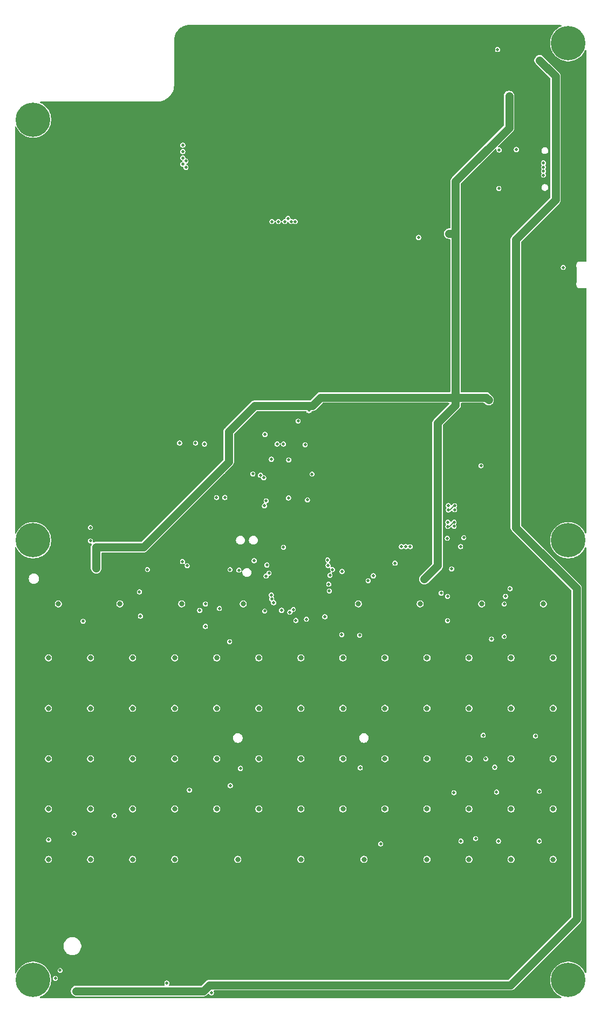
<source format=gbr>
%TF.GenerationSoftware,KiCad,Pcbnew,9.0.4*%
%TF.CreationDate,2025-09-18T14:59:58+02:00*%
%TF.ProjectId,blackpants,626c6163-6b70-4616-9e74-732e6b696361,V2.5*%
%TF.SameCoordinates,Original*%
%TF.FileFunction,Copper,L3,Inr*%
%TF.FilePolarity,Positive*%
%FSLAX46Y46*%
G04 Gerber Fmt 4.6, Leading zero omitted, Abs format (unit mm)*
G04 Created by KiCad (PCBNEW 9.0.4) date 2025-09-18 14:59:58*
%MOMM*%
%LPD*%
G01*
G04 APERTURE LIST*
%TA.AperFunction,ComponentPad*%
%ADD10C,5.400000*%
%TD*%
%TA.AperFunction,ComponentPad*%
%ADD11C,0.800000*%
%TD*%
%TA.AperFunction,HeatsinkPad*%
%ADD12O,1.600000X1.000000*%
%TD*%
%TA.AperFunction,HeatsinkPad*%
%ADD13O,2.100000X1.000000*%
%TD*%
%TA.AperFunction,HeatsinkPad*%
%ADD14C,0.500000*%
%TD*%
%TA.AperFunction,HeatsinkPad*%
%ADD15O,2.900000X1.200000*%
%TD*%
%TA.AperFunction,ViaPad*%
%ADD16C,0.500000*%
%TD*%
%TA.AperFunction,ViaPad*%
%ADD17C,0.600000*%
%TD*%
%TA.AperFunction,Conductor*%
%ADD18C,1.250000*%
%TD*%
%TA.AperFunction,Conductor*%
%ADD19C,0.175000*%
%TD*%
G04 APERTURE END LIST*
D10*
%TO.N,N/C*%
%TO.C,H2*%
X117000000Y-30000000D03*
%TD*%
%TO.N,N/C*%
%TO.C,H1*%
X33000000Y-42000000D03*
%TD*%
%TO.N,N/C*%
%TO.C,H7*%
X117000000Y-108000000D03*
%TD*%
%TO.N,N/C*%
%TO.C,H6*%
X33000000Y-108000000D03*
%TD*%
D11*
%TO.N,/Keyboard/ROW_0*%
%TO.C,U14*%
X36965000Y-117987278D03*
X46640000Y-117987278D03*
X56315000Y-117987278D03*
X65990000Y-117987278D03*
X84065000Y-117987278D03*
X93740000Y-117987278D03*
X103415000Y-117987278D03*
X113090000Y-117987278D03*
%TO.N,/Keyboard/ROW_1*%
X35425000Y-126477278D03*
X42025000Y-126477278D03*
X48625000Y-126477278D03*
X55225000Y-126477278D03*
X61825000Y-126477278D03*
X68425000Y-126477278D03*
X75025000Y-126477278D03*
X81625000Y-126477278D03*
X88225000Y-126477278D03*
X94825000Y-126477278D03*
%TO.N,/Keyboard/ROW_0*%
X101425000Y-126477278D03*
X108025000Y-126477278D03*
%TO.N,/Keyboard/ROW_6*%
X114625000Y-126477278D03*
%TO.N,/Keyboard/ROW_2*%
X35425000Y-134377278D03*
X42025000Y-134377278D03*
X48625000Y-134377278D03*
X55225000Y-134377278D03*
X61825000Y-134377278D03*
X68425000Y-134377278D03*
X75025000Y-134377278D03*
X81625000Y-134377278D03*
X88225000Y-134377278D03*
X94825000Y-134377278D03*
%TO.N,/Keyboard/ROW_5*%
X101425000Y-134377278D03*
X108025000Y-134377278D03*
%TO.N,/Keyboard/ROW_7*%
X114625000Y-134377278D03*
%TO.N,/Keyboard/ROW_3*%
X35425000Y-142277278D03*
X42025000Y-142277278D03*
X48625000Y-142277278D03*
X55225000Y-142277278D03*
X61825000Y-142277278D03*
X68425000Y-142277278D03*
X75025000Y-142277278D03*
X81625000Y-142277278D03*
X88225000Y-142277278D03*
X94825000Y-142277278D03*
%TO.N,/Keyboard/ROW_6*%
X101425000Y-142277278D03*
X108025000Y-142277278D03*
X114625000Y-142277278D03*
%TO.N,/Keyboard/ROW_4*%
X35425000Y-150177278D03*
X42025000Y-150177278D03*
X48625000Y-150177278D03*
X55225000Y-150177278D03*
X61825000Y-150177278D03*
X68425000Y-150177278D03*
X75025000Y-150177278D03*
X81625000Y-150177278D03*
X88225000Y-150177278D03*
X94825000Y-150177278D03*
%TO.N,/Keyboard/ROW_6*%
X101425000Y-150177278D03*
X108025000Y-150177278D03*
X114625000Y-150177278D03*
%TO.N,/Keyboard/ROW_5*%
X35425000Y-158077278D03*
X42025000Y-158077278D03*
X48625000Y-158077278D03*
X55225000Y-158077278D03*
X65125000Y-158077278D03*
X75025000Y-158077278D03*
X84925000Y-158077278D03*
X94825000Y-158077278D03*
%TO.N,/Keyboard/ROW_6*%
X101425000Y-158077278D03*
X108025000Y-158077278D03*
X114625000Y-158077278D03*
%TD*%
D10*
%TO.N,N/C*%
%TO.C,H4*%
X33000000Y-177000000D03*
%TD*%
%TO.N,N/C*%
%TO.C,H3*%
X117000000Y-177000000D03*
%TD*%
D12*
%TO.N,GND*%
%TO.C,J8*%
X116960000Y-45440000D03*
D13*
X112780000Y-45440000D03*
D12*
X116960000Y-54080000D03*
D13*
X112780000Y-54080000D03*
%TD*%
D14*
%TO.N,GND*%
%TO.C,U2*%
X102745000Y-34000000D03*
X102745000Y-35300000D03*
X102745000Y-36600000D03*
X104655000Y-34000000D03*
X104655000Y-35300000D03*
X104655000Y-36600000D03*
%TD*%
D15*
%TO.N,GND*%
%TO.C,J4*%
X111050000Y-91900000D03*
X111050000Y-104700000D03*
%TD*%
%TO.N,GND*%
%TO.C,J5*%
X38950000Y-104700000D03*
X38950000Y-91900000D03*
%TD*%
D16*
%TO.N,Net-(JP4-A)*%
X63100000Y-101300000D03*
%TO.N,+3V3*%
X67500000Y-97600000D03*
X70400000Y-95300000D03*
%TO.N,/USART_TX*%
X57200000Y-112000000D03*
%TO.N,/USART_RX*%
X56452550Y-111347450D03*
%TO.N,+BATT*%
X113200000Y-32900000D03*
X40900000Y-179000000D03*
X39500000Y-178500000D03*
X40500000Y-178500000D03*
X112500000Y-32700000D03*
X112600000Y-33300000D03*
X113200000Y-33500000D03*
X41400000Y-178500000D03*
X40000000Y-179000000D03*
D17*
%TO.N,GND*%
X48000000Y-40000000D03*
D16*
X113200000Y-42600000D03*
X49400000Y-96800000D03*
D17*
X119500000Y-134500000D03*
D16*
X103100000Y-29800000D03*
D17*
X30500000Y-80500000D03*
D16*
X103100000Y-39800000D03*
X103100000Y-30800000D03*
D17*
X119500000Y-58500000D03*
X101500000Y-27500000D03*
X30500000Y-82500000D03*
X119500000Y-56500000D03*
D16*
X79850000Y-118250000D03*
D17*
X119500000Y-88500000D03*
X36000000Y-40000000D03*
D16*
X71800000Y-93600000D03*
D17*
X77500000Y-27500000D03*
X83500000Y-27500000D03*
X30500000Y-134500000D03*
D16*
X71800000Y-105400000D03*
X96600000Y-42800000D03*
D17*
X119500000Y-164500000D03*
X119500000Y-90500000D03*
D16*
X56500000Y-50000000D03*
D17*
X119500000Y-60500000D03*
D16*
X59000000Y-158600000D03*
D17*
X109100000Y-28575000D03*
D16*
X103100000Y-31800000D03*
X101550000Y-62800000D03*
X111900000Y-39000000D03*
D17*
X30500000Y-92400000D03*
X30500000Y-144500000D03*
X55800000Y-29000000D03*
X65500000Y-27500000D03*
X30500000Y-52700000D03*
X99500000Y-27500000D03*
D16*
X57250000Y-175000000D03*
D17*
X30500000Y-96500000D03*
X30500000Y-74500000D03*
X30500000Y-50700000D03*
X30500000Y-84500000D03*
X119500000Y-168500000D03*
D16*
X74590000Y-60500000D03*
X74700000Y-92900000D03*
X77300000Y-103900000D03*
D17*
X30500000Y-142500000D03*
D16*
X83700000Y-99300000D03*
D17*
X63500000Y-27500000D03*
X57500000Y-27500000D03*
X119500000Y-122500000D03*
D16*
X93200000Y-112100000D03*
D17*
X119500000Y-120500000D03*
X119500000Y-142500000D03*
X119500000Y-160500000D03*
X30500000Y-44500000D03*
X119500000Y-74500000D03*
D16*
X79300000Y-107200000D03*
X78600000Y-111150000D03*
X100700000Y-97100000D03*
D17*
X30500000Y-88400000D03*
D16*
X111900000Y-39800000D03*
X80600000Y-122750000D03*
X56500000Y-51500000D03*
X92600000Y-103700000D03*
D17*
X119500000Y-148500000D03*
X67500000Y-27500000D03*
D16*
X57750000Y-174500000D03*
X69310000Y-111120000D03*
X83300000Y-105600000D03*
X56000000Y-174250000D03*
X79000000Y-98000000D03*
X104100000Y-39300000D03*
D17*
X81500000Y-27500000D03*
D16*
X57500000Y-172750000D03*
X41100000Y-112900000D03*
X94500000Y-109100000D03*
D17*
X103500000Y-27500000D03*
X119500000Y-80500000D03*
D16*
X57000000Y-174250000D03*
X69800000Y-105100000D03*
X75100000Y-114700000D03*
X91900000Y-113700000D03*
D17*
X42000000Y-40000000D03*
X30500000Y-66600000D03*
X30500000Y-128500000D03*
D16*
X79300000Y-103900000D03*
X78200000Y-96700000D03*
X81300000Y-103900000D03*
D17*
X105500000Y-27500000D03*
D16*
X79200000Y-118850000D03*
D17*
X30500000Y-158500000D03*
D16*
X56600000Y-113400000D03*
D17*
X119500000Y-100500000D03*
X46000000Y-40000000D03*
D16*
X103100000Y-41800000D03*
D17*
X119500000Y-78500000D03*
D16*
X56500000Y-174750000D03*
D17*
X119500000Y-154500000D03*
D16*
X56500000Y-173750000D03*
X81300000Y-105600000D03*
D17*
X119500000Y-136500000D03*
X30500000Y-136500000D03*
X55800000Y-37000000D03*
X30500000Y-118500000D03*
X30500000Y-64600000D03*
D16*
X76265000Y-60500000D03*
X107100000Y-46750000D03*
X91300000Y-105000000D03*
X58250000Y-174000000D03*
D17*
X109500000Y-27500000D03*
X119500000Y-158500000D03*
D16*
X73000000Y-105900000D03*
X79265000Y-60500000D03*
D17*
X119500000Y-94500000D03*
D16*
X57500000Y-173750000D03*
X77765000Y-60500000D03*
D17*
X119500000Y-114500000D03*
D16*
X89300000Y-105600000D03*
D17*
X119500000Y-84500000D03*
D16*
X104100000Y-40300000D03*
D17*
X105100000Y-28575000D03*
D16*
X71550000Y-120650000D03*
D17*
X119500000Y-140500000D03*
X30500000Y-94400000D03*
X30500000Y-138500000D03*
D16*
X92100000Y-108000000D03*
D17*
X85500000Y-27500000D03*
X44000000Y-40000000D03*
X119500000Y-118500000D03*
D16*
X85300000Y-103900000D03*
D17*
X119500000Y-130500000D03*
X30500000Y-58600000D03*
D16*
X107060000Y-52800000D03*
X83300000Y-107200000D03*
X98000000Y-64600000D03*
D17*
X30500000Y-90400000D03*
X89500000Y-27500000D03*
X30500000Y-124500000D03*
X30500000Y-98500000D03*
X87500000Y-27500000D03*
D16*
X56500000Y-54500000D03*
X85300000Y-107200000D03*
X104100000Y-31300000D03*
D17*
X119500000Y-146500000D03*
D16*
X60200000Y-158600000D03*
X49100000Y-98200000D03*
D17*
X54000000Y-40000000D03*
D16*
X82619238Y-109819238D03*
D17*
X119500000Y-126500000D03*
D16*
X104100000Y-38300000D03*
D17*
X119500000Y-35900000D03*
X30500000Y-114500000D03*
D16*
X81700000Y-113800000D03*
X99600000Y-40800000D03*
X89300000Y-103900000D03*
X87300000Y-107200000D03*
D17*
X30500000Y-68600000D03*
D16*
X59600000Y-158600000D03*
D17*
X30500000Y-86400000D03*
D16*
X80500000Y-110500000D03*
D17*
X30500000Y-130500000D03*
D16*
X92100000Y-107400000D03*
D17*
X119500000Y-70500000D03*
X30500000Y-112500000D03*
X119500000Y-43900000D03*
X119500000Y-37900000D03*
X119500000Y-152500000D03*
D16*
X85300000Y-105600000D03*
D17*
X119500000Y-150500000D03*
X30500000Y-152500000D03*
X119500000Y-128500000D03*
X119500000Y-76500000D03*
D16*
X77300000Y-107200000D03*
D17*
X119500000Y-112500000D03*
D16*
X93800000Y-102400000D03*
D17*
X119500000Y-110500000D03*
X119500000Y-170500000D03*
X119500000Y-82500000D03*
X55800000Y-39000000D03*
D16*
X104100000Y-30300000D03*
X104100000Y-32300000D03*
D17*
X119500000Y-138500000D03*
D16*
X87300000Y-105600000D03*
D17*
X52000000Y-40000000D03*
D16*
X98000000Y-61000000D03*
D17*
X97500000Y-27500000D03*
X119500000Y-132500000D03*
X119500000Y-72500000D03*
D16*
X67300000Y-98300000D03*
D17*
X30500000Y-148500000D03*
X119500000Y-96500000D03*
D16*
X109800000Y-46700000D03*
D17*
X30500000Y-150500000D03*
X119500000Y-166500000D03*
D16*
X71550000Y-122100000D03*
D17*
X30500000Y-126500000D03*
X119500000Y-39900000D03*
D16*
X56500000Y-53000000D03*
X99600000Y-42800000D03*
D17*
X93500000Y-27500000D03*
X30500000Y-132500000D03*
X119500000Y-172500000D03*
X59500000Y-27500000D03*
X30500000Y-56700000D03*
X30500000Y-102500000D03*
D16*
X94500000Y-110400000D03*
X77300000Y-105600000D03*
D17*
X55800000Y-31000000D03*
X119500000Y-156500000D03*
D16*
X103100000Y-40800000D03*
D17*
X113500000Y-27500000D03*
X30500000Y-104500000D03*
D16*
X68400000Y-116100000D03*
D17*
X30500000Y-146500000D03*
D16*
X75900000Y-103000000D03*
D17*
X30500000Y-140500000D03*
D16*
X79000000Y-92900000D03*
D17*
X30500000Y-110500000D03*
D16*
X92100000Y-106800000D03*
D17*
X75500000Y-27500000D03*
D16*
X49400000Y-99600000D03*
X93200000Y-111500000D03*
D17*
X30500000Y-70600000D03*
D16*
X103100000Y-37800000D03*
X104100000Y-29300000D03*
D17*
X61500000Y-27500000D03*
X30500000Y-46500000D03*
X119500000Y-41900000D03*
X73500000Y-27500000D03*
X71500000Y-27500000D03*
X119500000Y-92500000D03*
X30500000Y-154500000D03*
D16*
X49900000Y-114900000D03*
X100700000Y-99700000D03*
D17*
X119500000Y-144500000D03*
X30500000Y-60600000D03*
X30500000Y-62600000D03*
X119500000Y-62500000D03*
X119500000Y-124500000D03*
D16*
X104100000Y-41300000D03*
X89300000Y-107200000D03*
X103100000Y-28800000D03*
D17*
X119500000Y-102500000D03*
D16*
X107980000Y-52090000D03*
X52500000Y-158600000D03*
D17*
X69500000Y-27500000D03*
X111500000Y-27500000D03*
D16*
X98100000Y-41800000D03*
D17*
X119500000Y-104500000D03*
X30500000Y-54700000D03*
X30500000Y-48700000D03*
D16*
X116100000Y-66300000D03*
D17*
X30500000Y-116500000D03*
D16*
X83300000Y-103900000D03*
X103100000Y-32800000D03*
D17*
X30500000Y-78500000D03*
X30500000Y-72500000D03*
X119500000Y-33900000D03*
D16*
X98700000Y-111600000D03*
D17*
X30500000Y-122500000D03*
D16*
X97600000Y-40800000D03*
D17*
X107500000Y-27500000D03*
X95500000Y-27500000D03*
X30500000Y-76500000D03*
D16*
X98600000Y-42800000D03*
D17*
X119500000Y-98500000D03*
X55800000Y-33000000D03*
X79500000Y-27500000D03*
D16*
X97100000Y-41800000D03*
D17*
X38000000Y-40000000D03*
X119500000Y-116500000D03*
X55800000Y-35000000D03*
D16*
X103100000Y-38800000D03*
D17*
X30500000Y-120500000D03*
X119500000Y-86500000D03*
X40000000Y-40000000D03*
X30500000Y-100500000D03*
D16*
X87300000Y-103900000D03*
X58000000Y-173250000D03*
X98600000Y-40800000D03*
X99100000Y-41800000D03*
X53000000Y-113400000D03*
D17*
X91500000Y-27500000D03*
X30500000Y-156500000D03*
D16*
X57000000Y-173250000D03*
D17*
X107100000Y-28575000D03*
X119500000Y-162500000D03*
D16*
X79300000Y-105600000D03*
D17*
X50000000Y-40000000D03*
D16*
X97600000Y-42800000D03*
%TO.N,+3V3*%
X75700000Y-93010000D03*
X69310000Y-102600000D03*
X106105000Y-52800000D03*
X100600000Y-107600000D03*
X69590000Y-101800000D03*
X76790000Y-97620000D03*
X69400000Y-91400000D03*
X69200000Y-98200000D03*
X79600000Y-113500000D03*
X73100000Y-101360002D03*
X73127500Y-95400000D03*
X79300000Y-111950000D03*
X108850000Y-46700000D03*
X79500000Y-115950000D03*
X65300000Y-112700000D03*
X91500000Y-109000000D03*
X98000000Y-107700000D03*
X72000000Y-119000000D03*
X76065000Y-101675000D03*
X106150000Y-46750000D03*
X74600000Y-89300000D03*
X90800000Y-109000000D03*
X69700000Y-111891000D03*
X79236953Y-111087629D03*
X61800000Y-101300000D03*
X92200000Y-109000000D03*
%TO.N,/nRST*%
X79400000Y-114900000D03*
X67701714Y-111197943D03*
%TO.N,Net-(PWR_BUTTON1-Pad1)*%
X116200000Y-65200000D03*
X105900000Y-31000000D03*
%TO.N,/Keyboard/COL_0*%
X40850000Y-120710000D03*
X100150000Y-155210000D03*
X35450000Y-155010000D03*
%TO.N,/Keyboard/COL_1*%
X106050000Y-155210000D03*
X39450000Y-154010000D03*
X49850000Y-119910000D03*
%TO.N,/Keyboard/COL_2*%
X59150000Y-119010000D03*
X112450000Y-155210000D03*
X45750000Y-151210000D03*
%TO.N,/Keyboard/COL_3*%
X99050000Y-147610000D03*
X57550000Y-147210000D03*
X69350000Y-119110000D03*
%TO.N,/Keyboard/COL_4*%
X105750000Y-147510000D03*
X72300000Y-109100000D03*
X63950000Y-146510000D03*
X62250000Y-118710000D03*
X63923350Y-112599730D03*
X84250000Y-122910000D03*
X63850000Y-123910000D03*
%TO.N,/Keyboard/COL_5*%
X112450000Y-147410000D03*
X70387090Y-116594738D03*
X65550000Y-143810000D03*
%TO.N,/Keyboard/COL_6*%
X87550000Y-155650000D03*
X102450000Y-154800000D03*
X74252297Y-120590093D03*
%TO.N,/Keyboard/COL_7*%
X84350000Y-143710000D03*
X107850000Y-115610000D03*
X105450000Y-143610000D03*
X86411195Y-113588805D03*
%TO.N,/Keyboard/COL_8*%
X85600000Y-114345000D03*
X111850000Y-138710000D03*
X98050000Y-116800000D03*
X103650000Y-138610000D03*
%TO.N,/Keyboard/ROW_3*%
X75900000Y-120400000D03*
%TO.N,/Keyboard/ROW_2*%
X70756000Y-117800000D03*
%TO.N,/Keyboard/ROW_4*%
X78800000Y-120000000D03*
%TO.N,/Keyboard/ROW_6*%
X104950000Y-123510000D03*
X104050000Y-142310000D03*
%TO.N,/Keyboard/COL_9*%
X107150000Y-116810000D03*
X97050000Y-116300000D03*
%TO.N,/Keyboard/ROW_0*%
X106950000Y-118010000D03*
X81450000Y-122810000D03*
X106950000Y-123110000D03*
X60050000Y-121510000D03*
X60050000Y-118000400D03*
%TO.N,/Keyboard/ROW_5*%
X98050000Y-120610000D03*
%TO.N,/Keyboard/ROW_1*%
X70465000Y-117229981D03*
%TO.N,+5V*%
X107700000Y-39300000D03*
X63700000Y-94100000D03*
X95400000Y-113100000D03*
X107700000Y-40300000D03*
X98300000Y-59900000D03*
X42900000Y-111700000D03*
X94400000Y-114100000D03*
X42900000Y-110300000D03*
X107700000Y-38300000D03*
X42900000Y-111000000D03*
X42900000Y-112400000D03*
X94900000Y-113600000D03*
X107700000Y-41200000D03*
X76300000Y-87600000D03*
X104500000Y-86000000D03*
%TO.N,/Power & USB/D+*%
X113100000Y-50710000D03*
X113100000Y-49440000D03*
%TO.N,/Power & USB/D-*%
X113100000Y-48790000D03*
X113110000Y-50070000D03*
%TO.N,Net-(D7-A)*%
X61000000Y-179000000D03*
X36500000Y-176750000D03*
%TO.N,Net-(Q1-G)*%
X54000000Y-177500000D03*
X37250000Y-175500000D03*
%TO.N,Net-(U7-FB)*%
X89800000Y-111600000D03*
X98700000Y-112500000D03*
%TO.N,Net-(J4-VBUS)*%
X59900000Y-92900000D03*
X103300000Y-96300000D03*
%TO.N,/USB/I2C.SCL*%
X72300000Y-92900000D03*
X73840709Y-118863325D03*
%TO.N,/USB/I2C.SDA*%
X73300000Y-119300000D03*
X71300000Y-92900000D03*
%TO.N,Net-(J11-Pin_8)*%
X56500000Y-49000000D03*
X73500000Y-58000000D03*
%TO.N,Net-(J11-Pin_2)*%
X56500000Y-46000000D03*
X70500000Y-58000000D03*
%TO.N,Net-(J11-Pin_6)*%
X56500000Y-48000000D03*
X72500000Y-58000000D03*
%TO.N,Net-(J11-Pin_9)*%
X74140003Y-58000000D03*
X57000000Y-49500000D03*
%TO.N,Net-(J11-Pin_7)*%
X73000000Y-57500000D03*
X57000000Y-48500000D03*
%TO.N,Net-(J11-Pin_4)*%
X71500000Y-58000000D03*
X56500000Y-47000000D03*
%TO.N,/USB/USB3.D-*%
X98180000Y-102575000D03*
X99160000Y-103220000D03*
%TO.N,/USB/USB3.D+*%
X98180000Y-103225000D03*
X99160000Y-102570000D03*
%TO.N,Net-(JP4-A)*%
X68700000Y-97800000D03*
%TO.N,/USART_RX*%
X56000000Y-92750000D03*
%TO.N,/USART_TX*%
X58500000Y-92750000D03*
%TO.N,+13v*%
X50960000Y-112600000D03*
%TO.N,/DSI Bridge and Backlight/FB*%
X49700000Y-116100000D03*
%TO.N,/DSI Bridge and Backlight/BL_PWM*%
X42000000Y-108100000D03*
X42000000Y-106000000D03*
%TO.N,/USBSTM.D-*%
X98100000Y-105825000D03*
X99080000Y-105170000D03*
X69570190Y-113629810D03*
%TO.N,/USBSTM.D+*%
X99080000Y-105820000D03*
X70029810Y-113170190D03*
X98100000Y-105175000D03*
%TO.N,/USB_DET*%
X93500000Y-60500000D03*
X80000000Y-112600000D03*
%TO.N,/USB_CS*%
X100100000Y-108999000D03*
X81500000Y-112900000D03*
%TD*%
D18*
%TO.N,+BATT*%
X115000000Y-54591694D02*
X115000000Y-35200000D01*
X108774000Y-60817694D02*
X115000000Y-54591694D01*
X108774000Y-106024000D02*
X108774000Y-60817694D01*
X118301000Y-115551000D02*
X108774000Y-106024000D01*
X107950000Y-177800000D02*
X118301000Y-167449000D01*
X39750000Y-178750000D02*
X59728306Y-178750000D01*
X118301000Y-167449000D02*
X118301000Y-115551000D01*
X59728306Y-178750000D02*
X60678306Y-177800000D01*
X60678306Y-177800000D02*
X107950000Y-177800000D01*
X115000000Y-35200000D02*
X112500000Y-32700000D01*
%TO.N,+5V*%
X42900000Y-110300000D02*
X42900000Y-111000000D01*
X67800000Y-86900000D02*
X63700000Y-91000000D01*
X96500000Y-112000000D02*
X95400000Y-113100000D01*
X50300000Y-109100000D02*
X42900000Y-109100000D01*
X63700000Y-91000000D02*
X63700000Y-94100000D01*
X99300000Y-85600000D02*
X104100000Y-85600000D01*
X99300000Y-51690000D02*
X107700000Y-43290000D01*
X99300000Y-85600000D02*
X78100000Y-85600000D01*
X63700000Y-94100000D02*
X63700000Y-94200000D01*
X99300000Y-59900000D02*
X99300000Y-74000000D01*
X42900000Y-111000000D02*
X42900000Y-111700000D01*
X107700000Y-43290000D02*
X107700000Y-38300000D01*
X78100000Y-85600000D02*
X76800000Y-86900000D01*
X42900000Y-111700000D02*
X42900000Y-112400000D01*
X98300000Y-59900000D02*
X99300000Y-59900000D01*
X76800000Y-86900000D02*
X67800000Y-86900000D01*
X42900000Y-109100000D02*
X42900000Y-110300000D01*
X94900000Y-113600000D02*
X94400000Y-114100000D01*
X99300000Y-85600000D02*
X99300000Y-86800000D01*
X99300000Y-59900000D02*
X99300000Y-51690000D01*
X63700000Y-94100000D02*
X63700000Y-95700000D01*
X63700000Y-95700000D02*
X50300000Y-109100000D01*
X96500000Y-89600000D02*
X99300000Y-86800000D01*
X95400000Y-113100000D02*
X94900000Y-113600000D01*
X99300000Y-74000000D02*
X99300000Y-85600000D01*
X96500000Y-112000000D02*
X96500000Y-89600000D01*
X104100000Y-85600000D02*
X104500000Y-86000000D01*
D19*
%TO.N,/USB/USB3.D+*%
X98192931Y-103224616D02*
X98217912Y-103217922D01*
X99119156Y-102570000D02*
X99160000Y-102570000D01*
X98180000Y-103225000D02*
X98192931Y-103224616D01*
X98464156Y-103225000D02*
X99119156Y-102570000D01*
X98180000Y-103225000D02*
X98464156Y-103225000D01*
X98217912Y-103217922D02*
X98240309Y-103204990D01*
%TO.N,/USBSTM.D-*%
X98100000Y-105825000D02*
X98112931Y-105824616D01*
X99039156Y-105170000D02*
X99080000Y-105170000D01*
X98384156Y-105825000D02*
X99039156Y-105170000D01*
X98112931Y-105824616D02*
X98137912Y-105817922D01*
X98100000Y-105825000D02*
X98384156Y-105825000D01*
X98137912Y-105817922D02*
X98160309Y-105804990D01*
%TD*%
%TA.AperFunction,Conductor*%
%TO.N,GND*%
G36*
X115871075Y-27170185D02*
G01*
X115916830Y-27222989D01*
X115926774Y-27292147D01*
X115897749Y-27355703D01*
X115857838Y-27386220D01*
X115618989Y-27501243D01*
X115347900Y-27671580D01*
X115097587Y-27871197D01*
X114871197Y-28097587D01*
X114671580Y-28347900D01*
X114501243Y-28618989D01*
X114362332Y-28907440D01*
X114256590Y-29209635D01*
X114256589Y-29209637D01*
X114185347Y-29521771D01*
X114185345Y-29521783D01*
X114149500Y-29839914D01*
X114149500Y-30160085D01*
X114185345Y-30478216D01*
X114185347Y-30478228D01*
X114256589Y-30790362D01*
X114256590Y-30790364D01*
X114362332Y-31092559D01*
X114501243Y-31381010D01*
X114553937Y-31464872D01*
X114671581Y-31652101D01*
X114871198Y-31902413D01*
X115097587Y-32128802D01*
X115347899Y-32328419D01*
X115618987Y-32498755D01*
X115907442Y-32637668D01*
X116209637Y-32743410D01*
X116521771Y-32814653D01*
X116839915Y-32850499D01*
X116839916Y-32850500D01*
X116839919Y-32850500D01*
X117160084Y-32850500D01*
X117160084Y-32850499D01*
X117478229Y-32814653D01*
X117790363Y-32743410D01*
X118092558Y-32637668D01*
X118381013Y-32498755D01*
X118652101Y-32328419D01*
X118902413Y-32128802D01*
X119128802Y-31902413D01*
X119328419Y-31652101D01*
X119498755Y-31381013D01*
X119613780Y-31142162D01*
X119660602Y-31090303D01*
X119728029Y-31071990D01*
X119794653Y-31093038D01*
X119839322Y-31146764D01*
X119849500Y-31195964D01*
X119849500Y-64185111D01*
X119829815Y-64252150D01*
X119777011Y-64297905D01*
X119725500Y-64309111D01*
X118621170Y-64309111D01*
X118601879Y-64304004D01*
X118575327Y-64309111D01*
X118566632Y-64309111D01*
X118561995Y-64310032D01*
X118546725Y-64314611D01*
X118539897Y-64315925D01*
X118534412Y-64316980D01*
X118534411Y-64316981D01*
X118530028Y-64320236D01*
X118529919Y-64320317D01*
X118517664Y-64329394D01*
X118511320Y-64332024D01*
X118503393Y-64339950D01*
X118496332Y-64345196D01*
X118495948Y-64345482D01*
X118447812Y-64381254D01*
X118447807Y-64381259D01*
X118352320Y-64493036D01*
X118352319Y-64493038D01*
X118284180Y-64623301D01*
X118246826Y-64765485D01*
X118242136Y-64912418D01*
X118268145Y-65045413D01*
X118270352Y-65056697D01*
X118296636Y-65115849D01*
X118332880Y-65197413D01*
X118330430Y-65198501D01*
X118344043Y-65248582D01*
X118344043Y-67470680D01*
X118330502Y-67520544D01*
X118333003Y-67521657D01*
X118270568Y-67661933D01*
X118270566Y-67661940D01*
X118242255Y-67805761D01*
X118242255Y-67805770D01*
X118246654Y-67952283D01*
X118283548Y-68094159D01*
X118351077Y-68224254D01*
X118351080Y-68224259D01*
X118445870Y-68336075D01*
X118495950Y-68373614D01*
X118509534Y-68387198D01*
X118519677Y-68391399D01*
X118532002Y-68400638D01*
X118551022Y-68404383D01*
X118564849Y-68410111D01*
X118580107Y-68410111D01*
X118599409Y-68413912D01*
X118599410Y-68413911D01*
X118599412Y-68413912D01*
X118600385Y-68413883D01*
X118629886Y-68410111D01*
X119725500Y-68410111D01*
X119792539Y-68429796D01*
X119838294Y-68482600D01*
X119849500Y-68534111D01*
X119849500Y-106804035D01*
X119829815Y-106871074D01*
X119777011Y-106916829D01*
X119707853Y-106926773D01*
X119644297Y-106897748D01*
X119613780Y-106857837D01*
X119498756Y-106618989D01*
X119498755Y-106618987D01*
X119328419Y-106347899D01*
X119128802Y-106097587D01*
X118902413Y-105871198D01*
X118652101Y-105671581D01*
X118381013Y-105501245D01*
X118381010Y-105501243D01*
X118092559Y-105362332D01*
X117790364Y-105256590D01*
X117790362Y-105256589D01*
X117549471Y-105201607D01*
X117478229Y-105185347D01*
X117478225Y-105185346D01*
X117478216Y-105185345D01*
X117160085Y-105149500D01*
X117160081Y-105149500D01*
X116839919Y-105149500D01*
X116839914Y-105149500D01*
X116521783Y-105185345D01*
X116521771Y-105185347D01*
X116209637Y-105256589D01*
X116209635Y-105256590D01*
X115907440Y-105362332D01*
X115618989Y-105501243D01*
X115347900Y-105671580D01*
X115097587Y-105871197D01*
X114871197Y-106097587D01*
X114671580Y-106347900D01*
X114501243Y-106618989D01*
X114362332Y-106907440D01*
X114256590Y-107209635D01*
X114256589Y-107209637D01*
X114185347Y-107521771D01*
X114185345Y-107521783D01*
X114149500Y-107839914D01*
X114149500Y-108160085D01*
X114185345Y-108478216D01*
X114185346Y-108478225D01*
X114185347Y-108478229D01*
X114197269Y-108530463D01*
X114256589Y-108790362D01*
X114256590Y-108790364D01*
X114362332Y-109092559D01*
X114501243Y-109381010D01*
X114526044Y-109420480D01*
X114671581Y-109652101D01*
X114742644Y-109741211D01*
X114864308Y-109893774D01*
X114871198Y-109902413D01*
X115097587Y-110128802D01*
X115347899Y-110328419D01*
X115618987Y-110498755D01*
X115907442Y-110637668D01*
X116209637Y-110743410D01*
X116521771Y-110814653D01*
X116839915Y-110850499D01*
X116839916Y-110850500D01*
X116839919Y-110850500D01*
X117160084Y-110850500D01*
X117160084Y-110850499D01*
X117478229Y-110814653D01*
X117790363Y-110743410D01*
X118092558Y-110637668D01*
X118381013Y-110498755D01*
X118652101Y-110328419D01*
X118902413Y-110128802D01*
X119128802Y-109902413D01*
X119328419Y-109652101D01*
X119498755Y-109381013D01*
X119613780Y-109142162D01*
X119660602Y-109090303D01*
X119728029Y-109071990D01*
X119794653Y-109093038D01*
X119839322Y-109146764D01*
X119849500Y-109195964D01*
X119849500Y-157900000D01*
X119126500Y-157900000D01*
X119126500Y-115469692D01*
X119094777Y-115310216D01*
X119094776Y-115310215D01*
X119094776Y-115310211D01*
X119086206Y-115289520D01*
X119032549Y-115159980D01*
X119032547Y-115159976D01*
X118942211Y-115024779D01*
X118942209Y-115024776D01*
X118942208Y-115024775D01*
X118827225Y-114909792D01*
X109635819Y-105718386D01*
X109602334Y-105657063D01*
X109599500Y-105630705D01*
X109599500Y-65147273D01*
X115799500Y-65147273D01*
X115799500Y-65252727D01*
X115826793Y-65354587D01*
X115879520Y-65445913D01*
X115954087Y-65520480D01*
X116045413Y-65573207D01*
X116147273Y-65600500D01*
X116147275Y-65600500D01*
X116252725Y-65600500D01*
X116252727Y-65600500D01*
X116354587Y-65573207D01*
X116445913Y-65520480D01*
X116520480Y-65445913D01*
X116573207Y-65354587D01*
X116600500Y-65252727D01*
X116600500Y-65147273D01*
X116573207Y-65045413D01*
X116520480Y-64954087D01*
X116445913Y-64879520D01*
X116354587Y-64826793D01*
X116252727Y-64799500D01*
X116147273Y-64799500D01*
X116045413Y-64826793D01*
X116045410Y-64826794D01*
X115954085Y-64879521D01*
X115879521Y-64954085D01*
X115826794Y-65045410D01*
X115826793Y-65045413D01*
X115799500Y-65147273D01*
X109599500Y-65147273D01*
X109599500Y-61210989D01*
X109619185Y-61143950D01*
X109635819Y-61123308D01*
X115641205Y-55117922D01*
X115641208Y-55117919D01*
X115731548Y-54982715D01*
X115793776Y-54832483D01*
X115825500Y-54672999D01*
X115825500Y-54510388D01*
X115825500Y-35118695D01*
X115825500Y-35118692D01*
X115793777Y-34959216D01*
X115793776Y-34959215D01*
X115793776Y-34959211D01*
X115793774Y-34959206D01*
X115731549Y-34808980D01*
X115731547Y-34808976D01*
X115641211Y-34673779D01*
X115641209Y-34673776D01*
X115641208Y-34673775D01*
X115526225Y-34558792D01*
X113026228Y-32058794D01*
X113026220Y-32058788D01*
X112891023Y-31968452D01*
X112891019Y-31968450D01*
X112740793Y-31906225D01*
X112740783Y-31906222D01*
X112581307Y-31874500D01*
X112581305Y-31874500D01*
X112418695Y-31874500D01*
X112418693Y-31874500D01*
X112259216Y-31906222D01*
X112259206Y-31906225D01*
X112108980Y-31968450D01*
X112108976Y-31968452D01*
X111973779Y-32058788D01*
X111973771Y-32058794D01*
X111858794Y-32173771D01*
X111858788Y-32173779D01*
X111768452Y-32308976D01*
X111768450Y-32308980D01*
X111706225Y-32459206D01*
X111706222Y-32459216D01*
X111674500Y-32618692D01*
X111674500Y-32618695D01*
X111674500Y-32781305D01*
X111674500Y-32781307D01*
X111674499Y-32781307D01*
X111706222Y-32940783D01*
X111706225Y-32940793D01*
X111768450Y-33091019D01*
X111768452Y-33091023D01*
X111858788Y-33226220D01*
X111858794Y-33226228D01*
X114138181Y-35505614D01*
X114171666Y-35566937D01*
X114174500Y-35593295D01*
X114174500Y-54198399D01*
X114154815Y-54265438D01*
X114138181Y-54286080D01*
X108247775Y-60176486D01*
X108190282Y-60233978D01*
X108132790Y-60291470D01*
X108132788Y-60291473D01*
X108042452Y-60426670D01*
X108042450Y-60426674D01*
X107980225Y-60576900D01*
X107980222Y-60576910D01*
X107948500Y-60736386D01*
X107948500Y-60736389D01*
X107948500Y-105942695D01*
X107948500Y-106105305D01*
X107948500Y-106105307D01*
X107948499Y-106105307D01*
X107980222Y-106264783D01*
X107980225Y-106264793D01*
X108042450Y-106415019D01*
X108042452Y-106415023D01*
X108132788Y-106550220D01*
X108132794Y-106550228D01*
X117439181Y-115856614D01*
X117472666Y-115917937D01*
X117475500Y-115944295D01*
X117475500Y-157900000D01*
X115147418Y-157900000D01*
X115137984Y-157864793D01*
X115065509Y-157739263D01*
X114963015Y-157636769D01*
X114963013Y-157636768D01*
X114963011Y-157636766D01*
X114837488Y-157564295D01*
X114837489Y-157564295D01*
X114826006Y-157561218D01*
X114697475Y-157526778D01*
X114552525Y-157526778D01*
X114423993Y-157561218D01*
X114412511Y-157564295D01*
X114286988Y-157636766D01*
X114286982Y-157636771D01*
X114184493Y-157739260D01*
X114184488Y-157739266D01*
X114112017Y-157864789D01*
X114112016Y-157864793D01*
X114102582Y-157900000D01*
X108547418Y-157900000D01*
X108537984Y-157864793D01*
X108465509Y-157739263D01*
X108363015Y-157636769D01*
X108363013Y-157636768D01*
X108363011Y-157636766D01*
X108237488Y-157564295D01*
X108237489Y-157564295D01*
X108226006Y-157561218D01*
X108097475Y-157526778D01*
X107952525Y-157526778D01*
X107823993Y-157561218D01*
X107812511Y-157564295D01*
X107686988Y-157636766D01*
X107686982Y-157636771D01*
X107584493Y-157739260D01*
X107584488Y-157739266D01*
X107512017Y-157864789D01*
X107512016Y-157864793D01*
X107502582Y-157900000D01*
X101947418Y-157900000D01*
X101937984Y-157864793D01*
X101865509Y-157739263D01*
X101763015Y-157636769D01*
X101763013Y-157636768D01*
X101763011Y-157636766D01*
X101637488Y-157564295D01*
X101637489Y-157564295D01*
X101626006Y-157561218D01*
X101497475Y-157526778D01*
X101352525Y-157526778D01*
X101223993Y-157561218D01*
X101212511Y-157564295D01*
X101086988Y-157636766D01*
X101086982Y-157636771D01*
X100984493Y-157739260D01*
X100984488Y-157739266D01*
X100912017Y-157864789D01*
X100912016Y-157864793D01*
X100902582Y-157900000D01*
X95347418Y-157900000D01*
X95337984Y-157864793D01*
X95265509Y-157739263D01*
X95163015Y-157636769D01*
X95163013Y-157636768D01*
X95163011Y-157636766D01*
X95037488Y-157564295D01*
X95037489Y-157564295D01*
X95026006Y-157561218D01*
X94897475Y-157526778D01*
X94752525Y-157526778D01*
X94623993Y-157561218D01*
X94612511Y-157564295D01*
X94486988Y-157636766D01*
X94486982Y-157636771D01*
X94384493Y-157739260D01*
X94384488Y-157739266D01*
X94312017Y-157864789D01*
X94312016Y-157864793D01*
X94302582Y-157900000D01*
X85447418Y-157900000D01*
X85437984Y-157864793D01*
X85365509Y-157739263D01*
X85263015Y-157636769D01*
X85263013Y-157636768D01*
X85263011Y-157636766D01*
X85137488Y-157564295D01*
X85137489Y-157564295D01*
X85126006Y-157561218D01*
X84997475Y-157526778D01*
X84852525Y-157526778D01*
X84723993Y-157561218D01*
X84712511Y-157564295D01*
X84586988Y-157636766D01*
X84586982Y-157636771D01*
X84484493Y-157739260D01*
X84484488Y-157739266D01*
X84412017Y-157864789D01*
X84412016Y-157864793D01*
X84402582Y-157900000D01*
X75547418Y-157900000D01*
X75537984Y-157864793D01*
X75465509Y-157739263D01*
X75363015Y-157636769D01*
X75363013Y-157636768D01*
X75363011Y-157636766D01*
X75237488Y-157564295D01*
X75237489Y-157564295D01*
X75226006Y-157561218D01*
X75097475Y-157526778D01*
X74952525Y-157526778D01*
X74823993Y-157561218D01*
X74812511Y-157564295D01*
X74686988Y-157636766D01*
X74686982Y-157636771D01*
X74584493Y-157739260D01*
X74584488Y-157739266D01*
X74512017Y-157864789D01*
X74512016Y-157864793D01*
X74502582Y-157900000D01*
X65647418Y-157900000D01*
X65637984Y-157864793D01*
X65565509Y-157739263D01*
X65463015Y-157636769D01*
X65463013Y-157636768D01*
X65463011Y-157636766D01*
X65337488Y-157564295D01*
X65337489Y-157564295D01*
X65326006Y-157561218D01*
X65197475Y-157526778D01*
X65052525Y-157526778D01*
X64923993Y-157561218D01*
X64912511Y-157564295D01*
X64786988Y-157636766D01*
X64786982Y-157636771D01*
X64684493Y-157739260D01*
X64684488Y-157739266D01*
X64612017Y-157864789D01*
X64612016Y-157864793D01*
X64602582Y-157900000D01*
X55747418Y-157900000D01*
X55737984Y-157864793D01*
X55665509Y-157739263D01*
X55563015Y-157636769D01*
X55563013Y-157636768D01*
X55563011Y-157636766D01*
X55437488Y-157564295D01*
X55437489Y-157564295D01*
X55426006Y-157561218D01*
X55297475Y-157526778D01*
X55152525Y-157526778D01*
X55023993Y-157561218D01*
X55012511Y-157564295D01*
X54886988Y-157636766D01*
X54886982Y-157636771D01*
X54784493Y-157739260D01*
X54784488Y-157739266D01*
X54712017Y-157864789D01*
X54712016Y-157864793D01*
X54702582Y-157900000D01*
X49147418Y-157900000D01*
X49137984Y-157864793D01*
X49065509Y-157739263D01*
X48963015Y-157636769D01*
X48963013Y-157636768D01*
X48963011Y-157636766D01*
X48837488Y-157564295D01*
X48837489Y-157564295D01*
X48826006Y-157561218D01*
X48697475Y-157526778D01*
X48552525Y-157526778D01*
X48423993Y-157561218D01*
X48412511Y-157564295D01*
X48286988Y-157636766D01*
X48286982Y-157636771D01*
X48184493Y-157739260D01*
X48184488Y-157739266D01*
X48112017Y-157864789D01*
X48112016Y-157864793D01*
X48102582Y-157900000D01*
X42547418Y-157900000D01*
X42537984Y-157864793D01*
X42465509Y-157739263D01*
X42363015Y-157636769D01*
X42363013Y-157636768D01*
X42363011Y-157636766D01*
X42237488Y-157564295D01*
X42237489Y-157564295D01*
X42226006Y-157561218D01*
X42097475Y-157526778D01*
X41952525Y-157526778D01*
X41823993Y-157561218D01*
X41812511Y-157564295D01*
X41686988Y-157636766D01*
X41686982Y-157636771D01*
X41584493Y-157739260D01*
X41584488Y-157739266D01*
X41512017Y-157864789D01*
X41512016Y-157864793D01*
X41502582Y-157900000D01*
X35947418Y-157900000D01*
X35937984Y-157864793D01*
X35865509Y-157739263D01*
X35763015Y-157636769D01*
X35763013Y-157636768D01*
X35763011Y-157636766D01*
X35637488Y-157564295D01*
X35637489Y-157564295D01*
X35626006Y-157561218D01*
X35497475Y-157526778D01*
X35352525Y-157526778D01*
X35223993Y-157561218D01*
X35212511Y-157564295D01*
X35086988Y-157636766D01*
X35086982Y-157636771D01*
X34984493Y-157739260D01*
X34984488Y-157739266D01*
X34912017Y-157864789D01*
X34912016Y-157864793D01*
X34902582Y-157900000D01*
X30150500Y-157900000D01*
X30150500Y-155597273D01*
X87149500Y-155597273D01*
X87149500Y-155702727D01*
X87176793Y-155804587D01*
X87229520Y-155895913D01*
X87304087Y-155970480D01*
X87395413Y-156023207D01*
X87497273Y-156050500D01*
X87497275Y-156050500D01*
X87602725Y-156050500D01*
X87602727Y-156050500D01*
X87704587Y-156023207D01*
X87795913Y-155970480D01*
X87870480Y-155895913D01*
X87923207Y-155804587D01*
X87950500Y-155702727D01*
X87950500Y-155597273D01*
X87923207Y-155495413D01*
X87870480Y-155404087D01*
X87795913Y-155329520D01*
X87704587Y-155276793D01*
X87675205Y-155268920D01*
X87643812Y-155260508D01*
X87602727Y-155249500D01*
X87497273Y-155249500D01*
X87395413Y-155276793D01*
X87395410Y-155276794D01*
X87304085Y-155329521D01*
X87229521Y-155404085D01*
X87176794Y-155495410D01*
X87176793Y-155495413D01*
X87149500Y-155597273D01*
X30150500Y-155597273D01*
X30150500Y-154957273D01*
X35049500Y-154957273D01*
X35049500Y-155062727D01*
X35074834Y-155157273D01*
X35076793Y-155164586D01*
X35076794Y-155164589D01*
X35081769Y-155173206D01*
X35129520Y-155255913D01*
X35204087Y-155330480D01*
X35295413Y-155383207D01*
X35397273Y-155410500D01*
X35397275Y-155410500D01*
X35502725Y-155410500D01*
X35502727Y-155410500D01*
X35604587Y-155383207D01*
X35695913Y-155330480D01*
X35770480Y-155255913D01*
X35823207Y-155164587D01*
X35825167Y-155157273D01*
X99749500Y-155157273D01*
X99749500Y-155262727D01*
X99776793Y-155364587D01*
X99829520Y-155455913D01*
X99904087Y-155530480D01*
X99995413Y-155583207D01*
X100097273Y-155610500D01*
X100097275Y-155610500D01*
X100202725Y-155610500D01*
X100202727Y-155610500D01*
X100304587Y-155583207D01*
X100395913Y-155530480D01*
X100470480Y-155455913D01*
X100523207Y-155364587D01*
X100550500Y-155262727D01*
X100550500Y-155157273D01*
X100523207Y-155055413D01*
X100470480Y-154964087D01*
X100395913Y-154889520D01*
X100304587Y-154836793D01*
X100202727Y-154809500D01*
X100097273Y-154809500D01*
X99995413Y-154836793D01*
X99995410Y-154836794D01*
X99904085Y-154889521D01*
X99829521Y-154964085D01*
X99776794Y-155055410D01*
X99776793Y-155055413D01*
X99749500Y-155157273D01*
X35825167Y-155157273D01*
X35850500Y-155062727D01*
X35850500Y-154957273D01*
X35823207Y-154855413D01*
X35770480Y-154764087D01*
X35753666Y-154747273D01*
X102049500Y-154747273D01*
X102049500Y-154852727D01*
X102076793Y-154954587D01*
X102129520Y-155045913D01*
X102204087Y-155120480D01*
X102295413Y-155173207D01*
X102397273Y-155200500D01*
X102397275Y-155200500D01*
X102502725Y-155200500D01*
X102502727Y-155200500D01*
X102604587Y-155173207D01*
X102632186Y-155157273D01*
X105649500Y-155157273D01*
X105649500Y-155262727D01*
X105676793Y-155364587D01*
X105729520Y-155455913D01*
X105804087Y-155530480D01*
X105895413Y-155583207D01*
X105997273Y-155610500D01*
X105997275Y-155610500D01*
X106102725Y-155610500D01*
X106102727Y-155610500D01*
X106204587Y-155583207D01*
X106295913Y-155530480D01*
X106370480Y-155455913D01*
X106423207Y-155364587D01*
X106450500Y-155262727D01*
X106450500Y-155157273D01*
X112049500Y-155157273D01*
X112049500Y-155262727D01*
X112076793Y-155364587D01*
X112129520Y-155455913D01*
X112204087Y-155530480D01*
X112295413Y-155583207D01*
X112397273Y-155610500D01*
X112397275Y-155610500D01*
X112502725Y-155610500D01*
X112502727Y-155610500D01*
X112604587Y-155583207D01*
X112695913Y-155530480D01*
X112770480Y-155455913D01*
X112823207Y-155364587D01*
X112850500Y-155262727D01*
X112850500Y-155157273D01*
X112823207Y-155055413D01*
X112770480Y-154964087D01*
X112695913Y-154889520D01*
X112604587Y-154836793D01*
X112502727Y-154809500D01*
X112397273Y-154809500D01*
X112295413Y-154836793D01*
X112295410Y-154836794D01*
X112204085Y-154889521D01*
X112129521Y-154964085D01*
X112076794Y-155055410D01*
X112076793Y-155055413D01*
X112049500Y-155157273D01*
X106450500Y-155157273D01*
X106423207Y-155055413D01*
X106370480Y-154964087D01*
X106295913Y-154889520D01*
X106204587Y-154836793D01*
X106102727Y-154809500D01*
X105997273Y-154809500D01*
X105895413Y-154836793D01*
X105895410Y-154836794D01*
X105804085Y-154889521D01*
X105729521Y-154964085D01*
X105676794Y-155055410D01*
X105676793Y-155055413D01*
X105649500Y-155157273D01*
X102632186Y-155157273D01*
X102695913Y-155120480D01*
X102770480Y-155045913D01*
X102823207Y-154954587D01*
X102850500Y-154852727D01*
X102850500Y-154747273D01*
X102823207Y-154645413D01*
X102770480Y-154554087D01*
X102695913Y-154479520D01*
X102604587Y-154426793D01*
X102502727Y-154399500D01*
X102397273Y-154399500D01*
X102295413Y-154426793D01*
X102295410Y-154426794D01*
X102204085Y-154479521D01*
X102129521Y-154554085D01*
X102076794Y-154645410D01*
X102076793Y-154645413D01*
X102049500Y-154747273D01*
X35753666Y-154747273D01*
X35695913Y-154689520D01*
X35604587Y-154636793D01*
X35502727Y-154609500D01*
X35397273Y-154609500D01*
X35295413Y-154636793D01*
X35295410Y-154636794D01*
X35204085Y-154689521D01*
X35129521Y-154764085D01*
X35076794Y-154855410D01*
X35076793Y-154855413D01*
X35049500Y-154957273D01*
X30150500Y-154957273D01*
X30150500Y-153957273D01*
X39049500Y-153957273D01*
X39049500Y-154062727D01*
X39076793Y-154164587D01*
X39129520Y-154255913D01*
X39204087Y-154330480D01*
X39295413Y-154383207D01*
X39397273Y-154410500D01*
X39397275Y-154410500D01*
X39502725Y-154410500D01*
X39502727Y-154410500D01*
X39604587Y-154383207D01*
X39695913Y-154330480D01*
X39770480Y-154255913D01*
X39823207Y-154164587D01*
X39850500Y-154062727D01*
X39850500Y-153957273D01*
X39823207Y-153855413D01*
X39770480Y-153764087D01*
X39695913Y-153689520D01*
X39604587Y-153636793D01*
X39502727Y-153609500D01*
X39397273Y-153609500D01*
X39295413Y-153636793D01*
X39295410Y-153636794D01*
X39204085Y-153689521D01*
X39129521Y-153764085D01*
X39076794Y-153855410D01*
X39076793Y-153855413D01*
X39049500Y-153957273D01*
X30150500Y-153957273D01*
X30150500Y-151157273D01*
X45349500Y-151157273D01*
X45349500Y-151262727D01*
X45376793Y-151364587D01*
X45429520Y-151455913D01*
X45504087Y-151530480D01*
X45595413Y-151583207D01*
X45697273Y-151610500D01*
X45697275Y-151610500D01*
X45802725Y-151610500D01*
X45802727Y-151610500D01*
X45904587Y-151583207D01*
X45995913Y-151530480D01*
X46070480Y-151455913D01*
X46123207Y-151364587D01*
X46150500Y-151262727D01*
X46150500Y-151157273D01*
X46123207Y-151055413D01*
X46070480Y-150964087D01*
X45995913Y-150889520D01*
X45904587Y-150836793D01*
X45802727Y-150809500D01*
X45697273Y-150809500D01*
X45595413Y-150836793D01*
X45595410Y-150836794D01*
X45504085Y-150889521D01*
X45429521Y-150964085D01*
X45376794Y-151055410D01*
X45376793Y-151055413D01*
X45349500Y-151157273D01*
X30150500Y-151157273D01*
X30150500Y-150104803D01*
X34874500Y-150104803D01*
X34874500Y-150249753D01*
X34912016Y-150389763D01*
X34912017Y-150389766D01*
X34984488Y-150515289D01*
X34984490Y-150515291D01*
X34984491Y-150515293D01*
X35086985Y-150617787D01*
X35086986Y-150617788D01*
X35086988Y-150617789D01*
X35212511Y-150690260D01*
X35212512Y-150690260D01*
X35212515Y-150690262D01*
X35352525Y-150727778D01*
X35352528Y-150727778D01*
X35497472Y-150727778D01*
X35497475Y-150727778D01*
X35637485Y-150690262D01*
X35763015Y-150617787D01*
X35865509Y-150515293D01*
X35937984Y-150389763D01*
X35975500Y-150249753D01*
X35975500Y-150104803D01*
X41474500Y-150104803D01*
X41474500Y-150249753D01*
X41512016Y-150389763D01*
X41512017Y-150389766D01*
X41584488Y-150515289D01*
X41584490Y-150515291D01*
X41584491Y-150515293D01*
X41686985Y-150617787D01*
X41686986Y-150617788D01*
X41686988Y-150617789D01*
X41812511Y-150690260D01*
X41812512Y-150690260D01*
X41812515Y-150690262D01*
X41952525Y-150727778D01*
X41952528Y-150727778D01*
X42097472Y-150727778D01*
X42097475Y-150727778D01*
X42237485Y-150690262D01*
X42363015Y-150617787D01*
X42465509Y-150515293D01*
X42537984Y-150389763D01*
X42575500Y-150249753D01*
X42575500Y-150104803D01*
X48074500Y-150104803D01*
X48074500Y-150249753D01*
X48112016Y-150389763D01*
X48112017Y-150389766D01*
X48184488Y-150515289D01*
X48184490Y-150515291D01*
X48184491Y-150515293D01*
X48286985Y-150617787D01*
X48286986Y-150617788D01*
X48286988Y-150617789D01*
X48412511Y-150690260D01*
X48412512Y-150690260D01*
X48412515Y-150690262D01*
X48552525Y-150727778D01*
X48552528Y-150727778D01*
X48697472Y-150727778D01*
X48697475Y-150727778D01*
X48837485Y-150690262D01*
X48963015Y-150617787D01*
X49065509Y-150515293D01*
X49137984Y-150389763D01*
X49175500Y-150249753D01*
X49175500Y-150104803D01*
X54674500Y-150104803D01*
X54674500Y-150249753D01*
X54712016Y-150389763D01*
X54712017Y-150389766D01*
X54784488Y-150515289D01*
X54784490Y-150515291D01*
X54784491Y-150515293D01*
X54886985Y-150617787D01*
X54886986Y-150617788D01*
X54886988Y-150617789D01*
X55012511Y-150690260D01*
X55012512Y-150690260D01*
X55012515Y-150690262D01*
X55152525Y-150727778D01*
X55152528Y-150727778D01*
X55297472Y-150727778D01*
X55297475Y-150727778D01*
X55437485Y-150690262D01*
X55563015Y-150617787D01*
X55665509Y-150515293D01*
X55737984Y-150389763D01*
X55775500Y-150249753D01*
X55775500Y-150104803D01*
X61274500Y-150104803D01*
X61274500Y-150249753D01*
X61312016Y-150389763D01*
X61312017Y-150389766D01*
X61384488Y-150515289D01*
X61384490Y-150515291D01*
X61384491Y-150515293D01*
X61486985Y-150617787D01*
X61486986Y-150617788D01*
X61486988Y-150617789D01*
X61612511Y-150690260D01*
X61612512Y-150690260D01*
X61612515Y-150690262D01*
X61752525Y-150727778D01*
X61752528Y-150727778D01*
X61897472Y-150727778D01*
X61897475Y-150727778D01*
X62037485Y-150690262D01*
X62163015Y-150617787D01*
X62265509Y-150515293D01*
X62337984Y-150389763D01*
X62375500Y-150249753D01*
X62375500Y-150104803D01*
X67874500Y-150104803D01*
X67874500Y-150249753D01*
X67912016Y-150389763D01*
X67912017Y-150389766D01*
X67984488Y-150515289D01*
X67984490Y-150515291D01*
X67984491Y-150515293D01*
X68086985Y-150617787D01*
X68086986Y-150617788D01*
X68086988Y-150617789D01*
X68212511Y-150690260D01*
X68212512Y-150690260D01*
X68212515Y-150690262D01*
X68352525Y-150727778D01*
X68352528Y-150727778D01*
X68497472Y-150727778D01*
X68497475Y-150727778D01*
X68637485Y-150690262D01*
X68763015Y-150617787D01*
X68865509Y-150515293D01*
X68937984Y-150389763D01*
X68975500Y-150249753D01*
X68975500Y-150104803D01*
X74474500Y-150104803D01*
X74474500Y-150249753D01*
X74512016Y-150389763D01*
X74512017Y-150389766D01*
X74584488Y-150515289D01*
X74584490Y-150515291D01*
X74584491Y-150515293D01*
X74686985Y-150617787D01*
X74686986Y-150617788D01*
X74686988Y-150617789D01*
X74812511Y-150690260D01*
X74812512Y-150690260D01*
X74812515Y-150690262D01*
X74952525Y-150727778D01*
X74952528Y-150727778D01*
X75097472Y-150727778D01*
X75097475Y-150727778D01*
X75237485Y-150690262D01*
X75363015Y-150617787D01*
X75465509Y-150515293D01*
X75537984Y-150389763D01*
X75575500Y-150249753D01*
X75575500Y-150104803D01*
X81074500Y-150104803D01*
X81074500Y-150249753D01*
X81112016Y-150389763D01*
X81112017Y-150389766D01*
X81184488Y-150515289D01*
X81184490Y-150515291D01*
X81184491Y-150515293D01*
X81286985Y-150617787D01*
X81286986Y-150617788D01*
X81286988Y-150617789D01*
X81412511Y-150690260D01*
X81412512Y-150690260D01*
X81412515Y-150690262D01*
X81552525Y-150727778D01*
X81552528Y-150727778D01*
X81697472Y-150727778D01*
X81697475Y-150727778D01*
X81837485Y-150690262D01*
X81963015Y-150617787D01*
X82065509Y-150515293D01*
X82137984Y-150389763D01*
X82175500Y-150249753D01*
X82175500Y-150104803D01*
X87674500Y-150104803D01*
X87674500Y-150249753D01*
X87712016Y-150389763D01*
X87712017Y-150389766D01*
X87784488Y-150515289D01*
X87784490Y-150515291D01*
X87784491Y-150515293D01*
X87886985Y-150617787D01*
X87886986Y-150617788D01*
X87886988Y-150617789D01*
X88012511Y-150690260D01*
X88012512Y-150690260D01*
X88012515Y-150690262D01*
X88152525Y-150727778D01*
X88152528Y-150727778D01*
X88297472Y-150727778D01*
X88297475Y-150727778D01*
X88437485Y-150690262D01*
X88563015Y-150617787D01*
X88665509Y-150515293D01*
X88737984Y-150389763D01*
X88775500Y-150249753D01*
X88775500Y-150104803D01*
X94274500Y-150104803D01*
X94274500Y-150249753D01*
X94312016Y-150389763D01*
X94312017Y-150389766D01*
X94384488Y-150515289D01*
X94384490Y-150515291D01*
X94384491Y-150515293D01*
X94486985Y-150617787D01*
X94486986Y-150617788D01*
X94486988Y-150617789D01*
X94612511Y-150690260D01*
X94612512Y-150690260D01*
X94612515Y-150690262D01*
X94752525Y-150727778D01*
X94752528Y-150727778D01*
X94897472Y-150727778D01*
X94897475Y-150727778D01*
X95037485Y-150690262D01*
X95163015Y-150617787D01*
X95265509Y-150515293D01*
X95337984Y-150389763D01*
X95375500Y-150249753D01*
X95375500Y-150104803D01*
X100874500Y-150104803D01*
X100874500Y-150249753D01*
X100912016Y-150389763D01*
X100912017Y-150389766D01*
X100984488Y-150515289D01*
X100984490Y-150515291D01*
X100984491Y-150515293D01*
X101086985Y-150617787D01*
X101086986Y-150617788D01*
X101086988Y-150617789D01*
X101212511Y-150690260D01*
X101212512Y-150690260D01*
X101212515Y-150690262D01*
X101352525Y-150727778D01*
X101352528Y-150727778D01*
X101497472Y-150727778D01*
X101497475Y-150727778D01*
X101637485Y-150690262D01*
X101763015Y-150617787D01*
X101865509Y-150515293D01*
X101937984Y-150389763D01*
X101975500Y-150249753D01*
X101975500Y-150104803D01*
X107474500Y-150104803D01*
X107474500Y-150249753D01*
X107512016Y-150389763D01*
X107512017Y-150389766D01*
X107584488Y-150515289D01*
X107584490Y-150515291D01*
X107584491Y-150515293D01*
X107686985Y-150617787D01*
X107686986Y-150617788D01*
X107686988Y-150617789D01*
X107812511Y-150690260D01*
X107812512Y-150690260D01*
X107812515Y-150690262D01*
X107952525Y-150727778D01*
X107952528Y-150727778D01*
X108097472Y-150727778D01*
X108097475Y-150727778D01*
X108237485Y-150690262D01*
X108363015Y-150617787D01*
X108465509Y-150515293D01*
X108537984Y-150389763D01*
X108575500Y-150249753D01*
X108575500Y-150104803D01*
X114074500Y-150104803D01*
X114074500Y-150249753D01*
X114112016Y-150389763D01*
X114112017Y-150389766D01*
X114184488Y-150515289D01*
X114184490Y-150515291D01*
X114184491Y-150515293D01*
X114286985Y-150617787D01*
X114286986Y-150617788D01*
X114286988Y-150617789D01*
X114412511Y-150690260D01*
X114412512Y-150690260D01*
X114412515Y-150690262D01*
X114552525Y-150727778D01*
X114552528Y-150727778D01*
X114697472Y-150727778D01*
X114697475Y-150727778D01*
X114837485Y-150690262D01*
X114963015Y-150617787D01*
X115065509Y-150515293D01*
X115137984Y-150389763D01*
X115175500Y-150249753D01*
X115175500Y-150104803D01*
X115137984Y-149964793D01*
X115065509Y-149839263D01*
X114963015Y-149736769D01*
X114963013Y-149736768D01*
X114963011Y-149736766D01*
X114837488Y-149664295D01*
X114837489Y-149664295D01*
X114826006Y-149661218D01*
X114697475Y-149626778D01*
X114552525Y-149626778D01*
X114423993Y-149661218D01*
X114412511Y-149664295D01*
X114286988Y-149736766D01*
X114286982Y-149736771D01*
X114184493Y-149839260D01*
X114184488Y-149839266D01*
X114112017Y-149964789D01*
X114112016Y-149964793D01*
X114074500Y-150104803D01*
X108575500Y-150104803D01*
X108537984Y-149964793D01*
X108465509Y-149839263D01*
X108363015Y-149736769D01*
X108363013Y-149736768D01*
X108363011Y-149736766D01*
X108237488Y-149664295D01*
X108237489Y-149664295D01*
X108226006Y-149661218D01*
X108097475Y-149626778D01*
X107952525Y-149626778D01*
X107823993Y-149661218D01*
X107812511Y-149664295D01*
X107686988Y-149736766D01*
X107686982Y-149736771D01*
X107584493Y-149839260D01*
X107584488Y-149839266D01*
X107512017Y-149964789D01*
X107512016Y-149964793D01*
X107474500Y-150104803D01*
X101975500Y-150104803D01*
X101937984Y-149964793D01*
X101865509Y-149839263D01*
X101763015Y-149736769D01*
X101763013Y-149736768D01*
X101763011Y-149736766D01*
X101637488Y-149664295D01*
X101637489Y-149664295D01*
X101626006Y-149661218D01*
X101497475Y-149626778D01*
X101352525Y-149626778D01*
X101223993Y-149661218D01*
X101212511Y-149664295D01*
X101086988Y-149736766D01*
X101086982Y-149736771D01*
X100984493Y-149839260D01*
X100984488Y-149839266D01*
X100912017Y-149964789D01*
X100912016Y-149964793D01*
X100874500Y-150104803D01*
X95375500Y-150104803D01*
X95337984Y-149964793D01*
X95265509Y-149839263D01*
X95163015Y-149736769D01*
X95163013Y-149736768D01*
X95163011Y-149736766D01*
X95037488Y-149664295D01*
X95037489Y-149664295D01*
X95026006Y-149661218D01*
X94897475Y-149626778D01*
X94752525Y-149626778D01*
X94623993Y-149661218D01*
X94612511Y-149664295D01*
X94486988Y-149736766D01*
X94486982Y-149736771D01*
X94384493Y-149839260D01*
X94384488Y-149839266D01*
X94312017Y-149964789D01*
X94312016Y-149964793D01*
X94274500Y-150104803D01*
X88775500Y-150104803D01*
X88737984Y-149964793D01*
X88665509Y-149839263D01*
X88563015Y-149736769D01*
X88563013Y-149736768D01*
X88563011Y-149736766D01*
X88437488Y-149664295D01*
X88437489Y-149664295D01*
X88426006Y-149661218D01*
X88297475Y-149626778D01*
X88152525Y-149626778D01*
X88023993Y-149661218D01*
X88012511Y-149664295D01*
X87886988Y-149736766D01*
X87886982Y-149736771D01*
X87784493Y-149839260D01*
X87784488Y-149839266D01*
X87712017Y-149964789D01*
X87712016Y-149964793D01*
X87674500Y-150104803D01*
X82175500Y-150104803D01*
X82137984Y-149964793D01*
X82065509Y-149839263D01*
X81963015Y-149736769D01*
X81963013Y-149736768D01*
X81963011Y-149736766D01*
X81837488Y-149664295D01*
X81837489Y-149664295D01*
X81826006Y-149661218D01*
X81697475Y-149626778D01*
X81552525Y-149626778D01*
X81423993Y-149661218D01*
X81412511Y-149664295D01*
X81286988Y-149736766D01*
X81286982Y-149736771D01*
X81184493Y-149839260D01*
X81184488Y-149839266D01*
X81112017Y-149964789D01*
X81112016Y-149964793D01*
X81074500Y-150104803D01*
X75575500Y-150104803D01*
X75537984Y-149964793D01*
X75465509Y-149839263D01*
X75363015Y-149736769D01*
X75363013Y-149736768D01*
X75363011Y-149736766D01*
X75237488Y-149664295D01*
X75237489Y-149664295D01*
X75226006Y-149661218D01*
X75097475Y-149626778D01*
X74952525Y-149626778D01*
X74823993Y-149661218D01*
X74812511Y-149664295D01*
X74686988Y-149736766D01*
X74686982Y-149736771D01*
X74584493Y-149839260D01*
X74584488Y-149839266D01*
X74512017Y-149964789D01*
X74512016Y-149964793D01*
X74474500Y-150104803D01*
X68975500Y-150104803D01*
X68937984Y-149964793D01*
X68865509Y-149839263D01*
X68763015Y-149736769D01*
X68763013Y-149736768D01*
X68763011Y-149736766D01*
X68637488Y-149664295D01*
X68637489Y-149664295D01*
X68626006Y-149661218D01*
X68497475Y-149626778D01*
X68352525Y-149626778D01*
X68223993Y-149661218D01*
X68212511Y-149664295D01*
X68086988Y-149736766D01*
X68086982Y-149736771D01*
X67984493Y-149839260D01*
X67984488Y-149839266D01*
X67912017Y-149964789D01*
X67912016Y-149964793D01*
X67874500Y-150104803D01*
X62375500Y-150104803D01*
X62337984Y-149964793D01*
X62265509Y-149839263D01*
X62163015Y-149736769D01*
X62163013Y-149736768D01*
X62163011Y-149736766D01*
X62037488Y-149664295D01*
X62037489Y-149664295D01*
X62026006Y-149661218D01*
X61897475Y-149626778D01*
X61752525Y-149626778D01*
X61623993Y-149661218D01*
X61612511Y-149664295D01*
X61486988Y-149736766D01*
X61486982Y-149736771D01*
X61384493Y-149839260D01*
X61384488Y-149839266D01*
X61312017Y-149964789D01*
X61312016Y-149964793D01*
X61274500Y-150104803D01*
X55775500Y-150104803D01*
X55737984Y-149964793D01*
X55665509Y-149839263D01*
X55563015Y-149736769D01*
X55563013Y-149736768D01*
X55563011Y-149736766D01*
X55437488Y-149664295D01*
X55437489Y-149664295D01*
X55426006Y-149661218D01*
X55297475Y-149626778D01*
X55152525Y-149626778D01*
X55023993Y-149661218D01*
X55012511Y-149664295D01*
X54886988Y-149736766D01*
X54886982Y-149736771D01*
X54784493Y-149839260D01*
X54784488Y-149839266D01*
X54712017Y-149964789D01*
X54712016Y-149964793D01*
X54674500Y-150104803D01*
X49175500Y-150104803D01*
X49137984Y-149964793D01*
X49065509Y-149839263D01*
X48963015Y-149736769D01*
X48963013Y-149736768D01*
X48963011Y-149736766D01*
X48837488Y-149664295D01*
X48837489Y-149664295D01*
X48826006Y-149661218D01*
X48697475Y-149626778D01*
X48552525Y-149626778D01*
X48423993Y-149661218D01*
X48412511Y-149664295D01*
X48286988Y-149736766D01*
X48286982Y-149736771D01*
X48184493Y-149839260D01*
X48184488Y-149839266D01*
X48112017Y-149964789D01*
X48112016Y-149964793D01*
X48074500Y-150104803D01*
X42575500Y-150104803D01*
X42537984Y-149964793D01*
X42465509Y-149839263D01*
X42363015Y-149736769D01*
X42363013Y-149736768D01*
X42363011Y-149736766D01*
X42237488Y-149664295D01*
X42237489Y-149664295D01*
X42226006Y-149661218D01*
X42097475Y-149626778D01*
X41952525Y-149626778D01*
X41823993Y-149661218D01*
X41812511Y-149664295D01*
X41686988Y-149736766D01*
X41686982Y-149736771D01*
X41584493Y-149839260D01*
X41584488Y-149839266D01*
X41512017Y-149964789D01*
X41512016Y-149964793D01*
X41474500Y-150104803D01*
X35975500Y-150104803D01*
X35937984Y-149964793D01*
X35865509Y-149839263D01*
X35763015Y-149736769D01*
X35763013Y-149736768D01*
X35763011Y-149736766D01*
X35637488Y-149664295D01*
X35637489Y-149664295D01*
X35626006Y-149661218D01*
X35497475Y-149626778D01*
X35352525Y-149626778D01*
X35223993Y-149661218D01*
X35212511Y-149664295D01*
X35086988Y-149736766D01*
X35086982Y-149736771D01*
X34984493Y-149839260D01*
X34984488Y-149839266D01*
X34912017Y-149964789D01*
X34912016Y-149964793D01*
X34874500Y-150104803D01*
X30150500Y-150104803D01*
X30150500Y-147157273D01*
X57149500Y-147157273D01*
X57149500Y-147262727D01*
X57176793Y-147364587D01*
X57229520Y-147455913D01*
X57304087Y-147530480D01*
X57395413Y-147583207D01*
X57497273Y-147610500D01*
X57497275Y-147610500D01*
X57602725Y-147610500D01*
X57602727Y-147610500D01*
X57704587Y-147583207D01*
X57749506Y-147557273D01*
X98649500Y-147557273D01*
X98649500Y-147662727D01*
X98676793Y-147764587D01*
X98729520Y-147855913D01*
X98804087Y-147930480D01*
X98895413Y-147983207D01*
X98997273Y-148010500D01*
X98997275Y-148010500D01*
X99102725Y-148010500D01*
X99102727Y-148010500D01*
X99204587Y-147983207D01*
X99295913Y-147930480D01*
X99370480Y-147855913D01*
X99423207Y-147764587D01*
X99450500Y-147662727D01*
X99450500Y-147557273D01*
X99423705Y-147457273D01*
X105349500Y-147457273D01*
X105349500Y-147562727D01*
X105376793Y-147664587D01*
X105429520Y-147755913D01*
X105504087Y-147830480D01*
X105595413Y-147883207D01*
X105697273Y-147910500D01*
X105697275Y-147910500D01*
X105802725Y-147910500D01*
X105802727Y-147910500D01*
X105904587Y-147883207D01*
X105995913Y-147830480D01*
X106070480Y-147755913D01*
X106123207Y-147664587D01*
X106150500Y-147562727D01*
X106150500Y-147457273D01*
X106123705Y-147357273D01*
X112049500Y-147357273D01*
X112049500Y-147462727D01*
X112076793Y-147564587D01*
X112129520Y-147655913D01*
X112204087Y-147730480D01*
X112295413Y-147783207D01*
X112397273Y-147810500D01*
X112397275Y-147810500D01*
X112502725Y-147810500D01*
X112502727Y-147810500D01*
X112604587Y-147783207D01*
X112695913Y-147730480D01*
X112770480Y-147655913D01*
X112823207Y-147564587D01*
X112850500Y-147462727D01*
X112850500Y-147357273D01*
X112823207Y-147255413D01*
X112770480Y-147164087D01*
X112695913Y-147089520D01*
X112604587Y-147036793D01*
X112502727Y-147009500D01*
X112397273Y-147009500D01*
X112295413Y-147036793D01*
X112295410Y-147036794D01*
X112204085Y-147089521D01*
X112129521Y-147164085D01*
X112076794Y-147255410D01*
X112076793Y-147255413D01*
X112049500Y-147357273D01*
X106123705Y-147357273D01*
X106123207Y-147355413D01*
X106070480Y-147264087D01*
X105995913Y-147189520D01*
X105904587Y-147136793D01*
X105802727Y-147109500D01*
X105697273Y-147109500D01*
X105595413Y-147136793D01*
X105595410Y-147136794D01*
X105504085Y-147189521D01*
X105429521Y-147264085D01*
X105376794Y-147355410D01*
X105376794Y-147355411D01*
X105376793Y-147355413D01*
X105349500Y-147457273D01*
X99423705Y-147457273D01*
X99423207Y-147455413D01*
X99370480Y-147364087D01*
X99295913Y-147289520D01*
X99204587Y-147236793D01*
X99102727Y-147209500D01*
X98997273Y-147209500D01*
X98895413Y-147236793D01*
X98895410Y-147236794D01*
X98804085Y-147289521D01*
X98729521Y-147364085D01*
X98676794Y-147455410D01*
X98676794Y-147455411D01*
X98676793Y-147455413D01*
X98649500Y-147557273D01*
X57749506Y-147557273D01*
X57795913Y-147530480D01*
X57870480Y-147455913D01*
X57923207Y-147364587D01*
X57950500Y-147262727D01*
X57950500Y-147157273D01*
X57923207Y-147055413D01*
X57870480Y-146964087D01*
X57795913Y-146889520D01*
X57704587Y-146836793D01*
X57602727Y-146809500D01*
X57497273Y-146809500D01*
X57395413Y-146836793D01*
X57395410Y-146836794D01*
X57304085Y-146889521D01*
X57229521Y-146964085D01*
X57176794Y-147055410D01*
X57176793Y-147055413D01*
X57149500Y-147157273D01*
X30150500Y-147157273D01*
X30150500Y-146457273D01*
X63549500Y-146457273D01*
X63549500Y-146562727D01*
X63576793Y-146664587D01*
X63629520Y-146755913D01*
X63704087Y-146830480D01*
X63795413Y-146883207D01*
X63897273Y-146910500D01*
X63897275Y-146910500D01*
X64002725Y-146910500D01*
X64002727Y-146910500D01*
X64104587Y-146883207D01*
X64195913Y-146830480D01*
X64270480Y-146755913D01*
X64323207Y-146664587D01*
X64350500Y-146562727D01*
X64350500Y-146457273D01*
X64323207Y-146355413D01*
X64270480Y-146264087D01*
X64195913Y-146189520D01*
X64104587Y-146136793D01*
X64002727Y-146109500D01*
X63897273Y-146109500D01*
X63795413Y-146136793D01*
X63795410Y-146136794D01*
X63704085Y-146189521D01*
X63629521Y-146264085D01*
X63576794Y-146355410D01*
X63576793Y-146355413D01*
X63549500Y-146457273D01*
X30150500Y-146457273D01*
X30150500Y-143757273D01*
X65149500Y-143757273D01*
X65149500Y-143862727D01*
X65176793Y-143964587D01*
X65229520Y-144055913D01*
X65304087Y-144130480D01*
X65395413Y-144183207D01*
X65497273Y-144210500D01*
X65497275Y-144210500D01*
X65602725Y-144210500D01*
X65602727Y-144210500D01*
X65704587Y-144183207D01*
X65795913Y-144130480D01*
X65870480Y-144055913D01*
X65923207Y-143964587D01*
X65950500Y-143862727D01*
X65950500Y-143757273D01*
X65923705Y-143657273D01*
X83949500Y-143657273D01*
X83949500Y-143762727D01*
X83976793Y-143864587D01*
X84029520Y-143955913D01*
X84104087Y-144030480D01*
X84195413Y-144083207D01*
X84297273Y-144110500D01*
X84297275Y-144110500D01*
X84402725Y-144110500D01*
X84402727Y-144110500D01*
X84504587Y-144083207D01*
X84595913Y-144030480D01*
X84670480Y-143955913D01*
X84723207Y-143864587D01*
X84750500Y-143762727D01*
X84750500Y-143657273D01*
X84723705Y-143557273D01*
X105049500Y-143557273D01*
X105049500Y-143662727D01*
X105076793Y-143764587D01*
X105129520Y-143855913D01*
X105204087Y-143930480D01*
X105295413Y-143983207D01*
X105397273Y-144010500D01*
X105397275Y-144010500D01*
X105502725Y-144010500D01*
X105502727Y-144010500D01*
X105604587Y-143983207D01*
X105695913Y-143930480D01*
X105770480Y-143855913D01*
X105823207Y-143764587D01*
X105850500Y-143662727D01*
X105850500Y-143557273D01*
X105823207Y-143455413D01*
X105770480Y-143364087D01*
X105695913Y-143289520D01*
X105604587Y-143236793D01*
X105502727Y-143209500D01*
X105397273Y-143209500D01*
X105295413Y-143236793D01*
X105295410Y-143236794D01*
X105204085Y-143289521D01*
X105129521Y-143364085D01*
X105076794Y-143455410D01*
X105076793Y-143455413D01*
X105049500Y-143557273D01*
X84723705Y-143557273D01*
X84723207Y-143555413D01*
X84670480Y-143464087D01*
X84595913Y-143389520D01*
X84504587Y-143336793D01*
X84402727Y-143309500D01*
X84297273Y-143309500D01*
X84195413Y-143336793D01*
X84195410Y-143336794D01*
X84104085Y-143389521D01*
X84029521Y-143464085D01*
X83976794Y-143555410D01*
X83976794Y-143555411D01*
X83976793Y-143555413D01*
X83949500Y-143657273D01*
X65923705Y-143657273D01*
X65923207Y-143655413D01*
X65870480Y-143564087D01*
X65795913Y-143489520D01*
X65704587Y-143436793D01*
X65602727Y-143409500D01*
X65497273Y-143409500D01*
X65395413Y-143436793D01*
X65395410Y-143436794D01*
X65304085Y-143489521D01*
X65229521Y-143564085D01*
X65176794Y-143655410D01*
X65176794Y-143655411D01*
X65176793Y-143655413D01*
X65149500Y-143757273D01*
X30150500Y-143757273D01*
X30150500Y-142204803D01*
X34874500Y-142204803D01*
X34874500Y-142349753D01*
X34905270Y-142464586D01*
X34912017Y-142489766D01*
X34984488Y-142615289D01*
X34984490Y-142615291D01*
X34984491Y-142615293D01*
X35086985Y-142717787D01*
X35086986Y-142717788D01*
X35086988Y-142717789D01*
X35212511Y-142790260D01*
X35212512Y-142790260D01*
X35212515Y-142790262D01*
X35352525Y-142827778D01*
X35352528Y-142827778D01*
X35497472Y-142827778D01*
X35497475Y-142827778D01*
X35637485Y-142790262D01*
X35763015Y-142717787D01*
X35865509Y-142615293D01*
X35937984Y-142489763D01*
X35975500Y-142349753D01*
X35975500Y-142204803D01*
X41474500Y-142204803D01*
X41474500Y-142349753D01*
X41505270Y-142464586D01*
X41512017Y-142489766D01*
X41584488Y-142615289D01*
X41584490Y-142615291D01*
X41584491Y-142615293D01*
X41686985Y-142717787D01*
X41686986Y-142717788D01*
X41686988Y-142717789D01*
X41812511Y-142790260D01*
X41812512Y-142790260D01*
X41812515Y-142790262D01*
X41952525Y-142827778D01*
X41952528Y-142827778D01*
X42097472Y-142827778D01*
X42097475Y-142827778D01*
X42237485Y-142790262D01*
X42363015Y-142717787D01*
X42465509Y-142615293D01*
X42537984Y-142489763D01*
X42575500Y-142349753D01*
X42575500Y-142204803D01*
X48074500Y-142204803D01*
X48074500Y-142349753D01*
X48105270Y-142464586D01*
X48112017Y-142489766D01*
X48184488Y-142615289D01*
X48184490Y-142615291D01*
X48184491Y-142615293D01*
X48286985Y-142717787D01*
X48286986Y-142717788D01*
X48286988Y-142717789D01*
X48412511Y-142790260D01*
X48412512Y-142790260D01*
X48412515Y-142790262D01*
X48552525Y-142827778D01*
X48552528Y-142827778D01*
X48697472Y-142827778D01*
X48697475Y-142827778D01*
X48837485Y-142790262D01*
X48963015Y-142717787D01*
X49065509Y-142615293D01*
X49137984Y-142489763D01*
X49175500Y-142349753D01*
X49175500Y-142204803D01*
X54674500Y-142204803D01*
X54674500Y-142349753D01*
X54705270Y-142464586D01*
X54712017Y-142489766D01*
X54784488Y-142615289D01*
X54784490Y-142615291D01*
X54784491Y-142615293D01*
X54886985Y-142717787D01*
X54886986Y-142717788D01*
X54886988Y-142717789D01*
X55012511Y-142790260D01*
X55012512Y-142790260D01*
X55012515Y-142790262D01*
X55152525Y-142827778D01*
X55152528Y-142827778D01*
X55297472Y-142827778D01*
X55297475Y-142827778D01*
X55437485Y-142790262D01*
X55563015Y-142717787D01*
X55665509Y-142615293D01*
X55737984Y-142489763D01*
X55775500Y-142349753D01*
X55775500Y-142204803D01*
X61274500Y-142204803D01*
X61274500Y-142349753D01*
X61305270Y-142464586D01*
X61312017Y-142489766D01*
X61384488Y-142615289D01*
X61384490Y-142615291D01*
X61384491Y-142615293D01*
X61486985Y-142717787D01*
X61486986Y-142717788D01*
X61486988Y-142717789D01*
X61612511Y-142790260D01*
X61612512Y-142790260D01*
X61612515Y-142790262D01*
X61752525Y-142827778D01*
X61752528Y-142827778D01*
X61897472Y-142827778D01*
X61897475Y-142827778D01*
X62037485Y-142790262D01*
X62163015Y-142717787D01*
X62265509Y-142615293D01*
X62337984Y-142489763D01*
X62375500Y-142349753D01*
X62375500Y-142204803D01*
X67874500Y-142204803D01*
X67874500Y-142349753D01*
X67905270Y-142464586D01*
X67912017Y-142489766D01*
X67984488Y-142615289D01*
X67984490Y-142615291D01*
X67984491Y-142615293D01*
X68086985Y-142717787D01*
X68086986Y-142717788D01*
X68086988Y-142717789D01*
X68212511Y-142790260D01*
X68212512Y-142790260D01*
X68212515Y-142790262D01*
X68352525Y-142827778D01*
X68352528Y-142827778D01*
X68497472Y-142827778D01*
X68497475Y-142827778D01*
X68637485Y-142790262D01*
X68763015Y-142717787D01*
X68865509Y-142615293D01*
X68937984Y-142489763D01*
X68975500Y-142349753D01*
X68975500Y-142204803D01*
X74474500Y-142204803D01*
X74474500Y-142349753D01*
X74505270Y-142464586D01*
X74512017Y-142489766D01*
X74584488Y-142615289D01*
X74584490Y-142615291D01*
X74584491Y-142615293D01*
X74686985Y-142717787D01*
X74686986Y-142717788D01*
X74686988Y-142717789D01*
X74812511Y-142790260D01*
X74812512Y-142790260D01*
X74812515Y-142790262D01*
X74952525Y-142827778D01*
X74952528Y-142827778D01*
X75097472Y-142827778D01*
X75097475Y-142827778D01*
X75237485Y-142790262D01*
X75363015Y-142717787D01*
X75465509Y-142615293D01*
X75537984Y-142489763D01*
X75575500Y-142349753D01*
X75575500Y-142204803D01*
X81074500Y-142204803D01*
X81074500Y-142349753D01*
X81105270Y-142464586D01*
X81112017Y-142489766D01*
X81184488Y-142615289D01*
X81184490Y-142615291D01*
X81184491Y-142615293D01*
X81286985Y-142717787D01*
X81286986Y-142717788D01*
X81286988Y-142717789D01*
X81412511Y-142790260D01*
X81412512Y-142790260D01*
X81412515Y-142790262D01*
X81552525Y-142827778D01*
X81552528Y-142827778D01*
X81697472Y-142827778D01*
X81697475Y-142827778D01*
X81837485Y-142790262D01*
X81963015Y-142717787D01*
X82065509Y-142615293D01*
X82137984Y-142489763D01*
X82175500Y-142349753D01*
X82175500Y-142204803D01*
X87674500Y-142204803D01*
X87674500Y-142349753D01*
X87705270Y-142464586D01*
X87712017Y-142489766D01*
X87784488Y-142615289D01*
X87784490Y-142615291D01*
X87784491Y-142615293D01*
X87886985Y-142717787D01*
X87886986Y-142717788D01*
X87886988Y-142717789D01*
X88012511Y-142790260D01*
X88012512Y-142790260D01*
X88012515Y-142790262D01*
X88152525Y-142827778D01*
X88152528Y-142827778D01*
X88297472Y-142827778D01*
X88297475Y-142827778D01*
X88437485Y-142790262D01*
X88563015Y-142717787D01*
X88665509Y-142615293D01*
X88737984Y-142489763D01*
X88775500Y-142349753D01*
X88775500Y-142204803D01*
X94274500Y-142204803D01*
X94274500Y-142349753D01*
X94305270Y-142464586D01*
X94312017Y-142489766D01*
X94384488Y-142615289D01*
X94384490Y-142615291D01*
X94384491Y-142615293D01*
X94486985Y-142717787D01*
X94486986Y-142717788D01*
X94486988Y-142717789D01*
X94612511Y-142790260D01*
X94612512Y-142790260D01*
X94612515Y-142790262D01*
X94752525Y-142827778D01*
X94752528Y-142827778D01*
X94897472Y-142827778D01*
X94897475Y-142827778D01*
X95037485Y-142790262D01*
X95163015Y-142717787D01*
X95265509Y-142615293D01*
X95337984Y-142489763D01*
X95375500Y-142349753D01*
X95375500Y-142204803D01*
X100874500Y-142204803D01*
X100874500Y-142349753D01*
X100905270Y-142464586D01*
X100912017Y-142489766D01*
X100984488Y-142615289D01*
X100984490Y-142615291D01*
X100984491Y-142615293D01*
X101086985Y-142717787D01*
X101086986Y-142717788D01*
X101086988Y-142717789D01*
X101212511Y-142790260D01*
X101212512Y-142790260D01*
X101212515Y-142790262D01*
X101352525Y-142827778D01*
X101352528Y-142827778D01*
X101497472Y-142827778D01*
X101497475Y-142827778D01*
X101637485Y-142790262D01*
X101763015Y-142717787D01*
X101865509Y-142615293D01*
X101937984Y-142489763D01*
X101975500Y-142349753D01*
X101975500Y-142257273D01*
X103649500Y-142257273D01*
X103649500Y-142362727D01*
X103676793Y-142464587D01*
X103729520Y-142555913D01*
X103804087Y-142630480D01*
X103895413Y-142683207D01*
X103997273Y-142710500D01*
X103997275Y-142710500D01*
X104102725Y-142710500D01*
X104102727Y-142710500D01*
X104204587Y-142683207D01*
X104295913Y-142630480D01*
X104370480Y-142555913D01*
X104423207Y-142464587D01*
X104450500Y-142362727D01*
X104450500Y-142257273D01*
X104436441Y-142204803D01*
X107474500Y-142204803D01*
X107474500Y-142349753D01*
X107505270Y-142464586D01*
X107512017Y-142489766D01*
X107584488Y-142615289D01*
X107584490Y-142615291D01*
X107584491Y-142615293D01*
X107686985Y-142717787D01*
X107686986Y-142717788D01*
X107686988Y-142717789D01*
X107812511Y-142790260D01*
X107812512Y-142790260D01*
X107812515Y-142790262D01*
X107952525Y-142827778D01*
X107952528Y-142827778D01*
X108097472Y-142827778D01*
X108097475Y-142827778D01*
X108237485Y-142790262D01*
X108363015Y-142717787D01*
X108465509Y-142615293D01*
X108537984Y-142489763D01*
X108575500Y-142349753D01*
X108575500Y-142204803D01*
X114074500Y-142204803D01*
X114074500Y-142349753D01*
X114105270Y-142464586D01*
X114112017Y-142489766D01*
X114184488Y-142615289D01*
X114184490Y-142615291D01*
X114184491Y-142615293D01*
X114286985Y-142717787D01*
X114286986Y-142717788D01*
X114286988Y-142717789D01*
X114412511Y-142790260D01*
X114412512Y-142790260D01*
X114412515Y-142790262D01*
X114552525Y-142827778D01*
X114552528Y-142827778D01*
X114697472Y-142827778D01*
X114697475Y-142827778D01*
X114837485Y-142790262D01*
X114963015Y-142717787D01*
X115065509Y-142615293D01*
X115137984Y-142489763D01*
X115175500Y-142349753D01*
X115175500Y-142204803D01*
X115137984Y-142064793D01*
X115137576Y-142064087D01*
X115065511Y-141939266D01*
X115065506Y-141939260D01*
X114963017Y-141836771D01*
X114963011Y-141836766D01*
X114837488Y-141764295D01*
X114837489Y-141764295D01*
X114826006Y-141761218D01*
X114697475Y-141726778D01*
X114552525Y-141726778D01*
X114423993Y-141761218D01*
X114412511Y-141764295D01*
X114286988Y-141836766D01*
X114286982Y-141836771D01*
X114184493Y-141939260D01*
X114184488Y-141939266D01*
X114112017Y-142064789D01*
X114112016Y-142064793D01*
X114074500Y-142204803D01*
X108575500Y-142204803D01*
X108537984Y-142064793D01*
X108537576Y-142064087D01*
X108465511Y-141939266D01*
X108465506Y-141939260D01*
X108363017Y-141836771D01*
X108363011Y-141836766D01*
X108237488Y-141764295D01*
X108237489Y-141764295D01*
X108226006Y-141761218D01*
X108097475Y-141726778D01*
X107952525Y-141726778D01*
X107823993Y-141761218D01*
X107812511Y-141764295D01*
X107686988Y-141836766D01*
X107686982Y-141836771D01*
X107584493Y-141939260D01*
X107584488Y-141939266D01*
X107512017Y-142064789D01*
X107512016Y-142064793D01*
X107474500Y-142204803D01*
X104436441Y-142204803D01*
X104423207Y-142155413D01*
X104370480Y-142064087D01*
X104295913Y-141989520D01*
X104229059Y-141950922D01*
X104204589Y-141936794D01*
X104204588Y-141936793D01*
X104204587Y-141936793D01*
X104102727Y-141909500D01*
X103997273Y-141909500D01*
X103895413Y-141936793D01*
X103895410Y-141936794D01*
X103804085Y-141989521D01*
X103729521Y-142064085D01*
X103676794Y-142155410D01*
X103676793Y-142155413D01*
X103649500Y-142257273D01*
X101975500Y-142257273D01*
X101975500Y-142204803D01*
X101937984Y-142064793D01*
X101937576Y-142064087D01*
X101865511Y-141939266D01*
X101865506Y-141939260D01*
X101763017Y-141836771D01*
X101763011Y-141836766D01*
X101637488Y-141764295D01*
X101637489Y-141764295D01*
X101626006Y-141761218D01*
X101497475Y-141726778D01*
X101352525Y-141726778D01*
X101223993Y-141761218D01*
X101212511Y-141764295D01*
X101086988Y-141836766D01*
X101086982Y-141836771D01*
X100984493Y-141939260D01*
X100984488Y-141939266D01*
X100912017Y-142064789D01*
X100912016Y-142064793D01*
X100874500Y-142204803D01*
X95375500Y-142204803D01*
X95337984Y-142064793D01*
X95337576Y-142064087D01*
X95265511Y-141939266D01*
X95265506Y-141939260D01*
X95163017Y-141836771D01*
X95163011Y-141836766D01*
X95037488Y-141764295D01*
X95037489Y-141764295D01*
X95026006Y-141761218D01*
X94897475Y-141726778D01*
X94752525Y-141726778D01*
X94623993Y-141761218D01*
X94612511Y-141764295D01*
X94486988Y-141836766D01*
X94486982Y-141836771D01*
X94384493Y-141939260D01*
X94384488Y-141939266D01*
X94312017Y-142064789D01*
X94312016Y-142064793D01*
X94274500Y-142204803D01*
X88775500Y-142204803D01*
X88737984Y-142064793D01*
X88737576Y-142064087D01*
X88665511Y-141939266D01*
X88665506Y-141939260D01*
X88563017Y-141836771D01*
X88563011Y-141836766D01*
X88437488Y-141764295D01*
X88437489Y-141764295D01*
X88426006Y-141761218D01*
X88297475Y-141726778D01*
X88152525Y-141726778D01*
X88023993Y-141761218D01*
X88012511Y-141764295D01*
X87886988Y-141836766D01*
X87886982Y-141836771D01*
X87784493Y-141939260D01*
X87784488Y-141939266D01*
X87712017Y-142064789D01*
X87712016Y-142064793D01*
X87674500Y-142204803D01*
X82175500Y-142204803D01*
X82137984Y-142064793D01*
X82137576Y-142064087D01*
X82065511Y-141939266D01*
X82065506Y-141939260D01*
X81963017Y-141836771D01*
X81963011Y-141836766D01*
X81837488Y-141764295D01*
X81837489Y-141764295D01*
X81826006Y-141761218D01*
X81697475Y-141726778D01*
X81552525Y-141726778D01*
X81423993Y-141761218D01*
X81412511Y-141764295D01*
X81286988Y-141836766D01*
X81286982Y-141836771D01*
X81184493Y-141939260D01*
X81184488Y-141939266D01*
X81112017Y-142064789D01*
X81112016Y-142064793D01*
X81074500Y-142204803D01*
X75575500Y-142204803D01*
X75537984Y-142064793D01*
X75537576Y-142064087D01*
X75465511Y-141939266D01*
X75465506Y-141939260D01*
X75363017Y-141836771D01*
X75363011Y-141836766D01*
X75237488Y-141764295D01*
X75237489Y-141764295D01*
X75226006Y-141761218D01*
X75097475Y-141726778D01*
X74952525Y-141726778D01*
X74823993Y-141761218D01*
X74812511Y-141764295D01*
X74686988Y-141836766D01*
X74686982Y-141836771D01*
X74584493Y-141939260D01*
X74584488Y-141939266D01*
X74512017Y-142064789D01*
X74512016Y-142064793D01*
X74474500Y-142204803D01*
X68975500Y-142204803D01*
X68937984Y-142064793D01*
X68937576Y-142064087D01*
X68865511Y-141939266D01*
X68865506Y-141939260D01*
X68763017Y-141836771D01*
X68763011Y-141836766D01*
X68637488Y-141764295D01*
X68637489Y-141764295D01*
X68626006Y-141761218D01*
X68497475Y-141726778D01*
X68352525Y-141726778D01*
X68223993Y-141761218D01*
X68212511Y-141764295D01*
X68086988Y-141836766D01*
X68086982Y-141836771D01*
X67984493Y-141939260D01*
X67984488Y-141939266D01*
X67912017Y-142064789D01*
X67912016Y-142064793D01*
X67874500Y-142204803D01*
X62375500Y-142204803D01*
X62337984Y-142064793D01*
X62337576Y-142064087D01*
X62265511Y-141939266D01*
X62265506Y-141939260D01*
X62163017Y-141836771D01*
X62163011Y-141836766D01*
X62037488Y-141764295D01*
X62037489Y-141764295D01*
X62026006Y-141761218D01*
X61897475Y-141726778D01*
X61752525Y-141726778D01*
X61623993Y-141761218D01*
X61612511Y-141764295D01*
X61486988Y-141836766D01*
X61486982Y-141836771D01*
X61384493Y-141939260D01*
X61384488Y-141939266D01*
X61312017Y-142064789D01*
X61312016Y-142064793D01*
X61274500Y-142204803D01*
X55775500Y-142204803D01*
X55737984Y-142064793D01*
X55737576Y-142064087D01*
X55665511Y-141939266D01*
X55665506Y-141939260D01*
X55563017Y-141836771D01*
X55563011Y-141836766D01*
X55437488Y-141764295D01*
X55437489Y-141764295D01*
X55426006Y-141761218D01*
X55297475Y-141726778D01*
X55152525Y-141726778D01*
X55023993Y-141761218D01*
X55012511Y-141764295D01*
X54886988Y-141836766D01*
X54886982Y-141836771D01*
X54784493Y-141939260D01*
X54784488Y-141939266D01*
X54712017Y-142064789D01*
X54712016Y-142064793D01*
X54674500Y-142204803D01*
X49175500Y-142204803D01*
X49137984Y-142064793D01*
X49137576Y-142064087D01*
X49065511Y-141939266D01*
X49065506Y-141939260D01*
X48963017Y-141836771D01*
X48963011Y-141836766D01*
X48837488Y-141764295D01*
X48837489Y-141764295D01*
X48826006Y-141761218D01*
X48697475Y-141726778D01*
X48552525Y-141726778D01*
X48423993Y-141761218D01*
X48412511Y-141764295D01*
X48286988Y-141836766D01*
X48286982Y-141836771D01*
X48184493Y-141939260D01*
X48184488Y-141939266D01*
X48112017Y-142064789D01*
X48112016Y-142064793D01*
X48074500Y-142204803D01*
X42575500Y-142204803D01*
X42537984Y-142064793D01*
X42537576Y-142064087D01*
X42465511Y-141939266D01*
X42465506Y-141939260D01*
X42363017Y-141836771D01*
X42363011Y-141836766D01*
X42237488Y-141764295D01*
X42237489Y-141764295D01*
X42226006Y-141761218D01*
X42097475Y-141726778D01*
X41952525Y-141726778D01*
X41823993Y-141761218D01*
X41812511Y-141764295D01*
X41686988Y-141836766D01*
X41686982Y-141836771D01*
X41584493Y-141939260D01*
X41584488Y-141939266D01*
X41512017Y-142064789D01*
X41512016Y-142064793D01*
X41474500Y-142204803D01*
X35975500Y-142204803D01*
X35937984Y-142064793D01*
X35937576Y-142064087D01*
X35865511Y-141939266D01*
X35865506Y-141939260D01*
X35763017Y-141836771D01*
X35763011Y-141836766D01*
X35637488Y-141764295D01*
X35637489Y-141764295D01*
X35626006Y-141761218D01*
X35497475Y-141726778D01*
X35352525Y-141726778D01*
X35223993Y-141761218D01*
X35212511Y-141764295D01*
X35086988Y-141836766D01*
X35086982Y-141836771D01*
X34984493Y-141939260D01*
X34984488Y-141939266D01*
X34912017Y-142064789D01*
X34912016Y-142064793D01*
X34874500Y-142204803D01*
X30150500Y-142204803D01*
X30150500Y-139101198D01*
X64374499Y-139101198D01*
X64403340Y-139246185D01*
X64403343Y-139246195D01*
X64459912Y-139382766D01*
X64459919Y-139382779D01*
X64542048Y-139505693D01*
X64542051Y-139505697D01*
X64646580Y-139610226D01*
X64646584Y-139610229D01*
X64769498Y-139692358D01*
X64769511Y-139692365D01*
X64906082Y-139748934D01*
X64906087Y-139748936D01*
X64906091Y-139748936D01*
X64906092Y-139748937D01*
X65051079Y-139777778D01*
X65051082Y-139777778D01*
X65198920Y-139777778D01*
X65296462Y-139758374D01*
X65343913Y-139748936D01*
X65480495Y-139692362D01*
X65603416Y-139610229D01*
X65707951Y-139505694D01*
X65790084Y-139382773D01*
X65846658Y-139246191D01*
X65856096Y-139198740D01*
X65875500Y-139101198D01*
X84174499Y-139101198D01*
X84203340Y-139246185D01*
X84203343Y-139246195D01*
X84259912Y-139382766D01*
X84259919Y-139382779D01*
X84342048Y-139505693D01*
X84342051Y-139505697D01*
X84446580Y-139610226D01*
X84446584Y-139610229D01*
X84569498Y-139692358D01*
X84569511Y-139692365D01*
X84706082Y-139748934D01*
X84706087Y-139748936D01*
X84706091Y-139748936D01*
X84706092Y-139748937D01*
X84851079Y-139777778D01*
X84851082Y-139777778D01*
X84998920Y-139777778D01*
X85096462Y-139758374D01*
X85143913Y-139748936D01*
X85280495Y-139692362D01*
X85403416Y-139610229D01*
X85507951Y-139505694D01*
X85590084Y-139382773D01*
X85646658Y-139246191D01*
X85656096Y-139198740D01*
X85675500Y-139101198D01*
X85675500Y-138953357D01*
X85646659Y-138808370D01*
X85646658Y-138808369D01*
X85646658Y-138808365D01*
X85646656Y-138808360D01*
X85590087Y-138671789D01*
X85590077Y-138671771D01*
X85554174Y-138618038D01*
X85554173Y-138618037D01*
X85513571Y-138557273D01*
X103249500Y-138557273D01*
X103249500Y-138662727D01*
X103276793Y-138764587D01*
X103329520Y-138855913D01*
X103404087Y-138930480D01*
X103495413Y-138983207D01*
X103597273Y-139010500D01*
X103597275Y-139010500D01*
X103702725Y-139010500D01*
X103702727Y-139010500D01*
X103804587Y-138983207D01*
X103895913Y-138930480D01*
X103970480Y-138855913D01*
X104023207Y-138764587D01*
X104050500Y-138662727D01*
X104050500Y-138657273D01*
X111449500Y-138657273D01*
X111449500Y-138762727D01*
X111476793Y-138864587D01*
X111529520Y-138955913D01*
X111604087Y-139030480D01*
X111695413Y-139083207D01*
X111797273Y-139110500D01*
X111797275Y-139110500D01*
X111902725Y-139110500D01*
X111902727Y-139110500D01*
X112004587Y-139083207D01*
X112095913Y-139030480D01*
X112170480Y-138955913D01*
X112223207Y-138864587D01*
X112250500Y-138762727D01*
X112250500Y-138657273D01*
X112223207Y-138555413D01*
X112170480Y-138464087D01*
X112095913Y-138389520D01*
X112004587Y-138336793D01*
X111902727Y-138309500D01*
X111797273Y-138309500D01*
X111695413Y-138336793D01*
X111695410Y-138336794D01*
X111604085Y-138389521D01*
X111529521Y-138464085D01*
X111476794Y-138555410D01*
X111476793Y-138555413D01*
X111449500Y-138657273D01*
X104050500Y-138657273D01*
X104050500Y-138557273D01*
X104023207Y-138455413D01*
X103970480Y-138364087D01*
X103895913Y-138289520D01*
X103804587Y-138236793D01*
X103702727Y-138209500D01*
X103597273Y-138209500D01*
X103495413Y-138236793D01*
X103495410Y-138236794D01*
X103404085Y-138289521D01*
X103329521Y-138364085D01*
X103276794Y-138455410D01*
X103276793Y-138455413D01*
X103249500Y-138557273D01*
X85513571Y-138557273D01*
X85507951Y-138548862D01*
X85507948Y-138548858D01*
X85403419Y-138444329D01*
X85403415Y-138444326D01*
X85280501Y-138362197D01*
X85280488Y-138362190D01*
X85143917Y-138305621D01*
X85143907Y-138305618D01*
X84998920Y-138276778D01*
X84998918Y-138276778D01*
X84851082Y-138276778D01*
X84851080Y-138276778D01*
X84706092Y-138305618D01*
X84706082Y-138305621D01*
X84569511Y-138362190D01*
X84569498Y-138362197D01*
X84446584Y-138444326D01*
X84446580Y-138444329D01*
X84342051Y-138548858D01*
X84342048Y-138548862D01*
X84259919Y-138671776D01*
X84259912Y-138671789D01*
X84203343Y-138808360D01*
X84203340Y-138808370D01*
X84174500Y-138953357D01*
X84174500Y-138953360D01*
X84174500Y-138968606D01*
X84174500Y-139101196D01*
X84174500Y-139101198D01*
X84174499Y-139101198D01*
X65875500Y-139101198D01*
X65875500Y-138953357D01*
X65846659Y-138808370D01*
X65846658Y-138808369D01*
X65846658Y-138808365D01*
X65846656Y-138808360D01*
X65790087Y-138671789D01*
X65790080Y-138671776D01*
X65707951Y-138548862D01*
X65707948Y-138548858D01*
X65603419Y-138444329D01*
X65603415Y-138444326D01*
X65480501Y-138362197D01*
X65480488Y-138362190D01*
X65343917Y-138305621D01*
X65343907Y-138305618D01*
X65198920Y-138276778D01*
X65198918Y-138276778D01*
X65051082Y-138276778D01*
X65051080Y-138276778D01*
X64906092Y-138305618D01*
X64906082Y-138305621D01*
X64769511Y-138362190D01*
X64769498Y-138362197D01*
X64646584Y-138444326D01*
X64646580Y-138444329D01*
X64542051Y-138548858D01*
X64542048Y-138548862D01*
X64459919Y-138671776D01*
X64459912Y-138671789D01*
X64403343Y-138808360D01*
X64403340Y-138808370D01*
X64374500Y-138953357D01*
X64374500Y-138953360D01*
X64374500Y-138968606D01*
X64374500Y-139101196D01*
X64374500Y-139101198D01*
X64374499Y-139101198D01*
X30150500Y-139101198D01*
X30150500Y-134304803D01*
X34874500Y-134304803D01*
X34874500Y-134449753D01*
X34912016Y-134589763D01*
X34912017Y-134589766D01*
X34984488Y-134715289D01*
X34984490Y-134715291D01*
X34984491Y-134715293D01*
X35086985Y-134817787D01*
X35086986Y-134817788D01*
X35086988Y-134817789D01*
X35212511Y-134890260D01*
X35212512Y-134890260D01*
X35212515Y-134890262D01*
X35352525Y-134927778D01*
X35352528Y-134927778D01*
X35497472Y-134927778D01*
X35497475Y-134927778D01*
X35637485Y-134890262D01*
X35763015Y-134817787D01*
X35865509Y-134715293D01*
X35937984Y-134589763D01*
X35975500Y-134449753D01*
X35975500Y-134304803D01*
X41474500Y-134304803D01*
X41474500Y-134449753D01*
X41512016Y-134589763D01*
X41512017Y-134589766D01*
X41584488Y-134715289D01*
X41584490Y-134715291D01*
X41584491Y-134715293D01*
X41686985Y-134817787D01*
X41686986Y-134817788D01*
X41686988Y-134817789D01*
X41812511Y-134890260D01*
X41812512Y-134890260D01*
X41812515Y-134890262D01*
X41952525Y-134927778D01*
X41952528Y-134927778D01*
X42097472Y-134927778D01*
X42097475Y-134927778D01*
X42237485Y-134890262D01*
X42363015Y-134817787D01*
X42465509Y-134715293D01*
X42537984Y-134589763D01*
X42575500Y-134449753D01*
X42575500Y-134304803D01*
X48074500Y-134304803D01*
X48074500Y-134449753D01*
X48112016Y-134589763D01*
X48112017Y-134589766D01*
X48184488Y-134715289D01*
X48184490Y-134715291D01*
X48184491Y-134715293D01*
X48286985Y-134817787D01*
X48286986Y-134817788D01*
X48286988Y-134817789D01*
X48412511Y-134890260D01*
X48412512Y-134890260D01*
X48412515Y-134890262D01*
X48552525Y-134927778D01*
X48552528Y-134927778D01*
X48697472Y-134927778D01*
X48697475Y-134927778D01*
X48837485Y-134890262D01*
X48963015Y-134817787D01*
X49065509Y-134715293D01*
X49137984Y-134589763D01*
X49175500Y-134449753D01*
X49175500Y-134304803D01*
X54674500Y-134304803D01*
X54674500Y-134449753D01*
X54712016Y-134589763D01*
X54712017Y-134589766D01*
X54784488Y-134715289D01*
X54784490Y-134715291D01*
X54784491Y-134715293D01*
X54886985Y-134817787D01*
X54886986Y-134817788D01*
X54886988Y-134817789D01*
X55012511Y-134890260D01*
X55012512Y-134890260D01*
X55012515Y-134890262D01*
X55152525Y-134927778D01*
X55152528Y-134927778D01*
X55297472Y-134927778D01*
X55297475Y-134927778D01*
X55437485Y-134890262D01*
X55563015Y-134817787D01*
X55665509Y-134715293D01*
X55737984Y-134589763D01*
X55775500Y-134449753D01*
X55775500Y-134304803D01*
X61274500Y-134304803D01*
X61274500Y-134449753D01*
X61312016Y-134589763D01*
X61312017Y-134589766D01*
X61384488Y-134715289D01*
X61384490Y-134715291D01*
X61384491Y-134715293D01*
X61486985Y-134817787D01*
X61486986Y-134817788D01*
X61486988Y-134817789D01*
X61612511Y-134890260D01*
X61612512Y-134890260D01*
X61612515Y-134890262D01*
X61752525Y-134927778D01*
X61752528Y-134927778D01*
X61897472Y-134927778D01*
X61897475Y-134927778D01*
X62037485Y-134890262D01*
X62163015Y-134817787D01*
X62265509Y-134715293D01*
X62337984Y-134589763D01*
X62375500Y-134449753D01*
X62375500Y-134304803D01*
X67874500Y-134304803D01*
X67874500Y-134449753D01*
X67912016Y-134589763D01*
X67912017Y-134589766D01*
X67984488Y-134715289D01*
X67984490Y-134715291D01*
X67984491Y-134715293D01*
X68086985Y-134817787D01*
X68086986Y-134817788D01*
X68086988Y-134817789D01*
X68212511Y-134890260D01*
X68212512Y-134890260D01*
X68212515Y-134890262D01*
X68352525Y-134927778D01*
X68352528Y-134927778D01*
X68497472Y-134927778D01*
X68497475Y-134927778D01*
X68637485Y-134890262D01*
X68763015Y-134817787D01*
X68865509Y-134715293D01*
X68937984Y-134589763D01*
X68975500Y-134449753D01*
X68975500Y-134304803D01*
X74474500Y-134304803D01*
X74474500Y-134449753D01*
X74512016Y-134589763D01*
X74512017Y-134589766D01*
X74584488Y-134715289D01*
X74584490Y-134715291D01*
X74584491Y-134715293D01*
X74686985Y-134817787D01*
X74686986Y-134817788D01*
X74686988Y-134817789D01*
X74812511Y-134890260D01*
X74812512Y-134890260D01*
X74812515Y-134890262D01*
X74952525Y-134927778D01*
X74952528Y-134927778D01*
X75097472Y-134927778D01*
X75097475Y-134927778D01*
X75237485Y-134890262D01*
X75363015Y-134817787D01*
X75465509Y-134715293D01*
X75537984Y-134589763D01*
X75575500Y-134449753D01*
X75575500Y-134304803D01*
X81074500Y-134304803D01*
X81074500Y-134449753D01*
X81112016Y-134589763D01*
X81112017Y-134589766D01*
X81184488Y-134715289D01*
X81184490Y-134715291D01*
X81184491Y-134715293D01*
X81286985Y-134817787D01*
X81286986Y-134817788D01*
X81286988Y-134817789D01*
X81412511Y-134890260D01*
X81412512Y-134890260D01*
X81412515Y-134890262D01*
X81552525Y-134927778D01*
X81552528Y-134927778D01*
X81697472Y-134927778D01*
X81697475Y-134927778D01*
X81837485Y-134890262D01*
X81963015Y-134817787D01*
X82065509Y-134715293D01*
X82137984Y-134589763D01*
X82175500Y-134449753D01*
X82175500Y-134304803D01*
X87674500Y-134304803D01*
X87674500Y-134449753D01*
X87712016Y-134589763D01*
X87712017Y-134589766D01*
X87784488Y-134715289D01*
X87784490Y-134715291D01*
X87784491Y-134715293D01*
X87886985Y-134817787D01*
X87886986Y-134817788D01*
X87886988Y-134817789D01*
X88012511Y-134890260D01*
X88012512Y-134890260D01*
X88012515Y-134890262D01*
X88152525Y-134927778D01*
X88152528Y-134927778D01*
X88297472Y-134927778D01*
X88297475Y-134927778D01*
X88437485Y-134890262D01*
X88563015Y-134817787D01*
X88665509Y-134715293D01*
X88737984Y-134589763D01*
X88775500Y-134449753D01*
X88775500Y-134304803D01*
X94274500Y-134304803D01*
X94274500Y-134449753D01*
X94312016Y-134589763D01*
X94312017Y-134589766D01*
X94384488Y-134715289D01*
X94384490Y-134715291D01*
X94384491Y-134715293D01*
X94486985Y-134817787D01*
X94486986Y-134817788D01*
X94486988Y-134817789D01*
X94612511Y-134890260D01*
X94612512Y-134890260D01*
X94612515Y-134890262D01*
X94752525Y-134927778D01*
X94752528Y-134927778D01*
X94897472Y-134927778D01*
X94897475Y-134927778D01*
X95037485Y-134890262D01*
X95163015Y-134817787D01*
X95265509Y-134715293D01*
X95337984Y-134589763D01*
X95375500Y-134449753D01*
X95375500Y-134304803D01*
X100874500Y-134304803D01*
X100874500Y-134449753D01*
X100912016Y-134589763D01*
X100912017Y-134589766D01*
X100984488Y-134715289D01*
X100984490Y-134715291D01*
X100984491Y-134715293D01*
X101086985Y-134817787D01*
X101086986Y-134817788D01*
X101086988Y-134817789D01*
X101212511Y-134890260D01*
X101212512Y-134890260D01*
X101212515Y-134890262D01*
X101352525Y-134927778D01*
X101352528Y-134927778D01*
X101497472Y-134927778D01*
X101497475Y-134927778D01*
X101637485Y-134890262D01*
X101763015Y-134817787D01*
X101865509Y-134715293D01*
X101937984Y-134589763D01*
X101975500Y-134449753D01*
X101975500Y-134304803D01*
X107474500Y-134304803D01*
X107474500Y-134449753D01*
X107512016Y-134589763D01*
X107512017Y-134589766D01*
X107584488Y-134715289D01*
X107584490Y-134715291D01*
X107584491Y-134715293D01*
X107686985Y-134817787D01*
X107686986Y-134817788D01*
X107686988Y-134817789D01*
X107812511Y-134890260D01*
X107812512Y-134890260D01*
X107812515Y-134890262D01*
X107952525Y-134927778D01*
X107952528Y-134927778D01*
X108097472Y-134927778D01*
X108097475Y-134927778D01*
X108237485Y-134890262D01*
X108363015Y-134817787D01*
X108465509Y-134715293D01*
X108537984Y-134589763D01*
X108575500Y-134449753D01*
X108575500Y-134304803D01*
X114074500Y-134304803D01*
X114074500Y-134449753D01*
X114112016Y-134589763D01*
X114112017Y-134589766D01*
X114184488Y-134715289D01*
X114184490Y-134715291D01*
X114184491Y-134715293D01*
X114286985Y-134817787D01*
X114286986Y-134817788D01*
X114286988Y-134817789D01*
X114412511Y-134890260D01*
X114412512Y-134890260D01*
X114412515Y-134890262D01*
X114552525Y-134927778D01*
X114552528Y-134927778D01*
X114697472Y-134927778D01*
X114697475Y-134927778D01*
X114837485Y-134890262D01*
X114963015Y-134817787D01*
X115065509Y-134715293D01*
X115137984Y-134589763D01*
X115175500Y-134449753D01*
X115175500Y-134304803D01*
X115137984Y-134164793D01*
X115065509Y-134039263D01*
X114963015Y-133936769D01*
X114963013Y-133936768D01*
X114963011Y-133936766D01*
X114837488Y-133864295D01*
X114837489Y-133864295D01*
X114826006Y-133861218D01*
X114697475Y-133826778D01*
X114552525Y-133826778D01*
X114423993Y-133861218D01*
X114412511Y-133864295D01*
X114286988Y-133936766D01*
X114286982Y-133936771D01*
X114184493Y-134039260D01*
X114184488Y-134039266D01*
X114112017Y-134164789D01*
X114112016Y-134164793D01*
X114074500Y-134304803D01*
X108575500Y-134304803D01*
X108537984Y-134164793D01*
X108465509Y-134039263D01*
X108363015Y-133936769D01*
X108363013Y-133936768D01*
X108363011Y-133936766D01*
X108237488Y-133864295D01*
X108237489Y-133864295D01*
X108226006Y-133861218D01*
X108097475Y-133826778D01*
X107952525Y-133826778D01*
X107823993Y-133861218D01*
X107812511Y-133864295D01*
X107686988Y-133936766D01*
X107686982Y-133936771D01*
X107584493Y-134039260D01*
X107584488Y-134039266D01*
X107512017Y-134164789D01*
X107512016Y-134164793D01*
X107474500Y-134304803D01*
X101975500Y-134304803D01*
X101937984Y-134164793D01*
X101865509Y-134039263D01*
X101763015Y-133936769D01*
X101763013Y-133936768D01*
X101763011Y-133936766D01*
X101637488Y-133864295D01*
X101637489Y-133864295D01*
X101626006Y-133861218D01*
X101497475Y-133826778D01*
X101352525Y-133826778D01*
X101223993Y-133861218D01*
X101212511Y-133864295D01*
X101086988Y-133936766D01*
X101086982Y-133936771D01*
X100984493Y-134039260D01*
X100984488Y-134039266D01*
X100912017Y-134164789D01*
X100912016Y-134164793D01*
X100874500Y-134304803D01*
X95375500Y-134304803D01*
X95337984Y-134164793D01*
X95265509Y-134039263D01*
X95163015Y-133936769D01*
X95163013Y-133936768D01*
X95163011Y-133936766D01*
X95037488Y-133864295D01*
X95037489Y-133864295D01*
X95026006Y-133861218D01*
X94897475Y-133826778D01*
X94752525Y-133826778D01*
X94623993Y-133861218D01*
X94612511Y-133864295D01*
X94486988Y-133936766D01*
X94486982Y-133936771D01*
X94384493Y-134039260D01*
X94384488Y-134039266D01*
X94312017Y-134164789D01*
X94312016Y-134164793D01*
X94274500Y-134304803D01*
X88775500Y-134304803D01*
X88737984Y-134164793D01*
X88665509Y-134039263D01*
X88563015Y-133936769D01*
X88563013Y-133936768D01*
X88563011Y-133936766D01*
X88437488Y-133864295D01*
X88437489Y-133864295D01*
X88426006Y-133861218D01*
X88297475Y-133826778D01*
X88152525Y-133826778D01*
X88023993Y-133861218D01*
X88012511Y-133864295D01*
X87886988Y-133936766D01*
X87886982Y-133936771D01*
X87784493Y-134039260D01*
X87784488Y-134039266D01*
X87712017Y-134164789D01*
X87712016Y-134164793D01*
X87674500Y-134304803D01*
X82175500Y-134304803D01*
X82137984Y-134164793D01*
X82065509Y-134039263D01*
X81963015Y-133936769D01*
X81963013Y-133936768D01*
X81963011Y-133936766D01*
X81837488Y-133864295D01*
X81837489Y-133864295D01*
X81826006Y-133861218D01*
X81697475Y-133826778D01*
X81552525Y-133826778D01*
X81423993Y-133861218D01*
X81412511Y-133864295D01*
X81286988Y-133936766D01*
X81286982Y-133936771D01*
X81184493Y-134039260D01*
X81184488Y-134039266D01*
X81112017Y-134164789D01*
X81112016Y-134164793D01*
X81074500Y-134304803D01*
X75575500Y-134304803D01*
X75537984Y-134164793D01*
X75465509Y-134039263D01*
X75363015Y-133936769D01*
X75363013Y-133936768D01*
X75363011Y-133936766D01*
X75237488Y-133864295D01*
X75237489Y-133864295D01*
X75226006Y-133861218D01*
X75097475Y-133826778D01*
X74952525Y-133826778D01*
X74823993Y-133861218D01*
X74812511Y-133864295D01*
X74686988Y-133936766D01*
X74686982Y-133936771D01*
X74584493Y-134039260D01*
X74584488Y-134039266D01*
X74512017Y-134164789D01*
X74512016Y-134164793D01*
X74474500Y-134304803D01*
X68975500Y-134304803D01*
X68937984Y-134164793D01*
X68865509Y-134039263D01*
X68763015Y-133936769D01*
X68763013Y-133936768D01*
X68763011Y-133936766D01*
X68637488Y-133864295D01*
X68637489Y-133864295D01*
X68626006Y-133861218D01*
X68497475Y-133826778D01*
X68352525Y-133826778D01*
X68223993Y-133861218D01*
X68212511Y-133864295D01*
X68086988Y-133936766D01*
X68086982Y-133936771D01*
X67984493Y-134039260D01*
X67984488Y-134039266D01*
X67912017Y-134164789D01*
X67912016Y-134164793D01*
X67874500Y-134304803D01*
X62375500Y-134304803D01*
X62337984Y-134164793D01*
X62265509Y-134039263D01*
X62163015Y-133936769D01*
X62163013Y-133936768D01*
X62163011Y-133936766D01*
X62037488Y-133864295D01*
X62037489Y-133864295D01*
X62026006Y-133861218D01*
X61897475Y-133826778D01*
X61752525Y-133826778D01*
X61623993Y-133861218D01*
X61612511Y-133864295D01*
X61486988Y-133936766D01*
X61486982Y-133936771D01*
X61384493Y-134039260D01*
X61384488Y-134039266D01*
X61312017Y-134164789D01*
X61312016Y-134164793D01*
X61274500Y-134304803D01*
X55775500Y-134304803D01*
X55737984Y-134164793D01*
X55665509Y-134039263D01*
X55563015Y-133936769D01*
X55563013Y-133936768D01*
X55563011Y-133936766D01*
X55437488Y-133864295D01*
X55437489Y-133864295D01*
X55426006Y-133861218D01*
X55297475Y-133826778D01*
X55152525Y-133826778D01*
X55023993Y-133861218D01*
X55012511Y-133864295D01*
X54886988Y-133936766D01*
X54886982Y-133936771D01*
X54784493Y-134039260D01*
X54784488Y-134039266D01*
X54712017Y-134164789D01*
X54712016Y-134164793D01*
X54674500Y-134304803D01*
X49175500Y-134304803D01*
X49137984Y-134164793D01*
X49065509Y-134039263D01*
X48963015Y-133936769D01*
X48963013Y-133936768D01*
X48963011Y-133936766D01*
X48837488Y-133864295D01*
X48837489Y-133864295D01*
X48826006Y-133861218D01*
X48697475Y-133826778D01*
X48552525Y-133826778D01*
X48423993Y-133861218D01*
X48412511Y-133864295D01*
X48286988Y-133936766D01*
X48286982Y-133936771D01*
X48184493Y-134039260D01*
X48184488Y-134039266D01*
X48112017Y-134164789D01*
X48112016Y-134164793D01*
X48074500Y-134304803D01*
X42575500Y-134304803D01*
X42537984Y-134164793D01*
X42465509Y-134039263D01*
X42363015Y-133936769D01*
X42363013Y-133936768D01*
X42363011Y-133936766D01*
X42237488Y-133864295D01*
X42237489Y-133864295D01*
X42226006Y-133861218D01*
X42097475Y-133826778D01*
X41952525Y-133826778D01*
X41823993Y-133861218D01*
X41812511Y-133864295D01*
X41686988Y-133936766D01*
X41686982Y-133936771D01*
X41584493Y-134039260D01*
X41584488Y-134039266D01*
X41512017Y-134164789D01*
X41512016Y-134164793D01*
X41474500Y-134304803D01*
X35975500Y-134304803D01*
X35937984Y-134164793D01*
X35865509Y-134039263D01*
X35763015Y-133936769D01*
X35763013Y-133936768D01*
X35763011Y-133936766D01*
X35637488Y-133864295D01*
X35637489Y-133864295D01*
X35626006Y-133861218D01*
X35497475Y-133826778D01*
X35352525Y-133826778D01*
X35223993Y-133861218D01*
X35212511Y-133864295D01*
X35086988Y-133936766D01*
X35086982Y-133936771D01*
X34984493Y-134039260D01*
X34984488Y-134039266D01*
X34912017Y-134164789D01*
X34912016Y-134164793D01*
X34874500Y-134304803D01*
X30150500Y-134304803D01*
X30150500Y-126404803D01*
X34874500Y-126404803D01*
X34874500Y-126549753D01*
X34912016Y-126689763D01*
X34912017Y-126689766D01*
X34984488Y-126815289D01*
X34984490Y-126815291D01*
X34984491Y-126815293D01*
X35086985Y-126917787D01*
X35086986Y-126917788D01*
X35086988Y-126917789D01*
X35212511Y-126990260D01*
X35212512Y-126990260D01*
X35212515Y-126990262D01*
X35352525Y-127027778D01*
X35352528Y-127027778D01*
X35497472Y-127027778D01*
X35497475Y-127027778D01*
X35637485Y-126990262D01*
X35763015Y-126917787D01*
X35865509Y-126815293D01*
X35937984Y-126689763D01*
X35975500Y-126549753D01*
X35975500Y-126404803D01*
X41474500Y-126404803D01*
X41474500Y-126549753D01*
X41512016Y-126689763D01*
X41512017Y-126689766D01*
X41584488Y-126815289D01*
X41584490Y-126815291D01*
X41584491Y-126815293D01*
X41686985Y-126917787D01*
X41686986Y-126917788D01*
X41686988Y-126917789D01*
X41812511Y-126990260D01*
X41812512Y-126990260D01*
X41812515Y-126990262D01*
X41952525Y-127027778D01*
X41952528Y-127027778D01*
X42097472Y-127027778D01*
X42097475Y-127027778D01*
X42237485Y-126990262D01*
X42363015Y-126917787D01*
X42465509Y-126815293D01*
X42537984Y-126689763D01*
X42575500Y-126549753D01*
X42575500Y-126404803D01*
X48074500Y-126404803D01*
X48074500Y-126549753D01*
X48112016Y-126689763D01*
X48112017Y-126689766D01*
X48184488Y-126815289D01*
X48184490Y-126815291D01*
X48184491Y-126815293D01*
X48286985Y-126917787D01*
X48286986Y-126917788D01*
X48286988Y-126917789D01*
X48412511Y-126990260D01*
X48412512Y-126990260D01*
X48412515Y-126990262D01*
X48552525Y-127027778D01*
X48552528Y-127027778D01*
X48697472Y-127027778D01*
X48697475Y-127027778D01*
X48837485Y-126990262D01*
X48963015Y-126917787D01*
X49065509Y-126815293D01*
X49137984Y-126689763D01*
X49175500Y-126549753D01*
X49175500Y-126404803D01*
X54674500Y-126404803D01*
X54674500Y-126549753D01*
X54712016Y-126689763D01*
X54712017Y-126689766D01*
X54784488Y-126815289D01*
X54784490Y-126815291D01*
X54784491Y-126815293D01*
X54886985Y-126917787D01*
X54886986Y-126917788D01*
X54886988Y-126917789D01*
X55012511Y-126990260D01*
X55012512Y-126990260D01*
X55012515Y-126990262D01*
X55152525Y-127027778D01*
X55152528Y-127027778D01*
X55297472Y-127027778D01*
X55297475Y-127027778D01*
X55437485Y-126990262D01*
X55563015Y-126917787D01*
X55665509Y-126815293D01*
X55737984Y-126689763D01*
X55775500Y-126549753D01*
X55775500Y-126404803D01*
X61274500Y-126404803D01*
X61274500Y-126549753D01*
X61312016Y-126689763D01*
X61312017Y-126689766D01*
X61384488Y-126815289D01*
X61384490Y-126815291D01*
X61384491Y-126815293D01*
X61486985Y-126917787D01*
X61486986Y-126917788D01*
X61486988Y-126917789D01*
X61612511Y-126990260D01*
X61612512Y-126990260D01*
X61612515Y-126990262D01*
X61752525Y-127027778D01*
X61752528Y-127027778D01*
X61897472Y-127027778D01*
X61897475Y-127027778D01*
X62037485Y-126990262D01*
X62163015Y-126917787D01*
X62265509Y-126815293D01*
X62337984Y-126689763D01*
X62375500Y-126549753D01*
X62375500Y-126404803D01*
X67874500Y-126404803D01*
X67874500Y-126549753D01*
X67912016Y-126689763D01*
X67912017Y-126689766D01*
X67984488Y-126815289D01*
X67984490Y-126815291D01*
X67984491Y-126815293D01*
X68086985Y-126917787D01*
X68086986Y-126917788D01*
X68086988Y-126917789D01*
X68212511Y-126990260D01*
X68212512Y-126990260D01*
X68212515Y-126990262D01*
X68352525Y-127027778D01*
X68352528Y-127027778D01*
X68497472Y-127027778D01*
X68497475Y-127027778D01*
X68637485Y-126990262D01*
X68763015Y-126917787D01*
X68865509Y-126815293D01*
X68937984Y-126689763D01*
X68975500Y-126549753D01*
X68975500Y-126404803D01*
X74474500Y-126404803D01*
X74474500Y-126549753D01*
X74512016Y-126689763D01*
X74512017Y-126689766D01*
X74584488Y-126815289D01*
X74584490Y-126815291D01*
X74584491Y-126815293D01*
X74686985Y-126917787D01*
X74686986Y-126917788D01*
X74686988Y-126917789D01*
X74812511Y-126990260D01*
X74812512Y-126990260D01*
X74812515Y-126990262D01*
X74952525Y-127027778D01*
X74952528Y-127027778D01*
X75097472Y-127027778D01*
X75097475Y-127027778D01*
X75237485Y-126990262D01*
X75363015Y-126917787D01*
X75465509Y-126815293D01*
X75537984Y-126689763D01*
X75575500Y-126549753D01*
X75575500Y-126404803D01*
X81074500Y-126404803D01*
X81074500Y-126549753D01*
X81112016Y-126689763D01*
X81112017Y-126689766D01*
X81184488Y-126815289D01*
X81184490Y-126815291D01*
X81184491Y-126815293D01*
X81286985Y-126917787D01*
X81286986Y-126917788D01*
X81286988Y-126917789D01*
X81412511Y-126990260D01*
X81412512Y-126990260D01*
X81412515Y-126990262D01*
X81552525Y-127027778D01*
X81552528Y-127027778D01*
X81697472Y-127027778D01*
X81697475Y-127027778D01*
X81837485Y-126990262D01*
X81963015Y-126917787D01*
X82065509Y-126815293D01*
X82137984Y-126689763D01*
X82175500Y-126549753D01*
X82175500Y-126404803D01*
X87674500Y-126404803D01*
X87674500Y-126549753D01*
X87712016Y-126689763D01*
X87712017Y-126689766D01*
X87784488Y-126815289D01*
X87784490Y-126815291D01*
X87784491Y-126815293D01*
X87886985Y-126917787D01*
X87886986Y-126917788D01*
X87886988Y-126917789D01*
X88012511Y-126990260D01*
X88012512Y-126990260D01*
X88012515Y-126990262D01*
X88152525Y-127027778D01*
X88152528Y-127027778D01*
X88297472Y-127027778D01*
X88297475Y-127027778D01*
X88437485Y-126990262D01*
X88563015Y-126917787D01*
X88665509Y-126815293D01*
X88737984Y-126689763D01*
X88775500Y-126549753D01*
X88775500Y-126404803D01*
X94274500Y-126404803D01*
X94274500Y-126549753D01*
X94312016Y-126689763D01*
X94312017Y-126689766D01*
X94384488Y-126815289D01*
X94384490Y-126815291D01*
X94384491Y-126815293D01*
X94486985Y-126917787D01*
X94486986Y-126917788D01*
X94486988Y-126917789D01*
X94612511Y-126990260D01*
X94612512Y-126990260D01*
X94612515Y-126990262D01*
X94752525Y-127027778D01*
X94752528Y-127027778D01*
X94897472Y-127027778D01*
X94897475Y-127027778D01*
X95037485Y-126990262D01*
X95163015Y-126917787D01*
X95265509Y-126815293D01*
X95337984Y-126689763D01*
X95375500Y-126549753D01*
X95375500Y-126404803D01*
X100874500Y-126404803D01*
X100874500Y-126549753D01*
X100912016Y-126689763D01*
X100912017Y-126689766D01*
X100984488Y-126815289D01*
X100984490Y-126815291D01*
X100984491Y-126815293D01*
X101086985Y-126917787D01*
X101086986Y-126917788D01*
X101086988Y-126917789D01*
X101212511Y-126990260D01*
X101212512Y-126990260D01*
X101212515Y-126990262D01*
X101352525Y-127027778D01*
X101352528Y-127027778D01*
X101497472Y-127027778D01*
X101497475Y-127027778D01*
X101637485Y-126990262D01*
X101763015Y-126917787D01*
X101865509Y-126815293D01*
X101937984Y-126689763D01*
X101975500Y-126549753D01*
X101975500Y-126404803D01*
X107474500Y-126404803D01*
X107474500Y-126549753D01*
X107512016Y-126689763D01*
X107512017Y-126689766D01*
X107584488Y-126815289D01*
X107584490Y-126815291D01*
X107584491Y-126815293D01*
X107686985Y-126917787D01*
X107686986Y-126917788D01*
X107686988Y-126917789D01*
X107812511Y-126990260D01*
X107812512Y-126990260D01*
X107812515Y-126990262D01*
X107952525Y-127027778D01*
X107952528Y-127027778D01*
X108097472Y-127027778D01*
X108097475Y-127027778D01*
X108237485Y-126990262D01*
X108363015Y-126917787D01*
X108465509Y-126815293D01*
X108537984Y-126689763D01*
X108575500Y-126549753D01*
X108575500Y-126404803D01*
X114074500Y-126404803D01*
X114074500Y-126549753D01*
X114112016Y-126689763D01*
X114112017Y-126689766D01*
X114184488Y-126815289D01*
X114184490Y-126815291D01*
X114184491Y-126815293D01*
X114286985Y-126917787D01*
X114286986Y-126917788D01*
X114286988Y-126917789D01*
X114412511Y-126990260D01*
X114412512Y-126990260D01*
X114412515Y-126990262D01*
X114552525Y-127027778D01*
X114552528Y-127027778D01*
X114697472Y-127027778D01*
X114697475Y-127027778D01*
X114837485Y-126990262D01*
X114963015Y-126917787D01*
X115065509Y-126815293D01*
X115137984Y-126689763D01*
X115175500Y-126549753D01*
X115175500Y-126404803D01*
X115137984Y-126264793D01*
X115065509Y-126139263D01*
X114963015Y-126036769D01*
X114963013Y-126036768D01*
X114963011Y-126036766D01*
X114837488Y-125964295D01*
X114837489Y-125964295D01*
X114826006Y-125961218D01*
X114697475Y-125926778D01*
X114552525Y-125926778D01*
X114423993Y-125961218D01*
X114412511Y-125964295D01*
X114286988Y-126036766D01*
X114286982Y-126036771D01*
X114184493Y-126139260D01*
X114184488Y-126139266D01*
X114112017Y-126264789D01*
X114112016Y-126264793D01*
X114074500Y-126404803D01*
X108575500Y-126404803D01*
X108537984Y-126264793D01*
X108465509Y-126139263D01*
X108363015Y-126036769D01*
X108363013Y-126036768D01*
X108363011Y-126036766D01*
X108237488Y-125964295D01*
X108237489Y-125964295D01*
X108226006Y-125961218D01*
X108097475Y-125926778D01*
X107952525Y-125926778D01*
X107823993Y-125961218D01*
X107812511Y-125964295D01*
X107686988Y-126036766D01*
X107686982Y-126036771D01*
X107584493Y-126139260D01*
X107584488Y-126139266D01*
X107512017Y-126264789D01*
X107512016Y-126264793D01*
X107474500Y-126404803D01*
X101975500Y-126404803D01*
X101937984Y-126264793D01*
X101865509Y-126139263D01*
X101763015Y-126036769D01*
X101763013Y-126036768D01*
X101763011Y-126036766D01*
X101637488Y-125964295D01*
X101637489Y-125964295D01*
X101626006Y-125961218D01*
X101497475Y-125926778D01*
X101352525Y-125926778D01*
X101223993Y-125961218D01*
X101212511Y-125964295D01*
X101086988Y-126036766D01*
X101086982Y-126036771D01*
X100984493Y-126139260D01*
X100984488Y-126139266D01*
X100912017Y-126264789D01*
X100912016Y-126264793D01*
X100874500Y-126404803D01*
X95375500Y-126404803D01*
X95337984Y-126264793D01*
X95265509Y-126139263D01*
X95163015Y-126036769D01*
X95163013Y-126036768D01*
X95163011Y-126036766D01*
X95037488Y-125964295D01*
X95037489Y-125964295D01*
X95026006Y-125961218D01*
X94897475Y-125926778D01*
X94752525Y-125926778D01*
X94623993Y-125961218D01*
X94612511Y-125964295D01*
X94486988Y-126036766D01*
X94486982Y-126036771D01*
X94384493Y-126139260D01*
X94384488Y-126139266D01*
X94312017Y-126264789D01*
X94312016Y-126264793D01*
X94274500Y-126404803D01*
X88775500Y-126404803D01*
X88737984Y-126264793D01*
X88665509Y-126139263D01*
X88563015Y-126036769D01*
X88563013Y-126036768D01*
X88563011Y-126036766D01*
X88437488Y-125964295D01*
X88437489Y-125964295D01*
X88426006Y-125961218D01*
X88297475Y-125926778D01*
X88152525Y-125926778D01*
X88023993Y-125961218D01*
X88012511Y-125964295D01*
X87886988Y-126036766D01*
X87886982Y-126036771D01*
X87784493Y-126139260D01*
X87784488Y-126139266D01*
X87712017Y-126264789D01*
X87712016Y-126264793D01*
X87674500Y-126404803D01*
X82175500Y-126404803D01*
X82137984Y-126264793D01*
X82065509Y-126139263D01*
X81963015Y-126036769D01*
X81963013Y-126036768D01*
X81963011Y-126036766D01*
X81837488Y-125964295D01*
X81837489Y-125964295D01*
X81826006Y-125961218D01*
X81697475Y-125926778D01*
X81552525Y-125926778D01*
X81423993Y-125961218D01*
X81412511Y-125964295D01*
X81286988Y-126036766D01*
X81286982Y-126036771D01*
X81184493Y-126139260D01*
X81184488Y-126139266D01*
X81112017Y-126264789D01*
X81112016Y-126264793D01*
X81074500Y-126404803D01*
X75575500Y-126404803D01*
X75537984Y-126264793D01*
X75465509Y-126139263D01*
X75363015Y-126036769D01*
X75363013Y-126036768D01*
X75363011Y-126036766D01*
X75237488Y-125964295D01*
X75237489Y-125964295D01*
X75226006Y-125961218D01*
X75097475Y-125926778D01*
X74952525Y-125926778D01*
X74823993Y-125961218D01*
X74812511Y-125964295D01*
X74686988Y-126036766D01*
X74686982Y-126036771D01*
X74584493Y-126139260D01*
X74584488Y-126139266D01*
X74512017Y-126264789D01*
X74512016Y-126264793D01*
X74474500Y-126404803D01*
X68975500Y-126404803D01*
X68937984Y-126264793D01*
X68865509Y-126139263D01*
X68763015Y-126036769D01*
X68763013Y-126036768D01*
X68763011Y-126036766D01*
X68637488Y-125964295D01*
X68637489Y-125964295D01*
X68626006Y-125961218D01*
X68497475Y-125926778D01*
X68352525Y-125926778D01*
X68223993Y-125961218D01*
X68212511Y-125964295D01*
X68086988Y-126036766D01*
X68086982Y-126036771D01*
X67984493Y-126139260D01*
X67984488Y-126139266D01*
X67912017Y-126264789D01*
X67912016Y-126264793D01*
X67874500Y-126404803D01*
X62375500Y-126404803D01*
X62337984Y-126264793D01*
X62265509Y-126139263D01*
X62163015Y-126036769D01*
X62163013Y-126036768D01*
X62163011Y-126036766D01*
X62037488Y-125964295D01*
X62037489Y-125964295D01*
X62026006Y-125961218D01*
X61897475Y-125926778D01*
X61752525Y-125926778D01*
X61623993Y-125961218D01*
X61612511Y-125964295D01*
X61486988Y-126036766D01*
X61486982Y-126036771D01*
X61384493Y-126139260D01*
X61384488Y-126139266D01*
X61312017Y-126264789D01*
X61312016Y-126264793D01*
X61274500Y-126404803D01*
X55775500Y-126404803D01*
X55737984Y-126264793D01*
X55665509Y-126139263D01*
X55563015Y-126036769D01*
X55563013Y-126036768D01*
X55563011Y-126036766D01*
X55437488Y-125964295D01*
X55437489Y-125964295D01*
X55426006Y-125961218D01*
X55297475Y-125926778D01*
X55152525Y-125926778D01*
X55023993Y-125961218D01*
X55012511Y-125964295D01*
X54886988Y-126036766D01*
X54886982Y-126036771D01*
X54784493Y-126139260D01*
X54784488Y-126139266D01*
X54712017Y-126264789D01*
X54712016Y-126264793D01*
X54674500Y-126404803D01*
X49175500Y-126404803D01*
X49137984Y-126264793D01*
X49065509Y-126139263D01*
X48963015Y-126036769D01*
X48963013Y-126036768D01*
X48963011Y-126036766D01*
X48837488Y-125964295D01*
X48837489Y-125964295D01*
X48826006Y-125961218D01*
X48697475Y-125926778D01*
X48552525Y-125926778D01*
X48423993Y-125961218D01*
X48412511Y-125964295D01*
X48286988Y-126036766D01*
X48286982Y-126036771D01*
X48184493Y-126139260D01*
X48184488Y-126139266D01*
X48112017Y-126264789D01*
X48112016Y-126264793D01*
X48074500Y-126404803D01*
X42575500Y-126404803D01*
X42537984Y-126264793D01*
X42465509Y-126139263D01*
X42363015Y-126036769D01*
X42363013Y-126036768D01*
X42363011Y-126036766D01*
X42237488Y-125964295D01*
X42237489Y-125964295D01*
X42226006Y-125961218D01*
X42097475Y-125926778D01*
X41952525Y-125926778D01*
X41823993Y-125961218D01*
X41812511Y-125964295D01*
X41686988Y-126036766D01*
X41686982Y-126036771D01*
X41584493Y-126139260D01*
X41584488Y-126139266D01*
X41512017Y-126264789D01*
X41512016Y-126264793D01*
X41474500Y-126404803D01*
X35975500Y-126404803D01*
X35937984Y-126264793D01*
X35865509Y-126139263D01*
X35763015Y-126036769D01*
X35763013Y-126036768D01*
X35763011Y-126036766D01*
X35637488Y-125964295D01*
X35637489Y-125964295D01*
X35626006Y-125961218D01*
X35497475Y-125926778D01*
X35352525Y-125926778D01*
X35223993Y-125961218D01*
X35212511Y-125964295D01*
X35086988Y-126036766D01*
X35086982Y-126036771D01*
X34984493Y-126139260D01*
X34984488Y-126139266D01*
X34912017Y-126264789D01*
X34912016Y-126264793D01*
X34874500Y-126404803D01*
X30150500Y-126404803D01*
X30150500Y-123857273D01*
X63449500Y-123857273D01*
X63449500Y-123962727D01*
X63476793Y-124064587D01*
X63529520Y-124155913D01*
X63604087Y-124230480D01*
X63695413Y-124283207D01*
X63797273Y-124310500D01*
X63797275Y-124310500D01*
X63902725Y-124310500D01*
X63902727Y-124310500D01*
X64004587Y-124283207D01*
X64095913Y-124230480D01*
X64170480Y-124155913D01*
X64223207Y-124064587D01*
X64250500Y-123962727D01*
X64250500Y-123857273D01*
X64223207Y-123755413D01*
X64170480Y-123664087D01*
X64095913Y-123589520D01*
X64004587Y-123536793D01*
X63902727Y-123509500D01*
X63797273Y-123509500D01*
X63695413Y-123536793D01*
X63695410Y-123536794D01*
X63604085Y-123589521D01*
X63529521Y-123664085D01*
X63476794Y-123755410D01*
X63476793Y-123755413D01*
X63449500Y-123857273D01*
X30150500Y-123857273D01*
X30150500Y-123457273D01*
X104549500Y-123457273D01*
X104549500Y-123562727D01*
X104576793Y-123664587D01*
X104629520Y-123755913D01*
X104704087Y-123830480D01*
X104795413Y-123883207D01*
X104897273Y-123910500D01*
X104897275Y-123910500D01*
X105002725Y-123910500D01*
X105002727Y-123910500D01*
X105104587Y-123883207D01*
X105195913Y-123830480D01*
X105270480Y-123755913D01*
X105323207Y-123664587D01*
X105350500Y-123562727D01*
X105350500Y-123457273D01*
X105323207Y-123355413D01*
X105270480Y-123264087D01*
X105195913Y-123189520D01*
X105104587Y-123136793D01*
X105002727Y-123109500D01*
X104897273Y-123109500D01*
X104795413Y-123136793D01*
X104795410Y-123136794D01*
X104704085Y-123189521D01*
X104629521Y-123264085D01*
X104576794Y-123355410D01*
X104576793Y-123355413D01*
X104549500Y-123457273D01*
X30150500Y-123457273D01*
X30150500Y-122757273D01*
X81049500Y-122757273D01*
X81049500Y-122862727D01*
X81076793Y-122964587D01*
X81129520Y-123055913D01*
X81204087Y-123130480D01*
X81295413Y-123183207D01*
X81397273Y-123210500D01*
X81397275Y-123210500D01*
X81502725Y-123210500D01*
X81502727Y-123210500D01*
X81604587Y-123183207D01*
X81695913Y-123130480D01*
X81770480Y-123055913D01*
X81823207Y-122964587D01*
X81850500Y-122862727D01*
X81850500Y-122857273D01*
X83849500Y-122857273D01*
X83849500Y-122962727D01*
X83876793Y-123064587D01*
X83929520Y-123155913D01*
X84004087Y-123230480D01*
X84095413Y-123283207D01*
X84197273Y-123310500D01*
X84197275Y-123310500D01*
X84302725Y-123310500D01*
X84302727Y-123310500D01*
X84404587Y-123283207D01*
X84495913Y-123230480D01*
X84570480Y-123155913D01*
X84623207Y-123064587D01*
X84625167Y-123057273D01*
X106549500Y-123057273D01*
X106549500Y-123162727D01*
X106576793Y-123264587D01*
X106629520Y-123355913D01*
X106704087Y-123430480D01*
X106795413Y-123483207D01*
X106897273Y-123510500D01*
X106897275Y-123510500D01*
X107002725Y-123510500D01*
X107002727Y-123510500D01*
X107104587Y-123483207D01*
X107195913Y-123430480D01*
X107270480Y-123355913D01*
X107323207Y-123264587D01*
X107350500Y-123162727D01*
X107350500Y-123057273D01*
X107323207Y-122955413D01*
X107270480Y-122864087D01*
X107195913Y-122789520D01*
X107104587Y-122736793D01*
X107002727Y-122709500D01*
X106897273Y-122709500D01*
X106795413Y-122736793D01*
X106795410Y-122736794D01*
X106704085Y-122789521D01*
X106629521Y-122864085D01*
X106576794Y-122955410D01*
X106576793Y-122955413D01*
X106549500Y-123057273D01*
X84625167Y-123057273D01*
X84650500Y-122962727D01*
X84650500Y-122857273D01*
X84623207Y-122755413D01*
X84570480Y-122664087D01*
X84495913Y-122589520D01*
X84404587Y-122536793D01*
X84302727Y-122509500D01*
X84197273Y-122509500D01*
X84095413Y-122536793D01*
X84095410Y-122536794D01*
X84004085Y-122589521D01*
X83929521Y-122664085D01*
X83876794Y-122755410D01*
X83876793Y-122755413D01*
X83849500Y-122857273D01*
X81850500Y-122857273D01*
X81850500Y-122757273D01*
X81823207Y-122655413D01*
X81770480Y-122564087D01*
X81695913Y-122489520D01*
X81604587Y-122436793D01*
X81502727Y-122409500D01*
X81397273Y-122409500D01*
X81295413Y-122436793D01*
X81295410Y-122436794D01*
X81204085Y-122489521D01*
X81129521Y-122564085D01*
X81076794Y-122655410D01*
X81076793Y-122655413D01*
X81049500Y-122757273D01*
X30150500Y-122757273D01*
X30150500Y-121457273D01*
X59649500Y-121457273D01*
X59649500Y-121562727D01*
X59676793Y-121664587D01*
X59729520Y-121755913D01*
X59804087Y-121830480D01*
X59895413Y-121883207D01*
X59997273Y-121910500D01*
X59997275Y-121910500D01*
X60102725Y-121910500D01*
X60102727Y-121910500D01*
X60204587Y-121883207D01*
X60295913Y-121830480D01*
X60370480Y-121755913D01*
X60423207Y-121664587D01*
X60450500Y-121562727D01*
X60450500Y-121457273D01*
X60423207Y-121355413D01*
X60370480Y-121264087D01*
X60295913Y-121189520D01*
X60204587Y-121136793D01*
X60102727Y-121109500D01*
X59997273Y-121109500D01*
X59895413Y-121136793D01*
X59895410Y-121136794D01*
X59804085Y-121189521D01*
X59729521Y-121264085D01*
X59676794Y-121355410D01*
X59676793Y-121355413D01*
X59649500Y-121457273D01*
X30150500Y-121457273D01*
X30150500Y-120657273D01*
X40449500Y-120657273D01*
X40449500Y-120762727D01*
X40476793Y-120864587D01*
X40529520Y-120955913D01*
X40604087Y-121030480D01*
X40695413Y-121083207D01*
X40797273Y-121110500D01*
X40797275Y-121110500D01*
X40902725Y-121110500D01*
X40902727Y-121110500D01*
X41004587Y-121083207D01*
X41095913Y-121030480D01*
X41170480Y-120955913D01*
X41223207Y-120864587D01*
X41250500Y-120762727D01*
X41250500Y-120657273D01*
X41223207Y-120555413D01*
X41212788Y-120537366D01*
X73851797Y-120537366D01*
X73851797Y-120642820D01*
X73879090Y-120744680D01*
X73931817Y-120836006D01*
X74006384Y-120910573D01*
X74097710Y-120963300D01*
X74199570Y-120990593D01*
X74199572Y-120990593D01*
X74305022Y-120990593D01*
X74305024Y-120990593D01*
X74406884Y-120963300D01*
X74498210Y-120910573D01*
X74572777Y-120836006D01*
X74625504Y-120744680D01*
X74652797Y-120642820D01*
X74652797Y-120537366D01*
X74625504Y-120435506D01*
X74574563Y-120347273D01*
X75499500Y-120347273D01*
X75499500Y-120452727D01*
X75526793Y-120554587D01*
X75579520Y-120645913D01*
X75654087Y-120720480D01*
X75745413Y-120773207D01*
X75847273Y-120800500D01*
X75847275Y-120800500D01*
X75952725Y-120800500D01*
X75952727Y-120800500D01*
X76054587Y-120773207D01*
X76145913Y-120720480D01*
X76220480Y-120645913D01*
X76271656Y-120557273D01*
X97649500Y-120557273D01*
X97649500Y-120662727D01*
X97676295Y-120762726D01*
X97676793Y-120764586D01*
X97676794Y-120764589D01*
X97681769Y-120773206D01*
X97729520Y-120855913D01*
X97804087Y-120930480D01*
X97895413Y-120983207D01*
X97997273Y-121010500D01*
X97997275Y-121010500D01*
X98102725Y-121010500D01*
X98102727Y-121010500D01*
X98204587Y-120983207D01*
X98295913Y-120930480D01*
X98370480Y-120855913D01*
X98423207Y-120764587D01*
X98450500Y-120662727D01*
X98450500Y-120557273D01*
X98423207Y-120455413D01*
X98370480Y-120364087D01*
X98295913Y-120289520D01*
X98204587Y-120236793D01*
X98102727Y-120209500D01*
X97997273Y-120209500D01*
X97895413Y-120236793D01*
X97895410Y-120236794D01*
X97804085Y-120289521D01*
X97729521Y-120364085D01*
X97676794Y-120455410D01*
X97676793Y-120455413D01*
X97649500Y-120557273D01*
X76271656Y-120557273D01*
X76273207Y-120554587D01*
X76300500Y-120452727D01*
X76300500Y-120347273D01*
X76273207Y-120245413D01*
X76220480Y-120154087D01*
X76145913Y-120079520D01*
X76054587Y-120026793D01*
X75952727Y-119999500D01*
X75847273Y-119999500D01*
X75745413Y-120026793D01*
X75745410Y-120026794D01*
X75654085Y-120079521D01*
X75579521Y-120154085D01*
X75526794Y-120245410D01*
X75526793Y-120245413D01*
X75499500Y-120347273D01*
X74574563Y-120347273D01*
X74572777Y-120344180D01*
X74498210Y-120269613D01*
X74406884Y-120216886D01*
X74305024Y-120189593D01*
X74199570Y-120189593D01*
X74097710Y-120216886D01*
X74097707Y-120216887D01*
X74006382Y-120269614D01*
X73931818Y-120344178D01*
X73879091Y-120435503D01*
X73879090Y-120435506D01*
X73851797Y-120537366D01*
X41212788Y-120537366D01*
X41170480Y-120464087D01*
X41095913Y-120389520D01*
X41004587Y-120336793D01*
X40902727Y-120309500D01*
X40797273Y-120309500D01*
X40695413Y-120336793D01*
X40695410Y-120336794D01*
X40604085Y-120389521D01*
X40529521Y-120464085D01*
X40476794Y-120555410D01*
X40476793Y-120555413D01*
X40449500Y-120657273D01*
X30150500Y-120657273D01*
X30150500Y-119857273D01*
X49449500Y-119857273D01*
X49449500Y-119962727D01*
X49471956Y-120046533D01*
X49476793Y-120064586D01*
X49476794Y-120064589D01*
X49485415Y-120079521D01*
X49529520Y-120155913D01*
X49604087Y-120230480D01*
X49695413Y-120283207D01*
X49797273Y-120310500D01*
X49797275Y-120310500D01*
X49902725Y-120310500D01*
X49902727Y-120310500D01*
X50004587Y-120283207D01*
X50095913Y-120230480D01*
X50170480Y-120155913D01*
X50223207Y-120064587D01*
X50250500Y-119962727D01*
X50250500Y-119947273D01*
X78399500Y-119947273D01*
X78399500Y-120052727D01*
X78426659Y-120154085D01*
X78426793Y-120154586D01*
X78426794Y-120154589D01*
X78427559Y-120155914D01*
X78479520Y-120245913D01*
X78554087Y-120320480D01*
X78645413Y-120373207D01*
X78747273Y-120400500D01*
X78747275Y-120400500D01*
X78852725Y-120400500D01*
X78852727Y-120400500D01*
X78954587Y-120373207D01*
X79045913Y-120320480D01*
X79120480Y-120245913D01*
X79173207Y-120154587D01*
X79200500Y-120052727D01*
X79200500Y-119947273D01*
X79173207Y-119845413D01*
X79120480Y-119754087D01*
X79045913Y-119679520D01*
X78954587Y-119626793D01*
X78852727Y-119599500D01*
X78747273Y-119599500D01*
X78645413Y-119626793D01*
X78645410Y-119626794D01*
X78554085Y-119679521D01*
X78479521Y-119754085D01*
X78426794Y-119845410D01*
X78426793Y-119845413D01*
X78399500Y-119947273D01*
X50250500Y-119947273D01*
X50250500Y-119857273D01*
X50223207Y-119755413D01*
X50170480Y-119664087D01*
X50095913Y-119589520D01*
X50004587Y-119536793D01*
X49902727Y-119509500D01*
X49797273Y-119509500D01*
X49695413Y-119536793D01*
X49695410Y-119536794D01*
X49604085Y-119589521D01*
X49529521Y-119664085D01*
X49476794Y-119755410D01*
X49476793Y-119755413D01*
X49449500Y-119857273D01*
X30150500Y-119857273D01*
X30150500Y-118957273D01*
X58749500Y-118957273D01*
X58749500Y-119062727D01*
X58776793Y-119164587D01*
X58829520Y-119255913D01*
X58904087Y-119330480D01*
X58995413Y-119383207D01*
X59097273Y-119410500D01*
X59097275Y-119410500D01*
X59202725Y-119410500D01*
X59202727Y-119410500D01*
X59304587Y-119383207D01*
X59395913Y-119330480D01*
X59470480Y-119255913D01*
X59523207Y-119164587D01*
X59550500Y-119062727D01*
X59550500Y-118957273D01*
X59523207Y-118855413D01*
X59470480Y-118764087D01*
X59395913Y-118689520D01*
X59340059Y-118657273D01*
X61849500Y-118657273D01*
X61849500Y-118762727D01*
X61876793Y-118864587D01*
X61929520Y-118955913D01*
X62004087Y-119030480D01*
X62095413Y-119083207D01*
X62197273Y-119110500D01*
X62197275Y-119110500D01*
X62302725Y-119110500D01*
X62302727Y-119110500D01*
X62404587Y-119083207D01*
X62449506Y-119057273D01*
X68949500Y-119057273D01*
X68949500Y-119162727D01*
X68976793Y-119264587D01*
X69029520Y-119355913D01*
X69104087Y-119430480D01*
X69195413Y-119483207D01*
X69297273Y-119510500D01*
X69297275Y-119510500D01*
X69402725Y-119510500D01*
X69402727Y-119510500D01*
X69504587Y-119483207D01*
X69595913Y-119430480D01*
X69670480Y-119355913D01*
X69723207Y-119264587D01*
X69750500Y-119162727D01*
X69750500Y-119057273D01*
X69723207Y-118955413D01*
X69718507Y-118947273D01*
X71599500Y-118947273D01*
X71599500Y-119052727D01*
X71626793Y-119154587D01*
X71679520Y-119245913D01*
X71754087Y-119320480D01*
X71845413Y-119373207D01*
X71947273Y-119400500D01*
X71947275Y-119400500D01*
X72052725Y-119400500D01*
X72052727Y-119400500D01*
X72154587Y-119373207D01*
X72245913Y-119320480D01*
X72319120Y-119247273D01*
X72899500Y-119247273D01*
X72899500Y-119352727D01*
X72926793Y-119454587D01*
X72979520Y-119545913D01*
X73054087Y-119620480D01*
X73145413Y-119673207D01*
X73247273Y-119700500D01*
X73247275Y-119700500D01*
X73352725Y-119700500D01*
X73352727Y-119700500D01*
X73454587Y-119673207D01*
X73545913Y-119620480D01*
X73620480Y-119545913D01*
X73673207Y-119454587D01*
X73699695Y-119355729D01*
X73736058Y-119296072D01*
X73798905Y-119265542D01*
X73819469Y-119263825D01*
X73893434Y-119263825D01*
X73893436Y-119263825D01*
X73995296Y-119236532D01*
X74086622Y-119183805D01*
X74161189Y-119109238D01*
X74213916Y-119017912D01*
X74241209Y-118916052D01*
X74241209Y-118810598D01*
X74213916Y-118708738D01*
X74161189Y-118617412D01*
X74086622Y-118542845D01*
X74012866Y-118500262D01*
X73995298Y-118490119D01*
X73995297Y-118490118D01*
X73995296Y-118490118D01*
X73893436Y-118462825D01*
X73787982Y-118462825D01*
X73686122Y-118490118D01*
X73686119Y-118490119D01*
X73594794Y-118542846D01*
X73520230Y-118617410D01*
X73467503Y-118708735D01*
X73467502Y-118708737D01*
X73467502Y-118708738D01*
X73441013Y-118807595D01*
X73404651Y-118867253D01*
X73341804Y-118897783D01*
X73321240Y-118899500D01*
X73247273Y-118899500D01*
X73145413Y-118926793D01*
X73145410Y-118926794D01*
X73054085Y-118979521D01*
X72979521Y-119054085D01*
X72926794Y-119145410D01*
X72926793Y-119145413D01*
X72899500Y-119247273D01*
X72319120Y-119247273D01*
X72320480Y-119245913D01*
X72373207Y-119154587D01*
X72400500Y-119052727D01*
X72400500Y-118947273D01*
X72373207Y-118845413D01*
X72320480Y-118754087D01*
X72245913Y-118679520D01*
X72154587Y-118626793D01*
X72052727Y-118599500D01*
X71947273Y-118599500D01*
X71845413Y-118626793D01*
X71845410Y-118626794D01*
X71754085Y-118679521D01*
X71679521Y-118754085D01*
X71626794Y-118845410D01*
X71626793Y-118845413D01*
X71599500Y-118947273D01*
X69718507Y-118947273D01*
X69670480Y-118864087D01*
X69595913Y-118789520D01*
X69504587Y-118736793D01*
X69402727Y-118709500D01*
X69297273Y-118709500D01*
X69195413Y-118736793D01*
X69195410Y-118736794D01*
X69104085Y-118789521D01*
X69029521Y-118864085D01*
X68976794Y-118955410D01*
X68976793Y-118955413D01*
X68949500Y-119057273D01*
X62449506Y-119057273D01*
X62495913Y-119030480D01*
X62570480Y-118955913D01*
X62623207Y-118864587D01*
X62650500Y-118762727D01*
X62650500Y-118657273D01*
X62623207Y-118555413D01*
X62570480Y-118464087D01*
X62495913Y-118389520D01*
X62404587Y-118336793D01*
X62302727Y-118309500D01*
X62197273Y-118309500D01*
X62095413Y-118336793D01*
X62095410Y-118336794D01*
X62004085Y-118389521D01*
X61929521Y-118464085D01*
X61876794Y-118555410D01*
X61876793Y-118555413D01*
X61849500Y-118657273D01*
X59340059Y-118657273D01*
X59304587Y-118636793D01*
X59202727Y-118609500D01*
X59097273Y-118609500D01*
X58995413Y-118636793D01*
X58995410Y-118636794D01*
X58904085Y-118689521D01*
X58829521Y-118764085D01*
X58776794Y-118855410D01*
X58776793Y-118855413D01*
X58749500Y-118957273D01*
X30150500Y-118957273D01*
X30150500Y-117914803D01*
X36414500Y-117914803D01*
X36414500Y-118059753D01*
X36452016Y-118199763D01*
X36452017Y-118199766D01*
X36524488Y-118325289D01*
X36524490Y-118325291D01*
X36524491Y-118325293D01*
X36626985Y-118427787D01*
X36626986Y-118427788D01*
X36626988Y-118427789D01*
X36752511Y-118500260D01*
X36752512Y-118500260D01*
X36752515Y-118500262D01*
X36892525Y-118537778D01*
X36892528Y-118537778D01*
X37037472Y-118537778D01*
X37037475Y-118537778D01*
X37177485Y-118500262D01*
X37303015Y-118427787D01*
X37405509Y-118325293D01*
X37477984Y-118199763D01*
X37515500Y-118059753D01*
X37515500Y-117914803D01*
X46089500Y-117914803D01*
X46089500Y-118059753D01*
X46127016Y-118199763D01*
X46127017Y-118199766D01*
X46199488Y-118325289D01*
X46199490Y-118325291D01*
X46199491Y-118325293D01*
X46301985Y-118427787D01*
X46301986Y-118427788D01*
X46301988Y-118427789D01*
X46427511Y-118500260D01*
X46427512Y-118500260D01*
X46427515Y-118500262D01*
X46567525Y-118537778D01*
X46567528Y-118537778D01*
X46712472Y-118537778D01*
X46712475Y-118537778D01*
X46852485Y-118500262D01*
X46978015Y-118427787D01*
X47080509Y-118325293D01*
X47152984Y-118199763D01*
X47190500Y-118059753D01*
X47190500Y-117914803D01*
X55764500Y-117914803D01*
X55764500Y-118059753D01*
X55802016Y-118199763D01*
X55802017Y-118199766D01*
X55874488Y-118325289D01*
X55874490Y-118325291D01*
X55874491Y-118325293D01*
X55976985Y-118427787D01*
X55976986Y-118427788D01*
X55976988Y-118427789D01*
X56102511Y-118500260D01*
X56102512Y-118500260D01*
X56102515Y-118500262D01*
X56242525Y-118537778D01*
X56242528Y-118537778D01*
X56387472Y-118537778D01*
X56387475Y-118537778D01*
X56527485Y-118500262D01*
X56653015Y-118427787D01*
X56755509Y-118325293D01*
X56827984Y-118199763D01*
X56865500Y-118059753D01*
X56865500Y-117947673D01*
X59649500Y-117947673D01*
X59649500Y-118053127D01*
X59667547Y-118120478D01*
X59676793Y-118154986D01*
X59676794Y-118154989D01*
X59682337Y-118164589D01*
X59729520Y-118246313D01*
X59804087Y-118320880D01*
X59895413Y-118373607D01*
X59997273Y-118400900D01*
X59997275Y-118400900D01*
X60102725Y-118400900D01*
X60102727Y-118400900D01*
X60204587Y-118373607D01*
X60295913Y-118320880D01*
X60370480Y-118246313D01*
X60423207Y-118154987D01*
X60450500Y-118053127D01*
X60450500Y-117947673D01*
X60448114Y-117938770D01*
X60448114Y-117938769D01*
X60441693Y-117914805D01*
X60441692Y-117914803D01*
X65439500Y-117914803D01*
X65439500Y-118059753D01*
X65477016Y-118199763D01*
X65477017Y-118199766D01*
X65549488Y-118325289D01*
X65549490Y-118325291D01*
X65549491Y-118325293D01*
X65651985Y-118427787D01*
X65651986Y-118427788D01*
X65651988Y-118427789D01*
X65777511Y-118500260D01*
X65777512Y-118500260D01*
X65777515Y-118500262D01*
X65917525Y-118537778D01*
X65917528Y-118537778D01*
X66062472Y-118537778D01*
X66062475Y-118537778D01*
X66202485Y-118500262D01*
X66328015Y-118427787D01*
X66430509Y-118325293D01*
X66502984Y-118199763D01*
X66540500Y-118059753D01*
X66540500Y-117914803D01*
X66502984Y-117774793D01*
X66491260Y-117754487D01*
X66430511Y-117649266D01*
X66430506Y-117649260D01*
X66328017Y-117546771D01*
X66328011Y-117546766D01*
X66202488Y-117474295D01*
X66202489Y-117474295D01*
X66191006Y-117471218D01*
X66062475Y-117436778D01*
X65917525Y-117436778D01*
X65788993Y-117471218D01*
X65777511Y-117474295D01*
X65651988Y-117546766D01*
X65651982Y-117546771D01*
X65549493Y-117649260D01*
X65549488Y-117649266D01*
X65477017Y-117774789D01*
X65477016Y-117774793D01*
X65439500Y-117914803D01*
X60441692Y-117914803D01*
X60423207Y-117845813D01*
X60370480Y-117754487D01*
X60295913Y-117679920D01*
X60229059Y-117641322D01*
X60204589Y-117627194D01*
X60204588Y-117627193D01*
X60204587Y-117627193D01*
X60102727Y-117599900D01*
X59997273Y-117599900D01*
X59895413Y-117627193D01*
X59895410Y-117627194D01*
X59804085Y-117679921D01*
X59729521Y-117754485D01*
X59676794Y-117845810D01*
X59676793Y-117845813D01*
X59649500Y-117947673D01*
X56865500Y-117947673D01*
X56865500Y-117914803D01*
X56827984Y-117774793D01*
X56816260Y-117754487D01*
X56755511Y-117649266D01*
X56755506Y-117649260D01*
X56653017Y-117546771D01*
X56653011Y-117546766D01*
X56527488Y-117474295D01*
X56527489Y-117474295D01*
X56516006Y-117471218D01*
X56387475Y-117436778D01*
X56242525Y-117436778D01*
X56113993Y-117471218D01*
X56102511Y-117474295D01*
X55976988Y-117546766D01*
X55976982Y-117546771D01*
X55874493Y-117649260D01*
X55874488Y-117649266D01*
X55802017Y-117774789D01*
X55802016Y-117774793D01*
X55764500Y-117914803D01*
X47190500Y-117914803D01*
X47152984Y-117774793D01*
X47141260Y-117754487D01*
X47080511Y-117649266D01*
X47080506Y-117649260D01*
X46978017Y-117546771D01*
X46978011Y-117546766D01*
X46852488Y-117474295D01*
X46852489Y-117474295D01*
X46841006Y-117471218D01*
X46712475Y-117436778D01*
X46567525Y-117436778D01*
X46438993Y-117471218D01*
X46427511Y-117474295D01*
X46301988Y-117546766D01*
X46301982Y-117546771D01*
X46199493Y-117649260D01*
X46199488Y-117649266D01*
X46127017Y-117774789D01*
X46127016Y-117774793D01*
X46089500Y-117914803D01*
X37515500Y-117914803D01*
X37477984Y-117774793D01*
X37466260Y-117754487D01*
X37405511Y-117649266D01*
X37405506Y-117649260D01*
X37303017Y-117546771D01*
X37303011Y-117546766D01*
X37177488Y-117474295D01*
X37177489Y-117474295D01*
X37166006Y-117471218D01*
X37037475Y-117436778D01*
X36892525Y-117436778D01*
X36763993Y-117471218D01*
X36752511Y-117474295D01*
X36626988Y-117546766D01*
X36626982Y-117546771D01*
X36524493Y-117649260D01*
X36524488Y-117649266D01*
X36452017Y-117774789D01*
X36452016Y-117774793D01*
X36414500Y-117914803D01*
X30150500Y-117914803D01*
X30150500Y-116542011D01*
X69986590Y-116542011D01*
X69986590Y-116647465D01*
X70013883Y-116749325D01*
X70053789Y-116818445D01*
X70066611Y-116840652D01*
X70101216Y-116875257D01*
X70134701Y-116936580D01*
X70129717Y-117006272D01*
X70120924Y-117024936D01*
X70091795Y-117075391D01*
X70091793Y-117075394D01*
X70064500Y-117177254D01*
X70064500Y-117282708D01*
X70091793Y-117384568D01*
X70144520Y-117475894D01*
X70219087Y-117550461D01*
X70300494Y-117597461D01*
X70348709Y-117648029D01*
X70361931Y-117716636D01*
X70358269Y-117736936D01*
X70355500Y-117747268D01*
X70355500Y-117747273D01*
X70355500Y-117852727D01*
X70382793Y-117954587D01*
X70435520Y-118045913D01*
X70510087Y-118120480D01*
X70601413Y-118173207D01*
X70703273Y-118200500D01*
X70703275Y-118200500D01*
X70808725Y-118200500D01*
X70808727Y-118200500D01*
X70910587Y-118173207D01*
X71001913Y-118120480D01*
X71076480Y-118045913D01*
X71129207Y-117954587D01*
X71139867Y-117914803D01*
X83514500Y-117914803D01*
X83514500Y-118059753D01*
X83552016Y-118199763D01*
X83552017Y-118199766D01*
X83624488Y-118325289D01*
X83624490Y-118325291D01*
X83624491Y-118325293D01*
X83726985Y-118427787D01*
X83726986Y-118427788D01*
X83726988Y-118427789D01*
X83852511Y-118500260D01*
X83852512Y-118500260D01*
X83852515Y-118500262D01*
X83992525Y-118537778D01*
X83992528Y-118537778D01*
X84137472Y-118537778D01*
X84137475Y-118537778D01*
X84277485Y-118500262D01*
X84403015Y-118427787D01*
X84505509Y-118325293D01*
X84577984Y-118199763D01*
X84615500Y-118059753D01*
X84615500Y-117914803D01*
X93189500Y-117914803D01*
X93189500Y-118059753D01*
X93227016Y-118199763D01*
X93227017Y-118199766D01*
X93299488Y-118325289D01*
X93299490Y-118325291D01*
X93299491Y-118325293D01*
X93401985Y-118427787D01*
X93401986Y-118427788D01*
X93401988Y-118427789D01*
X93527511Y-118500260D01*
X93527512Y-118500260D01*
X93527515Y-118500262D01*
X93667525Y-118537778D01*
X93667528Y-118537778D01*
X93812472Y-118537778D01*
X93812475Y-118537778D01*
X93952485Y-118500262D01*
X94078015Y-118427787D01*
X94180509Y-118325293D01*
X94252984Y-118199763D01*
X94290500Y-118059753D01*
X94290500Y-117914803D01*
X102864500Y-117914803D01*
X102864500Y-118059753D01*
X102902016Y-118199763D01*
X102902017Y-118199766D01*
X102974488Y-118325289D01*
X102974490Y-118325291D01*
X102974491Y-118325293D01*
X103076985Y-118427787D01*
X103076986Y-118427788D01*
X103076988Y-118427789D01*
X103202511Y-118500260D01*
X103202512Y-118500260D01*
X103202515Y-118500262D01*
X103342525Y-118537778D01*
X103342528Y-118537778D01*
X103487472Y-118537778D01*
X103487475Y-118537778D01*
X103627485Y-118500262D01*
X103753015Y-118427787D01*
X103855509Y-118325293D01*
X103927984Y-118199763D01*
X103965500Y-118059753D01*
X103965500Y-117957273D01*
X106549500Y-117957273D01*
X106549500Y-118062727D01*
X106574222Y-118154989D01*
X106576793Y-118164586D01*
X106576794Y-118164589D01*
X106581769Y-118173206D01*
X106629520Y-118255913D01*
X106704087Y-118330480D01*
X106795413Y-118383207D01*
X106897273Y-118410500D01*
X106897275Y-118410500D01*
X107002725Y-118410500D01*
X107002727Y-118410500D01*
X107104587Y-118383207D01*
X107195913Y-118330480D01*
X107270480Y-118255913D01*
X107323207Y-118164587D01*
X107350500Y-118062727D01*
X107350500Y-117957273D01*
X107349781Y-117954589D01*
X107345545Y-117938778D01*
X107345542Y-117938770D01*
X107339120Y-117914803D01*
X112539500Y-117914803D01*
X112539500Y-118059753D01*
X112577016Y-118199763D01*
X112577017Y-118199766D01*
X112649488Y-118325289D01*
X112649490Y-118325291D01*
X112649491Y-118325293D01*
X112751985Y-118427787D01*
X112751986Y-118427788D01*
X112751988Y-118427789D01*
X112877511Y-118500260D01*
X112877512Y-118500260D01*
X112877515Y-118500262D01*
X113017525Y-118537778D01*
X113017528Y-118537778D01*
X113162472Y-118537778D01*
X113162475Y-118537778D01*
X113302485Y-118500262D01*
X113428015Y-118427787D01*
X113530509Y-118325293D01*
X113602984Y-118199763D01*
X113640500Y-118059753D01*
X113640500Y-117914803D01*
X113602984Y-117774793D01*
X113591260Y-117754487D01*
X113530511Y-117649266D01*
X113530506Y-117649260D01*
X113428017Y-117546771D01*
X113428011Y-117546766D01*
X113302488Y-117474295D01*
X113302489Y-117474295D01*
X113291006Y-117471218D01*
X113162475Y-117436778D01*
X113017525Y-117436778D01*
X112888993Y-117471218D01*
X112877511Y-117474295D01*
X112751988Y-117546766D01*
X112751982Y-117546771D01*
X112649493Y-117649260D01*
X112649488Y-117649266D01*
X112577017Y-117774789D01*
X112577016Y-117774793D01*
X112539500Y-117914803D01*
X107339120Y-117914803D01*
X107323207Y-117855413D01*
X107270480Y-117764087D01*
X107195913Y-117689520D01*
X107104587Y-117636793D01*
X107002727Y-117609500D01*
X106897273Y-117609500D01*
X106795413Y-117636793D01*
X106795410Y-117636794D01*
X106704085Y-117689521D01*
X106629521Y-117764085D01*
X106576794Y-117855410D01*
X106576794Y-117855411D01*
X106576793Y-117855413D01*
X106549500Y-117957273D01*
X103965500Y-117957273D01*
X103965500Y-117914803D01*
X103927984Y-117774793D01*
X103916260Y-117754487D01*
X103855511Y-117649266D01*
X103855506Y-117649260D01*
X103753017Y-117546771D01*
X103753011Y-117546766D01*
X103627488Y-117474295D01*
X103627489Y-117474295D01*
X103616006Y-117471218D01*
X103487475Y-117436778D01*
X103342525Y-117436778D01*
X103213993Y-117471218D01*
X103202511Y-117474295D01*
X103076988Y-117546766D01*
X103076982Y-117546771D01*
X102974493Y-117649260D01*
X102974488Y-117649266D01*
X102902017Y-117774789D01*
X102902016Y-117774793D01*
X102864500Y-117914803D01*
X94290500Y-117914803D01*
X94252984Y-117774793D01*
X94241260Y-117754487D01*
X94180511Y-117649266D01*
X94180506Y-117649260D01*
X94078017Y-117546771D01*
X94078011Y-117546766D01*
X93952488Y-117474295D01*
X93952489Y-117474295D01*
X93941006Y-117471218D01*
X93812475Y-117436778D01*
X93667525Y-117436778D01*
X93538993Y-117471218D01*
X93527511Y-117474295D01*
X93401988Y-117546766D01*
X93401982Y-117546771D01*
X93299493Y-117649260D01*
X93299488Y-117649266D01*
X93227017Y-117774789D01*
X93227016Y-117774793D01*
X93189500Y-117914803D01*
X84615500Y-117914803D01*
X84577984Y-117774793D01*
X84566260Y-117754487D01*
X84505511Y-117649266D01*
X84505506Y-117649260D01*
X84403017Y-117546771D01*
X84403011Y-117546766D01*
X84277488Y-117474295D01*
X84277489Y-117474295D01*
X84266006Y-117471218D01*
X84137475Y-117436778D01*
X83992525Y-117436778D01*
X83863993Y-117471218D01*
X83852511Y-117474295D01*
X83726988Y-117546766D01*
X83726982Y-117546771D01*
X83624493Y-117649260D01*
X83624488Y-117649266D01*
X83552017Y-117774789D01*
X83552016Y-117774793D01*
X83514500Y-117914803D01*
X71139867Y-117914803D01*
X71156500Y-117852727D01*
X71156500Y-117747273D01*
X71129207Y-117645413D01*
X71076480Y-117554087D01*
X71001913Y-117479520D01*
X70992863Y-117474295D01*
X70920505Y-117432518D01*
X70872290Y-117381951D01*
X70859068Y-117313344D01*
X70862730Y-117293043D01*
X70865500Y-117282708D01*
X70865500Y-117177254D01*
X70838207Y-117075394D01*
X70785480Y-116984068D01*
X70750872Y-116949460D01*
X70717387Y-116888137D01*
X70722371Y-116818445D01*
X70731160Y-116799791D01*
X70760297Y-116749325D01*
X70760847Y-116747273D01*
X97649500Y-116747273D01*
X97649500Y-116852727D01*
X97676793Y-116954587D01*
X97729520Y-117045913D01*
X97804087Y-117120480D01*
X97895413Y-117173207D01*
X97997273Y-117200500D01*
X97997275Y-117200500D01*
X98102725Y-117200500D01*
X98102727Y-117200500D01*
X98204587Y-117173207D01*
X98295913Y-117120480D01*
X98370480Y-117045913D01*
X98423207Y-116954587D01*
X98450500Y-116852727D01*
X98450500Y-116757273D01*
X106749500Y-116757273D01*
X106749500Y-116862727D01*
X106776793Y-116964587D01*
X106829520Y-117055913D01*
X106904087Y-117130480D01*
X106995413Y-117183207D01*
X107097273Y-117210500D01*
X107097275Y-117210500D01*
X107202725Y-117210500D01*
X107202727Y-117210500D01*
X107304587Y-117183207D01*
X107395913Y-117130480D01*
X107470480Y-117055913D01*
X107523207Y-116964587D01*
X107550500Y-116862727D01*
X107550500Y-116757273D01*
X107523207Y-116655413D01*
X107470480Y-116564087D01*
X107395913Y-116489520D01*
X107304587Y-116436793D01*
X107202727Y-116409500D01*
X107097273Y-116409500D01*
X106995413Y-116436793D01*
X106995410Y-116436794D01*
X106904085Y-116489521D01*
X106829521Y-116564085D01*
X106776794Y-116655410D01*
X106776793Y-116655413D01*
X106749500Y-116757273D01*
X98450500Y-116757273D01*
X98450500Y-116747273D01*
X98423207Y-116645413D01*
X98370480Y-116554087D01*
X98295913Y-116479520D01*
X98204587Y-116426793D01*
X98102727Y-116399500D01*
X97997273Y-116399500D01*
X97895413Y-116426793D01*
X97895410Y-116426794D01*
X97804085Y-116479521D01*
X97729521Y-116554085D01*
X97676794Y-116645410D01*
X97676793Y-116645413D01*
X97649500Y-116747273D01*
X70760847Y-116747273D01*
X70787590Y-116647465D01*
X70787590Y-116542011D01*
X70760297Y-116440151D01*
X70707570Y-116348825D01*
X70633003Y-116274258D01*
X70541677Y-116221531D01*
X70439817Y-116194238D01*
X70334363Y-116194238D01*
X70232503Y-116221531D01*
X70232500Y-116221532D01*
X70141175Y-116274259D01*
X70066611Y-116348823D01*
X70013884Y-116440148D01*
X70013883Y-116440151D01*
X69986590Y-116542011D01*
X30150500Y-116542011D01*
X30150500Y-116047273D01*
X49299500Y-116047273D01*
X49299500Y-116152727D01*
X49326793Y-116254587D01*
X49379520Y-116345913D01*
X49454087Y-116420480D01*
X49545413Y-116473207D01*
X49647273Y-116500500D01*
X49647275Y-116500500D01*
X49752725Y-116500500D01*
X49752727Y-116500500D01*
X49854587Y-116473207D01*
X49945913Y-116420480D01*
X50020480Y-116345913D01*
X50073207Y-116254587D01*
X50100500Y-116152727D01*
X50100500Y-116047273D01*
X50073207Y-115945413D01*
X50045413Y-115897273D01*
X79099500Y-115897273D01*
X79099500Y-116002727D01*
X79126793Y-116104587D01*
X79179520Y-116195913D01*
X79254087Y-116270480D01*
X79345413Y-116323207D01*
X79447273Y-116350500D01*
X79447275Y-116350500D01*
X79552725Y-116350500D01*
X79552727Y-116350500D01*
X79654587Y-116323207D01*
X79745913Y-116270480D01*
X79769120Y-116247273D01*
X96649500Y-116247273D01*
X96649500Y-116352727D01*
X96676793Y-116454587D01*
X96729520Y-116545913D01*
X96804087Y-116620480D01*
X96895413Y-116673207D01*
X96997273Y-116700500D01*
X96997275Y-116700500D01*
X97102725Y-116700500D01*
X97102727Y-116700500D01*
X97204587Y-116673207D01*
X97295913Y-116620480D01*
X97370480Y-116545913D01*
X97423207Y-116454587D01*
X97450500Y-116352727D01*
X97450500Y-116247273D01*
X97423207Y-116145413D01*
X97370480Y-116054087D01*
X97295913Y-115979520D01*
X97204587Y-115926793D01*
X97102727Y-115899500D01*
X96997273Y-115899500D01*
X96895413Y-115926793D01*
X96895410Y-115926794D01*
X96804085Y-115979521D01*
X96729521Y-116054085D01*
X96676794Y-116145410D01*
X96676793Y-116145413D01*
X96649500Y-116247273D01*
X79769120Y-116247273D01*
X79820480Y-116195913D01*
X79873207Y-116104587D01*
X79900500Y-116002727D01*
X79900500Y-115897273D01*
X79873207Y-115795413D01*
X79820480Y-115704087D01*
X79745913Y-115629520D01*
X79654587Y-115576793D01*
X79581737Y-115557273D01*
X107449500Y-115557273D01*
X107449500Y-115662727D01*
X107466667Y-115726793D01*
X107476793Y-115764586D01*
X107476794Y-115764589D01*
X107485415Y-115779521D01*
X107529520Y-115855913D01*
X107604087Y-115930480D01*
X107695413Y-115983207D01*
X107797273Y-116010500D01*
X107797275Y-116010500D01*
X107902725Y-116010500D01*
X107902727Y-116010500D01*
X108004587Y-115983207D01*
X108095913Y-115930480D01*
X108170480Y-115855913D01*
X108223207Y-115764587D01*
X108250500Y-115662727D01*
X108250500Y-115557273D01*
X108223207Y-115455413D01*
X108170480Y-115364087D01*
X108095913Y-115289520D01*
X108004587Y-115236793D01*
X107902727Y-115209500D01*
X107797273Y-115209500D01*
X107695413Y-115236793D01*
X107695410Y-115236794D01*
X107604085Y-115289521D01*
X107529521Y-115364085D01*
X107476794Y-115455410D01*
X107476793Y-115455413D01*
X107449500Y-115557273D01*
X79581737Y-115557273D01*
X79552727Y-115549500D01*
X79447273Y-115549500D01*
X79345413Y-115576793D01*
X79345410Y-115576794D01*
X79254085Y-115629521D01*
X79179521Y-115704085D01*
X79126794Y-115795410D01*
X79126793Y-115795413D01*
X79099500Y-115897273D01*
X50045413Y-115897273D01*
X50020480Y-115854087D01*
X49945913Y-115779520D01*
X49854587Y-115726793D01*
X49752727Y-115699500D01*
X49647273Y-115699500D01*
X49545413Y-115726793D01*
X49545410Y-115726794D01*
X49454085Y-115779521D01*
X49379521Y-115854085D01*
X49326794Y-115945410D01*
X49326793Y-115945413D01*
X49299500Y-116047273D01*
X30150500Y-116047273D01*
X30150500Y-114847273D01*
X78999500Y-114847273D01*
X78999500Y-114952727D01*
X79026793Y-115054587D01*
X79079520Y-115145913D01*
X79154087Y-115220480D01*
X79245413Y-115273207D01*
X79347273Y-115300500D01*
X79347275Y-115300500D01*
X79452725Y-115300500D01*
X79452727Y-115300500D01*
X79554587Y-115273207D01*
X79645913Y-115220480D01*
X79720480Y-115145913D01*
X79773207Y-115054587D01*
X79800500Y-114952727D01*
X79800500Y-114847273D01*
X79773207Y-114745413D01*
X79720480Y-114654087D01*
X79645913Y-114579520D01*
X79554587Y-114526793D01*
X79452727Y-114499500D01*
X79347273Y-114499500D01*
X79245413Y-114526793D01*
X79245410Y-114526794D01*
X79154085Y-114579521D01*
X79079521Y-114654085D01*
X79026794Y-114745410D01*
X79026793Y-114745413D01*
X78999500Y-114847273D01*
X30150500Y-114847273D01*
X30150500Y-113958429D01*
X32324500Y-113958429D01*
X32324500Y-114116122D01*
X32355261Y-114270765D01*
X32355264Y-114270777D01*
X32415602Y-114416448D01*
X32415609Y-114416461D01*
X32503210Y-114547564D01*
X32503213Y-114547568D01*
X32614707Y-114659062D01*
X32614711Y-114659065D01*
X32745814Y-114746666D01*
X32745827Y-114746673D01*
X32891498Y-114807011D01*
X32891503Y-114807013D01*
X33014843Y-114831547D01*
X33046153Y-114837775D01*
X33046156Y-114837776D01*
X33046158Y-114837776D01*
X33203844Y-114837776D01*
X33203845Y-114837775D01*
X33358497Y-114807013D01*
X33504179Y-114746670D01*
X33506065Y-114745410D01*
X33520083Y-114736044D01*
X33580036Y-114695983D01*
X33635289Y-114659065D01*
X33746789Y-114547565D01*
X33834394Y-114416455D01*
X33885831Y-114292273D01*
X85199500Y-114292273D01*
X85199500Y-114397727D01*
X85226793Y-114499587D01*
X85279520Y-114590913D01*
X85354087Y-114665480D01*
X85445413Y-114718207D01*
X85547273Y-114745500D01*
X85547275Y-114745500D01*
X85652725Y-114745500D01*
X85652727Y-114745500D01*
X85754587Y-114718207D01*
X85845913Y-114665480D01*
X85920480Y-114590913D01*
X85973207Y-114499587D01*
X86000500Y-114397727D01*
X86000500Y-114292273D01*
X85973207Y-114190413D01*
X85920480Y-114099087D01*
X85845913Y-114024520D01*
X85754587Y-113971793D01*
X85652727Y-113944500D01*
X85547273Y-113944500D01*
X85445413Y-113971793D01*
X85445410Y-113971794D01*
X85354085Y-114024521D01*
X85279521Y-114099085D01*
X85226794Y-114190410D01*
X85226793Y-114190413D01*
X85199500Y-114292273D01*
X33885831Y-114292273D01*
X33894737Y-114270773D01*
X33912533Y-114181307D01*
X33925500Y-114116120D01*
X33925500Y-113958431D01*
X33925499Y-113958429D01*
X33922728Y-113944500D01*
X33894737Y-113803779D01*
X33870769Y-113745914D01*
X33834397Y-113658103D01*
X33834390Y-113658090D01*
X33746789Y-113526987D01*
X33746786Y-113526983D01*
X33635292Y-113415489D01*
X33635288Y-113415486D01*
X33504185Y-113327885D01*
X33504172Y-113327878D01*
X33358501Y-113267540D01*
X33358489Y-113267537D01*
X33203845Y-113236776D01*
X33203842Y-113236776D01*
X33046158Y-113236776D01*
X33046155Y-113236776D01*
X32891510Y-113267537D01*
X32891498Y-113267540D01*
X32745827Y-113327878D01*
X32745814Y-113327885D01*
X32614711Y-113415486D01*
X32614707Y-113415489D01*
X32503213Y-113526983D01*
X32503210Y-113526987D01*
X32415609Y-113658090D01*
X32415602Y-113658103D01*
X32355264Y-113803774D01*
X32355261Y-113803786D01*
X32324500Y-113958429D01*
X30150500Y-113958429D01*
X30150500Y-109195964D01*
X30170185Y-109128925D01*
X30222989Y-109083170D01*
X30292147Y-109073226D01*
X30355703Y-109102251D01*
X30386220Y-109142162D01*
X30501243Y-109381010D01*
X30526044Y-109420480D01*
X30671581Y-109652101D01*
X30742644Y-109741211D01*
X30864308Y-109893774D01*
X30871198Y-109902413D01*
X31097587Y-110128802D01*
X31347899Y-110328419D01*
X31618987Y-110498755D01*
X31907442Y-110637668D01*
X32209637Y-110743410D01*
X32521771Y-110814653D01*
X32839915Y-110850499D01*
X32839916Y-110850500D01*
X32839919Y-110850500D01*
X33160084Y-110850500D01*
X33160084Y-110850499D01*
X33478229Y-110814653D01*
X33790363Y-110743410D01*
X34092558Y-110637668D01*
X34381013Y-110498755D01*
X34652101Y-110328419D01*
X34902413Y-110128802D01*
X35128802Y-109902413D01*
X35328419Y-109652101D01*
X35498755Y-109381013D01*
X35637668Y-109092558D01*
X35743410Y-108790363D01*
X35814653Y-108478229D01*
X35850500Y-108160081D01*
X35850500Y-108047273D01*
X41599500Y-108047273D01*
X41599500Y-108152727D01*
X41626793Y-108254587D01*
X41679520Y-108345913D01*
X41754087Y-108420480D01*
X41845413Y-108473207D01*
X41947273Y-108500500D01*
X41947275Y-108500500D01*
X42052725Y-108500500D01*
X42052727Y-108500500D01*
X42052728Y-108500499D01*
X42060783Y-108499439D01*
X42061246Y-108502957D01*
X42114730Y-108504114D01*
X42172677Y-108543152D01*
X42200320Y-108607320D01*
X42188883Y-108676248D01*
X42180334Y-108691195D01*
X42168450Y-108708981D01*
X42106225Y-108859206D01*
X42106222Y-108859216D01*
X42074500Y-109018692D01*
X42074500Y-109018695D01*
X42074500Y-110218695D01*
X42074500Y-110918695D01*
X42074500Y-111618695D01*
X42074500Y-112481305D01*
X42074500Y-112481307D01*
X42074499Y-112481307D01*
X42106222Y-112640783D01*
X42106225Y-112640793D01*
X42168450Y-112791019D01*
X42168452Y-112791023D01*
X42258788Y-112926220D01*
X42258793Y-112926227D01*
X42373771Y-113041205D01*
X42373779Y-113041211D01*
X42508976Y-113131547D01*
X42508980Y-113131549D01*
X42624796Y-113179521D01*
X42659211Y-113193776D01*
X42659215Y-113193776D01*
X42659216Y-113193777D01*
X42818692Y-113225500D01*
X42818695Y-113225500D01*
X42981307Y-113225500D01*
X43088598Y-113204157D01*
X43140789Y-113193776D01*
X43256341Y-113145913D01*
X43291019Y-113131549D01*
X43291023Y-113131547D01*
X43378338Y-113073205D01*
X43426225Y-113041208D01*
X43471329Y-112996104D01*
X43541207Y-112926227D01*
X43541211Y-112926220D01*
X43542510Y-112924277D01*
X43593157Y-112848477D01*
X43631547Y-112791023D01*
X43631549Y-112791019D01*
X43688060Y-112654589D01*
X43693776Y-112640789D01*
X43711293Y-112552726D01*
X43712378Y-112547273D01*
X50559500Y-112547273D01*
X50559500Y-112652727D01*
X50586721Y-112754316D01*
X50586793Y-112754586D01*
X50586794Y-112754589D01*
X50599816Y-112777144D01*
X50639520Y-112845913D01*
X50714087Y-112920480D01*
X50805413Y-112973207D01*
X50907273Y-113000500D01*
X50907275Y-113000500D01*
X51012725Y-113000500D01*
X51012727Y-113000500D01*
X51114587Y-112973207D01*
X51205913Y-112920480D01*
X51280480Y-112845913D01*
X51333207Y-112754587D01*
X51360500Y-112652727D01*
X51360500Y-112547273D01*
X51360428Y-112547003D01*
X63522850Y-112547003D01*
X63522850Y-112652457D01*
X63550143Y-112754317D01*
X63602870Y-112845643D01*
X63677437Y-112920210D01*
X63768763Y-112972937D01*
X63870623Y-113000230D01*
X63870625Y-113000230D01*
X63976075Y-113000230D01*
X63976077Y-113000230D01*
X64077937Y-112972937D01*
X64169263Y-112920210D01*
X64243830Y-112845643D01*
X64296557Y-112754317D01*
X64323850Y-112652457D01*
X64323850Y-112647273D01*
X64899500Y-112647273D01*
X64899500Y-112752727D01*
X64925487Y-112849711D01*
X64926793Y-112854586D01*
X64926794Y-112854589D01*
X64937542Y-112873205D01*
X64979520Y-112945913D01*
X65054087Y-113020480D01*
X65145413Y-113073207D01*
X65247273Y-113100500D01*
X65247275Y-113100500D01*
X65352725Y-113100500D01*
X65352727Y-113100500D01*
X65454587Y-113073207D01*
X65545913Y-113020480D01*
X65620480Y-112945913D01*
X65641262Y-112909916D01*
X65691828Y-112861701D01*
X65760435Y-112848477D01*
X65825300Y-112874445D01*
X65865829Y-112931359D01*
X65870267Y-112996104D01*
X65869200Y-113001468D01*
X65869200Y-113138534D01*
X65895937Y-113272949D01*
X65895940Y-113272961D01*
X65948386Y-113399578D01*
X65948393Y-113399591D01*
X66024536Y-113513546D01*
X66024539Y-113513550D01*
X66121449Y-113610460D01*
X66121453Y-113610463D01*
X66235408Y-113686606D01*
X66235421Y-113686613D01*
X66347893Y-113733200D01*
X66362043Y-113739061D01*
X66496465Y-113765799D01*
X66496469Y-113765800D01*
X66496470Y-113765800D01*
X66633531Y-113765800D01*
X66633532Y-113765799D01*
X66767957Y-113739061D01*
X66894585Y-113686610D01*
X67008547Y-113610463D01*
X67041927Y-113577083D01*
X69169690Y-113577083D01*
X69169690Y-113682537D01*
X69196983Y-113784397D01*
X69249710Y-113875723D01*
X69324277Y-113950290D01*
X69415603Y-114003017D01*
X69517463Y-114030310D01*
X69517465Y-114030310D01*
X69622915Y-114030310D01*
X69622917Y-114030310D01*
X69724777Y-114003017D01*
X69816103Y-113950290D01*
X69890670Y-113875723D01*
X69943397Y-113784397D01*
X69970690Y-113682537D01*
X69970690Y-113682524D01*
X69971281Y-113678040D01*
X69999546Y-113614142D01*
X70057869Y-113575669D01*
X70078040Y-113571281D01*
X70082525Y-113570690D01*
X70082537Y-113570690D01*
X70184397Y-113543397D01*
X70275723Y-113490670D01*
X70350290Y-113416103D01*
X70403017Y-113324777D01*
X70430310Y-113222917D01*
X70430310Y-113117463D01*
X70403017Y-113015603D01*
X70350290Y-112924277D01*
X70275723Y-112849710D01*
X70184397Y-112796983D01*
X70082537Y-112769690D01*
X69977083Y-112769690D01*
X69875223Y-112796983D01*
X69875220Y-112796984D01*
X69783895Y-112849711D01*
X69709331Y-112924275D01*
X69656604Y-113015600D01*
X69656603Y-113015603D01*
X69629308Y-113117468D01*
X69628716Y-113121970D01*
X69600446Y-113185865D01*
X69542120Y-113224333D01*
X69521970Y-113228716D01*
X69517468Y-113229308D01*
X69415603Y-113256603D01*
X69415600Y-113256604D01*
X69324275Y-113309331D01*
X69249711Y-113383895D01*
X69196984Y-113475220D01*
X69196983Y-113475223D01*
X69169690Y-113577083D01*
X67041927Y-113577083D01*
X67105463Y-113513547D01*
X67105508Y-113513479D01*
X67114473Y-113500064D01*
X67181606Y-113399591D01*
X67181606Y-113399590D01*
X67181610Y-113399585D01*
X67234061Y-113272957D01*
X67260800Y-113138530D01*
X67260800Y-113001470D01*
X67234061Y-112867043D01*
X67231848Y-112861701D01*
X67181613Y-112740421D01*
X67181606Y-112740408D01*
X67105463Y-112626453D01*
X67105460Y-112626449D01*
X67008550Y-112529539D01*
X67008546Y-112529536D01*
X66894591Y-112453393D01*
X66894578Y-112453386D01*
X66767961Y-112400940D01*
X66767949Y-112400937D01*
X66633534Y-112374200D01*
X66633530Y-112374200D01*
X66496470Y-112374200D01*
X66496465Y-112374200D01*
X66362050Y-112400937D01*
X66362038Y-112400940D01*
X66235421Y-112453386D01*
X66235408Y-112453393D01*
X66121453Y-112529536D01*
X66121449Y-112529539D01*
X66024539Y-112626449D01*
X66024536Y-112626453D01*
X65948393Y-112740408D01*
X65948390Y-112740415D01*
X65939061Y-112762937D01*
X65895219Y-112817340D01*
X65828925Y-112839404D01*
X65761226Y-112822124D01*
X65713616Y-112770987D01*
X65700500Y-112715483D01*
X65700500Y-112647275D01*
X65700500Y-112647273D01*
X65673207Y-112545413D01*
X65620480Y-112454087D01*
X65545913Y-112379520D01*
X65454587Y-112326793D01*
X65352727Y-112299500D01*
X65247273Y-112299500D01*
X65145413Y-112326793D01*
X65145410Y-112326794D01*
X65054085Y-112379521D01*
X64979521Y-112454085D01*
X64926794Y-112545410D01*
X64926793Y-112545413D01*
X64899500Y-112647273D01*
X64323850Y-112647273D01*
X64323850Y-112547003D01*
X64296557Y-112445143D01*
X64243830Y-112353817D01*
X64169263Y-112279250D01*
X64079020Y-112227148D01*
X64077939Y-112226524D01*
X64077938Y-112226523D01*
X64077937Y-112226523D01*
X63976077Y-112199230D01*
X63870623Y-112199230D01*
X63768763Y-112226523D01*
X63768760Y-112226524D01*
X63677435Y-112279251D01*
X63602871Y-112353815D01*
X63550144Y-112445140D01*
X63550143Y-112445143D01*
X63522850Y-112547003D01*
X51360428Y-112547003D01*
X51333207Y-112445413D01*
X51280480Y-112354087D01*
X51205913Y-112279520D01*
X51114587Y-112226793D01*
X51012727Y-112199500D01*
X50907273Y-112199500D01*
X50805413Y-112226793D01*
X50805410Y-112226794D01*
X50714085Y-112279521D01*
X50639521Y-112354085D01*
X50586794Y-112445410D01*
X50586793Y-112445413D01*
X50559500Y-112547273D01*
X43712378Y-112547273D01*
X43718807Y-112514954D01*
X43725500Y-112481307D01*
X43725500Y-111294723D01*
X56052050Y-111294723D01*
X56052050Y-111400177D01*
X56079343Y-111502037D01*
X56132070Y-111593363D01*
X56206637Y-111667930D01*
X56297963Y-111720657D01*
X56399823Y-111747950D01*
X56399825Y-111747950D01*
X56505275Y-111747950D01*
X56505277Y-111747950D01*
X56607137Y-111720657D01*
X56647400Y-111697410D01*
X56715296Y-111680937D01*
X56781323Y-111703788D01*
X56824515Y-111758708D01*
X56831159Y-111828261D01*
X56828415Y-111837432D01*
X56828897Y-111837562D01*
X56826793Y-111845411D01*
X56826793Y-111845413D01*
X56799500Y-111947273D01*
X56799500Y-112052727D01*
X56826793Y-112154587D01*
X56879520Y-112245913D01*
X56954087Y-112320480D01*
X57045413Y-112373207D01*
X57147273Y-112400500D01*
X57147275Y-112400500D01*
X57252725Y-112400500D01*
X57252727Y-112400500D01*
X57354587Y-112373207D01*
X57445913Y-112320480D01*
X57520480Y-112245913D01*
X57573207Y-112154587D01*
X57600500Y-112052727D01*
X57600500Y-111947273D01*
X57573207Y-111845413D01*
X57569085Y-111838273D01*
X69299500Y-111838273D01*
X69299500Y-111943727D01*
X69326793Y-112045587D01*
X69379520Y-112136913D01*
X69454087Y-112211480D01*
X69545413Y-112264207D01*
X69647273Y-112291500D01*
X69647275Y-112291500D01*
X69752725Y-112291500D01*
X69752727Y-112291500D01*
X69854587Y-112264207D01*
X69945913Y-112211480D01*
X70020480Y-112136913D01*
X70073207Y-112045587D01*
X70100500Y-111943727D01*
X70100500Y-111838273D01*
X70073207Y-111736413D01*
X70020480Y-111645087D01*
X69945913Y-111570520D01*
X69854587Y-111517793D01*
X69752727Y-111490500D01*
X69647273Y-111490500D01*
X69545413Y-111517793D01*
X69545410Y-111517794D01*
X69454085Y-111570521D01*
X69379521Y-111645085D01*
X69326794Y-111736410D01*
X69326793Y-111736413D01*
X69299500Y-111838273D01*
X57569085Y-111838273D01*
X57520480Y-111754087D01*
X57445913Y-111679520D01*
X57371317Y-111636452D01*
X57354589Y-111626794D01*
X57354588Y-111626793D01*
X57354587Y-111626793D01*
X57252727Y-111599500D01*
X57147273Y-111599500D01*
X57045413Y-111626793D01*
X57045410Y-111626794D01*
X57005150Y-111650039D01*
X56937250Y-111666512D01*
X56871223Y-111643660D01*
X56828033Y-111588738D01*
X56821391Y-111519185D01*
X56824142Y-111510019D01*
X56823653Y-111509888D01*
X56828848Y-111490500D01*
X56853050Y-111400177D01*
X56853050Y-111294723D01*
X56825757Y-111192863D01*
X56798248Y-111145216D01*
X67301214Y-111145216D01*
X67301214Y-111250670D01*
X67328507Y-111352530D01*
X67381234Y-111443856D01*
X67455801Y-111518423D01*
X67547127Y-111571150D01*
X67648987Y-111598443D01*
X67648989Y-111598443D01*
X67754439Y-111598443D01*
X67754441Y-111598443D01*
X67856301Y-111571150D01*
X67947627Y-111518423D01*
X68022194Y-111443856D01*
X68074921Y-111352530D01*
X68102214Y-111250670D01*
X68102214Y-111145216D01*
X68074921Y-111043356D01*
X68070040Y-111034902D01*
X78836453Y-111034902D01*
X78836453Y-111140356D01*
X78863746Y-111242216D01*
X78916473Y-111333542D01*
X78991040Y-111408109D01*
X79031432Y-111431429D01*
X79079645Y-111481993D01*
X79092869Y-111550600D01*
X79066901Y-111615465D01*
X79057112Y-111626495D01*
X78979520Y-111704087D01*
X78926794Y-111795410D01*
X78926793Y-111795413D01*
X78899500Y-111897273D01*
X78899500Y-112002727D01*
X78926793Y-112104587D01*
X78979520Y-112195913D01*
X79054087Y-112270480D01*
X79145413Y-112323207D01*
X79247273Y-112350500D01*
X79247275Y-112350500D01*
X79352725Y-112350500D01*
X79352727Y-112350500D01*
X79454587Y-112323207D01*
X79454588Y-112323206D01*
X79462438Y-112321103D01*
X79462907Y-112322855D01*
X79522280Y-112316469D01*
X79584761Y-112347740D01*
X79620417Y-112407827D01*
X79620045Y-112470593D01*
X79599500Y-112547273D01*
X79599500Y-112652727D01*
X79626721Y-112754316D01*
X79626793Y-112754586D01*
X79626794Y-112754589D01*
X79639816Y-112777144D01*
X79679364Y-112845643D01*
X79679521Y-112845914D01*
X79721426Y-112887819D01*
X79754911Y-112949142D01*
X79749927Y-113018834D01*
X79708055Y-113074767D01*
X79642591Y-113099184D01*
X79633745Y-113099500D01*
X79547273Y-113099500D01*
X79445413Y-113126793D01*
X79445410Y-113126794D01*
X79354085Y-113179521D01*
X79279521Y-113254085D01*
X79226794Y-113345410D01*
X79226793Y-113345413D01*
X79199500Y-113447273D01*
X79199500Y-113552727D01*
X79226793Y-113654587D01*
X79279520Y-113745913D01*
X79354087Y-113820480D01*
X79445413Y-113873207D01*
X79547273Y-113900500D01*
X79547275Y-113900500D01*
X79652725Y-113900500D01*
X79652727Y-113900500D01*
X79754587Y-113873207D01*
X79845913Y-113820480D01*
X79920480Y-113745913D01*
X79973207Y-113654587D01*
X80000500Y-113552727D01*
X80000500Y-113536078D01*
X86010695Y-113536078D01*
X86010695Y-113641532D01*
X86037988Y-113743392D01*
X86090715Y-113834718D01*
X86165282Y-113909285D01*
X86256608Y-113962012D01*
X86358468Y-113989305D01*
X86358470Y-113989305D01*
X86463920Y-113989305D01*
X86463922Y-113989305D01*
X86565782Y-113962012D01*
X86657108Y-113909285D01*
X86731675Y-113834718D01*
X86784402Y-113743392D01*
X86811695Y-113641532D01*
X86811695Y-113536078D01*
X86784402Y-113434218D01*
X86731675Y-113342892D01*
X86657108Y-113268325D01*
X86582933Y-113225500D01*
X86565784Y-113215599D01*
X86565783Y-113215598D01*
X86565782Y-113215598D01*
X86463922Y-113188305D01*
X86358468Y-113188305D01*
X86256608Y-113215598D01*
X86256605Y-113215599D01*
X86165280Y-113268326D01*
X86090716Y-113342890D01*
X86037989Y-113434215D01*
X86037988Y-113434218D01*
X86010695Y-113536078D01*
X80000500Y-113536078D01*
X80000500Y-113447273D01*
X79973207Y-113345413D01*
X79920480Y-113254087D01*
X79878574Y-113212181D01*
X79845089Y-113150858D01*
X79850073Y-113081166D01*
X79891945Y-113025233D01*
X79957409Y-113000816D01*
X79966255Y-113000500D01*
X80052725Y-113000500D01*
X80052727Y-113000500D01*
X80154587Y-112973207D01*
X80245913Y-112920480D01*
X80319120Y-112847273D01*
X81099500Y-112847273D01*
X81099500Y-112952727D01*
X81126793Y-113054587D01*
X81179520Y-113145913D01*
X81254087Y-113220480D01*
X81345413Y-113273207D01*
X81447273Y-113300500D01*
X81447275Y-113300500D01*
X81552725Y-113300500D01*
X81552727Y-113300500D01*
X81654587Y-113273207D01*
X81745913Y-113220480D01*
X81820480Y-113145913D01*
X81873207Y-113054587D01*
X81900500Y-112952727D01*
X81900500Y-112847273D01*
X81873207Y-112745413D01*
X81820480Y-112654087D01*
X81745913Y-112579520D01*
X81654587Y-112526793D01*
X81552727Y-112499500D01*
X81447273Y-112499500D01*
X81345413Y-112526793D01*
X81345410Y-112526794D01*
X81254085Y-112579521D01*
X81179521Y-112654085D01*
X81126794Y-112745410D01*
X81126793Y-112745413D01*
X81099500Y-112847273D01*
X80319120Y-112847273D01*
X80320480Y-112845913D01*
X80373207Y-112754587D01*
X80400500Y-112652727D01*
X80400500Y-112547273D01*
X80373207Y-112445413D01*
X80320480Y-112354087D01*
X80245913Y-112279520D01*
X80154587Y-112226793D01*
X80052727Y-112199500D01*
X79947273Y-112199500D01*
X79845413Y-112226793D01*
X79845411Y-112226793D01*
X79837562Y-112228897D01*
X79837093Y-112227148D01*
X79777693Y-112233526D01*
X79715219Y-112202241D01*
X79679575Y-112142147D01*
X79679952Y-112079410D01*
X79700500Y-112002727D01*
X79700500Y-111897273D01*
X79673207Y-111795413D01*
X79620480Y-111704087D01*
X79545913Y-111629520D01*
X79503197Y-111604858D01*
X79500950Y-111603428D01*
X79479642Y-111579059D01*
X79457307Y-111555634D01*
X79456782Y-111552914D01*
X79454959Y-111550829D01*
X79454431Y-111547273D01*
X89399500Y-111547273D01*
X89399500Y-111652727D01*
X89426793Y-111754587D01*
X89479520Y-111845913D01*
X89554087Y-111920480D01*
X89645413Y-111973207D01*
X89747273Y-112000500D01*
X89747275Y-112000500D01*
X89852725Y-112000500D01*
X89852727Y-112000500D01*
X89954587Y-111973207D01*
X90045913Y-111920480D01*
X90120480Y-111845913D01*
X90173207Y-111754587D01*
X90200500Y-111652727D01*
X90200500Y-111547273D01*
X90173207Y-111445413D01*
X90120480Y-111354087D01*
X90045913Y-111279520D01*
X89954587Y-111226793D01*
X89852727Y-111199500D01*
X89747273Y-111199500D01*
X89645413Y-111226793D01*
X89645410Y-111226794D01*
X89554085Y-111279521D01*
X89479521Y-111354085D01*
X89426794Y-111445410D01*
X89426793Y-111445413D01*
X89399500Y-111547273D01*
X79454431Y-111547273D01*
X79450208Y-111518804D01*
X79444083Y-111487027D01*
X79445112Y-111484455D01*
X79444706Y-111481716D01*
X79458020Y-111452214D01*
X79470051Y-111422163D01*
X79473166Y-111418652D01*
X79473447Y-111418031D01*
X79474086Y-111417615D01*
X79479841Y-111411132D01*
X79482861Y-111408111D01*
X79482866Y-111408109D01*
X79557433Y-111333542D01*
X79610160Y-111242216D01*
X79637453Y-111140356D01*
X79637453Y-111034902D01*
X79610160Y-110933042D01*
X79557433Y-110841716D01*
X79482866Y-110767149D01*
X79391540Y-110714422D01*
X79289680Y-110687129D01*
X79184226Y-110687129D01*
X79082366Y-110714422D01*
X79082363Y-110714423D01*
X78991038Y-110767150D01*
X78916474Y-110841714D01*
X78863747Y-110933039D01*
X78863746Y-110933042D01*
X78836453Y-111034902D01*
X68070040Y-111034902D01*
X68022194Y-110952030D01*
X67947627Y-110877463D01*
X67856301Y-110824736D01*
X67754441Y-110797443D01*
X67648987Y-110797443D01*
X67547127Y-110824736D01*
X67547124Y-110824737D01*
X67455799Y-110877464D01*
X67381235Y-110952028D01*
X67328508Y-111043353D01*
X67328507Y-111043356D01*
X67301214Y-111145216D01*
X56798248Y-111145216D01*
X56773030Y-111101537D01*
X56698463Y-111026970D01*
X56607137Y-110974243D01*
X56505277Y-110946950D01*
X56399823Y-110946950D01*
X56297963Y-110974243D01*
X56297960Y-110974244D01*
X56206635Y-111026971D01*
X56132071Y-111101535D01*
X56079344Y-111192860D01*
X56079343Y-111192863D01*
X56052050Y-111294723D01*
X43725500Y-111294723D01*
X43725500Y-110049500D01*
X43745185Y-109982461D01*
X43797989Y-109936706D01*
X43849500Y-109925500D01*
X50381307Y-109925500D01*
X50497374Y-109902412D01*
X50540789Y-109893776D01*
X50691021Y-109831548D01*
X50691023Y-109831547D01*
X50758169Y-109786680D01*
X50826225Y-109741208D01*
X51195228Y-109372205D01*
X51520161Y-109047273D01*
X71899500Y-109047273D01*
X71899500Y-109152727D01*
X71926793Y-109254587D01*
X71979520Y-109345913D01*
X72054087Y-109420480D01*
X72145413Y-109473207D01*
X72247273Y-109500500D01*
X72247275Y-109500500D01*
X72352725Y-109500500D01*
X72352727Y-109500500D01*
X72454587Y-109473207D01*
X72545913Y-109420480D01*
X72620480Y-109345913D01*
X72673207Y-109254587D01*
X72700500Y-109152727D01*
X72700500Y-109047273D01*
X72673705Y-108947273D01*
X90399500Y-108947273D01*
X90399500Y-109052727D01*
X90426793Y-109154587D01*
X90479520Y-109245913D01*
X90554087Y-109320480D01*
X90645413Y-109373207D01*
X90747273Y-109400500D01*
X90747275Y-109400500D01*
X90852725Y-109400500D01*
X90852727Y-109400500D01*
X90954587Y-109373207D01*
X91045913Y-109320480D01*
X91062319Y-109304074D01*
X91123642Y-109270589D01*
X91193334Y-109275573D01*
X91237681Y-109304074D01*
X91254087Y-109320480D01*
X91345413Y-109373207D01*
X91447273Y-109400500D01*
X91447275Y-109400500D01*
X91552725Y-109400500D01*
X91552727Y-109400500D01*
X91654587Y-109373207D01*
X91745913Y-109320480D01*
X91762319Y-109304074D01*
X91823642Y-109270589D01*
X91893334Y-109275573D01*
X91937681Y-109304074D01*
X91954087Y-109320480D01*
X92045413Y-109373207D01*
X92147273Y-109400500D01*
X92147275Y-109400500D01*
X92252725Y-109400500D01*
X92252727Y-109400500D01*
X92354587Y-109373207D01*
X92445913Y-109320480D01*
X92520480Y-109245913D01*
X92573207Y-109154587D01*
X92600500Y-109052727D01*
X92600500Y-108947273D01*
X92573207Y-108845413D01*
X92520480Y-108754087D01*
X92445913Y-108679520D01*
X92354587Y-108626793D01*
X92252727Y-108599500D01*
X92147273Y-108599500D01*
X92045413Y-108626793D01*
X92045410Y-108626794D01*
X91954085Y-108679521D01*
X91937681Y-108695926D01*
X91876358Y-108729411D01*
X91806666Y-108724427D01*
X91762319Y-108695926D01*
X91745914Y-108679521D01*
X91745913Y-108679520D01*
X91654587Y-108626793D01*
X91552727Y-108599500D01*
X91447273Y-108599500D01*
X91345413Y-108626793D01*
X91345410Y-108626794D01*
X91254085Y-108679521D01*
X91237681Y-108695926D01*
X91176358Y-108729411D01*
X91106666Y-108724427D01*
X91062319Y-108695926D01*
X91045914Y-108679521D01*
X91045913Y-108679520D01*
X90954587Y-108626793D01*
X90852727Y-108599500D01*
X90747273Y-108599500D01*
X90645413Y-108626793D01*
X90645410Y-108626794D01*
X90554085Y-108679521D01*
X90479521Y-108754085D01*
X90426794Y-108845410D01*
X90426793Y-108845413D01*
X90399500Y-108947273D01*
X72673705Y-108947273D01*
X72673207Y-108945413D01*
X72620480Y-108854087D01*
X72545913Y-108779520D01*
X72454587Y-108726793D01*
X72352727Y-108699500D01*
X72247273Y-108699500D01*
X72145413Y-108726793D01*
X72145410Y-108726794D01*
X72054085Y-108779521D01*
X71979521Y-108854085D01*
X71926794Y-108945410D01*
X71926794Y-108945411D01*
X71926793Y-108945413D01*
X71899500Y-109047273D01*
X51520161Y-109047273D01*
X51615969Y-108951465D01*
X52645969Y-107921465D01*
X64853200Y-107921465D01*
X64853200Y-108058534D01*
X64879937Y-108192949D01*
X64879940Y-108192961D01*
X64932386Y-108319578D01*
X64932393Y-108319591D01*
X65008536Y-108433546D01*
X65008539Y-108433550D01*
X65105449Y-108530460D01*
X65105453Y-108530463D01*
X65219408Y-108606606D01*
X65219421Y-108606613D01*
X65346038Y-108659059D01*
X65346043Y-108659061D01*
X65480465Y-108685799D01*
X65480469Y-108685800D01*
X65480470Y-108685800D01*
X65617531Y-108685800D01*
X65617532Y-108685799D01*
X65751957Y-108659061D01*
X65878585Y-108606610D01*
X65992547Y-108530463D01*
X66089463Y-108433547D01*
X66165610Y-108319585D01*
X66218061Y-108192957D01*
X66244800Y-108058530D01*
X66244800Y-107921470D01*
X66244799Y-107921465D01*
X66885200Y-107921465D01*
X66885200Y-108058534D01*
X66911937Y-108192949D01*
X66911940Y-108192961D01*
X66964386Y-108319578D01*
X66964393Y-108319591D01*
X67040536Y-108433546D01*
X67040539Y-108433550D01*
X67137449Y-108530460D01*
X67137453Y-108530463D01*
X67251408Y-108606606D01*
X67251421Y-108606613D01*
X67378038Y-108659059D01*
X67378043Y-108659061D01*
X67512465Y-108685799D01*
X67512469Y-108685800D01*
X67512470Y-108685800D01*
X67649531Y-108685800D01*
X67649532Y-108685799D01*
X67783957Y-108659061D01*
X67910585Y-108606610D01*
X68024547Y-108530463D01*
X68121463Y-108433547D01*
X68197610Y-108319585D01*
X68250061Y-108192957D01*
X68276800Y-108058530D01*
X68276800Y-107921470D01*
X68250061Y-107787043D01*
X68235847Y-107752727D01*
X68197613Y-107660421D01*
X68197606Y-107660408D01*
X68121463Y-107546453D01*
X68121460Y-107546449D01*
X68024550Y-107449539D01*
X68024546Y-107449536D01*
X67910591Y-107373393D01*
X67910578Y-107373386D01*
X67783961Y-107320940D01*
X67783949Y-107320937D01*
X67649534Y-107294200D01*
X67649530Y-107294200D01*
X67512470Y-107294200D01*
X67512465Y-107294200D01*
X67378050Y-107320937D01*
X67378038Y-107320940D01*
X67251421Y-107373386D01*
X67251408Y-107373393D01*
X67137453Y-107449536D01*
X67137449Y-107449539D01*
X67040539Y-107546449D01*
X67040536Y-107546453D01*
X66964393Y-107660408D01*
X66964386Y-107660421D01*
X66911940Y-107787038D01*
X66911937Y-107787050D01*
X66885200Y-107921465D01*
X66244799Y-107921465D01*
X66218061Y-107787043D01*
X66203847Y-107752727D01*
X66165613Y-107660421D01*
X66165606Y-107660408D01*
X66089463Y-107546453D01*
X66089460Y-107546449D01*
X65992550Y-107449539D01*
X65992546Y-107449536D01*
X65878591Y-107373393D01*
X65878578Y-107373386D01*
X65751961Y-107320940D01*
X65751949Y-107320937D01*
X65617534Y-107294200D01*
X65617530Y-107294200D01*
X65480470Y-107294200D01*
X65480465Y-107294200D01*
X65346050Y-107320937D01*
X65346038Y-107320940D01*
X65219421Y-107373386D01*
X65219408Y-107373393D01*
X65105453Y-107449536D01*
X65105449Y-107449539D01*
X65008539Y-107546449D01*
X65008536Y-107546453D01*
X64932393Y-107660408D01*
X64932386Y-107660421D01*
X64879940Y-107787038D01*
X64879937Y-107787050D01*
X64853200Y-107921465D01*
X52645969Y-107921465D01*
X58020161Y-102547273D01*
X68909500Y-102547273D01*
X68909500Y-102652727D01*
X68936793Y-102754587D01*
X68989520Y-102845913D01*
X69064087Y-102920480D01*
X69155413Y-102973207D01*
X69257273Y-103000500D01*
X69257275Y-103000500D01*
X69362725Y-103000500D01*
X69362727Y-103000500D01*
X69464587Y-102973207D01*
X69555913Y-102920480D01*
X69630480Y-102845913D01*
X69683207Y-102754587D01*
X69710500Y-102652727D01*
X69710500Y-102547273D01*
X69683207Y-102445413D01*
X69636124Y-102363864D01*
X69619653Y-102295969D01*
X69642505Y-102229942D01*
X69697426Y-102186751D01*
X69711410Y-102182096D01*
X69744587Y-102173207D01*
X69835913Y-102120480D01*
X69910480Y-102045913D01*
X69963207Y-101954587D01*
X69990500Y-101852727D01*
X69990500Y-101747273D01*
X69963207Y-101645413D01*
X69910480Y-101554087D01*
X69835913Y-101479520D01*
X69769059Y-101440922D01*
X69744589Y-101426794D01*
X69744588Y-101426793D01*
X69744587Y-101426793D01*
X69642727Y-101399500D01*
X69537273Y-101399500D01*
X69435413Y-101426793D01*
X69435410Y-101426794D01*
X69344085Y-101479521D01*
X69269521Y-101554085D01*
X69216794Y-101645410D01*
X69216793Y-101645413D01*
X69189500Y-101747273D01*
X69189500Y-101852727D01*
X69216793Y-101954587D01*
X69263873Y-102036133D01*
X69280346Y-102104031D01*
X69257494Y-102170058D01*
X69202573Y-102213248D01*
X69188581Y-102217905D01*
X69155417Y-102226791D01*
X69155410Y-102226794D01*
X69064085Y-102279521D01*
X68989521Y-102354085D01*
X68936794Y-102445410D01*
X68936793Y-102445413D01*
X68909500Y-102547273D01*
X58020161Y-102547273D01*
X59320161Y-101247273D01*
X61399500Y-101247273D01*
X61399500Y-101352727D01*
X61426793Y-101454587D01*
X61479520Y-101545913D01*
X61554087Y-101620480D01*
X61645413Y-101673207D01*
X61747273Y-101700500D01*
X61747275Y-101700500D01*
X61852725Y-101700500D01*
X61852727Y-101700500D01*
X61954587Y-101673207D01*
X62045913Y-101620480D01*
X62120480Y-101545913D01*
X62173207Y-101454587D01*
X62200500Y-101352727D01*
X62200500Y-101247273D01*
X62699500Y-101247273D01*
X62699500Y-101352727D01*
X62726793Y-101454587D01*
X62779520Y-101545913D01*
X62854087Y-101620480D01*
X62945413Y-101673207D01*
X63047273Y-101700500D01*
X63047275Y-101700500D01*
X63152725Y-101700500D01*
X63152727Y-101700500D01*
X63254587Y-101673207D01*
X63345913Y-101620480D01*
X63420480Y-101545913D01*
X63473207Y-101454587D01*
X63500500Y-101352727D01*
X63500500Y-101307275D01*
X72699500Y-101307275D01*
X72699500Y-101412729D01*
X72726793Y-101514589D01*
X72779520Y-101605915D01*
X72854087Y-101680482D01*
X72945413Y-101733209D01*
X73047273Y-101760502D01*
X73047275Y-101760502D01*
X73152725Y-101760502D01*
X73152727Y-101760502D01*
X73254587Y-101733209D01*
X73345913Y-101680482D01*
X73404122Y-101622273D01*
X75664500Y-101622273D01*
X75664500Y-101727727D01*
X75691793Y-101829587D01*
X75744520Y-101920913D01*
X75819087Y-101995480D01*
X75910413Y-102048207D01*
X76012273Y-102075500D01*
X76012275Y-102075500D01*
X76117725Y-102075500D01*
X76117727Y-102075500D01*
X76219587Y-102048207D01*
X76310913Y-101995480D01*
X76385480Y-101920913D01*
X76438207Y-101829587D01*
X76465500Y-101727727D01*
X76465500Y-101622273D01*
X76438207Y-101520413D01*
X76385480Y-101429087D01*
X76310913Y-101354520D01*
X76219587Y-101301793D01*
X76117727Y-101274500D01*
X76012273Y-101274500D01*
X75910413Y-101301793D01*
X75910410Y-101301794D01*
X75819085Y-101354521D01*
X75744521Y-101429085D01*
X75691794Y-101520410D01*
X75691793Y-101520413D01*
X75664500Y-101622273D01*
X73404122Y-101622273D01*
X73420480Y-101605915D01*
X73473207Y-101514589D01*
X73500500Y-101412729D01*
X73500500Y-101307275D01*
X73473207Y-101205415D01*
X73420480Y-101114089D01*
X73345913Y-101039522D01*
X73254587Y-100986795D01*
X73152727Y-100959502D01*
X73047273Y-100959502D01*
X72945413Y-100986795D01*
X72945410Y-100986796D01*
X72854085Y-101039523D01*
X72779521Y-101114087D01*
X72726794Y-101205412D01*
X72726793Y-101205415D01*
X72699500Y-101307275D01*
X63500500Y-101307275D01*
X63500500Y-101247273D01*
X63473207Y-101145413D01*
X63420480Y-101054087D01*
X63345913Y-100979520D01*
X63254587Y-100926793D01*
X63152727Y-100899500D01*
X63047273Y-100899500D01*
X62945413Y-100926793D01*
X62945410Y-100926794D01*
X62854085Y-100979521D01*
X62779521Y-101054085D01*
X62726794Y-101145410D01*
X62726793Y-101145413D01*
X62699500Y-101247273D01*
X62200500Y-101247273D01*
X62173207Y-101145413D01*
X62120480Y-101054087D01*
X62045913Y-100979520D01*
X61954587Y-100926793D01*
X61852727Y-100899500D01*
X61747273Y-100899500D01*
X61645413Y-100926793D01*
X61645410Y-100926794D01*
X61554085Y-100979521D01*
X61479521Y-101054085D01*
X61426794Y-101145410D01*
X61426793Y-101145413D01*
X61399500Y-101247273D01*
X59320161Y-101247273D01*
X63020161Y-97547273D01*
X67099500Y-97547273D01*
X67099500Y-97652727D01*
X67126793Y-97754587D01*
X67179520Y-97845913D01*
X67254087Y-97920480D01*
X67345413Y-97973207D01*
X67447273Y-98000500D01*
X67447275Y-98000500D01*
X67552725Y-98000500D01*
X67552727Y-98000500D01*
X67654587Y-97973207D01*
X67745913Y-97920480D01*
X67820480Y-97845913D01*
X67873207Y-97754587D01*
X67875167Y-97747273D01*
X68299500Y-97747273D01*
X68299500Y-97852727D01*
X68326793Y-97954587D01*
X68379520Y-98045913D01*
X68454087Y-98120480D01*
X68545413Y-98173207D01*
X68647273Y-98200500D01*
X68647275Y-98200500D01*
X68690357Y-98200500D01*
X68757396Y-98220185D01*
X68803151Y-98272989D01*
X68810132Y-98292406D01*
X68826793Y-98354588D01*
X68826794Y-98354589D01*
X68879520Y-98445913D01*
X68954087Y-98520480D01*
X69045413Y-98573207D01*
X69147273Y-98600500D01*
X69147275Y-98600500D01*
X69252725Y-98600500D01*
X69252727Y-98600500D01*
X69354587Y-98573207D01*
X69445913Y-98520480D01*
X69520480Y-98445913D01*
X69573207Y-98354587D01*
X69600500Y-98252727D01*
X69600500Y-98147273D01*
X69573207Y-98045413D01*
X69520480Y-97954087D01*
X69445913Y-97879520D01*
X69354587Y-97826793D01*
X69252727Y-97799500D01*
X69209643Y-97799500D01*
X69188250Y-97793218D01*
X69166013Y-97791571D01*
X69155375Y-97783565D01*
X69142604Y-97779815D01*
X69128004Y-97762966D01*
X69110187Y-97749557D01*
X69102336Y-97733343D01*
X69096849Y-97727011D01*
X69093351Y-97718537D01*
X69091355Y-97713145D01*
X69073207Y-97645413D01*
X69028093Y-97567273D01*
X76389500Y-97567273D01*
X76389500Y-97672727D01*
X76416793Y-97774587D01*
X76469520Y-97865913D01*
X76544087Y-97940480D01*
X76635413Y-97993207D01*
X76737273Y-98020500D01*
X76737275Y-98020500D01*
X76842725Y-98020500D01*
X76842727Y-98020500D01*
X76944587Y-97993207D01*
X77035913Y-97940480D01*
X77110480Y-97865913D01*
X77163207Y-97774587D01*
X77190500Y-97672727D01*
X77190500Y-97567273D01*
X77163207Y-97465413D01*
X77110480Y-97374087D01*
X77035913Y-97299520D01*
X76944587Y-97246793D01*
X76842727Y-97219500D01*
X76737273Y-97219500D01*
X76635413Y-97246793D01*
X76635410Y-97246794D01*
X76544085Y-97299521D01*
X76469521Y-97374085D01*
X76416794Y-97465410D01*
X76416793Y-97465413D01*
X76389500Y-97567273D01*
X69028093Y-97567273D01*
X69020480Y-97554087D01*
X68945913Y-97479520D01*
X68854587Y-97426793D01*
X68752727Y-97399500D01*
X68647273Y-97399500D01*
X68545413Y-97426793D01*
X68545410Y-97426794D01*
X68454085Y-97479521D01*
X68379521Y-97554085D01*
X68326794Y-97645410D01*
X68326793Y-97645413D01*
X68299500Y-97747273D01*
X67875167Y-97747273D01*
X67900500Y-97652727D01*
X67900500Y-97547273D01*
X67873207Y-97445413D01*
X67820480Y-97354087D01*
X67745913Y-97279520D01*
X67654587Y-97226793D01*
X67552727Y-97199500D01*
X67447273Y-97199500D01*
X67345413Y-97226793D01*
X67345410Y-97226794D01*
X67254085Y-97279521D01*
X67179521Y-97354085D01*
X67126794Y-97445410D01*
X67126793Y-97445413D01*
X67099500Y-97547273D01*
X63020161Y-97547273D01*
X63115969Y-97451465D01*
X64341205Y-96226228D01*
X64341208Y-96226225D01*
X64431548Y-96091021D01*
X64493776Y-95940789D01*
X64525500Y-95781305D01*
X64525500Y-95618695D01*
X64525500Y-95247273D01*
X69999500Y-95247273D01*
X69999500Y-95352727D01*
X70026793Y-95454587D01*
X70079520Y-95545913D01*
X70154087Y-95620480D01*
X70245413Y-95673207D01*
X70347273Y-95700500D01*
X70347275Y-95700500D01*
X70452725Y-95700500D01*
X70452727Y-95700500D01*
X70554587Y-95673207D01*
X70645913Y-95620480D01*
X70720480Y-95545913D01*
X70773207Y-95454587D01*
X70800500Y-95352727D01*
X70800500Y-95347273D01*
X72727000Y-95347273D01*
X72727000Y-95452727D01*
X72754293Y-95554587D01*
X72807020Y-95645913D01*
X72881587Y-95720480D01*
X72972913Y-95773207D01*
X73074773Y-95800500D01*
X73074775Y-95800500D01*
X73180225Y-95800500D01*
X73180227Y-95800500D01*
X73282087Y-95773207D01*
X73373413Y-95720480D01*
X73447980Y-95645913D01*
X73500707Y-95554587D01*
X73528000Y-95452727D01*
X73528000Y-95347273D01*
X73500707Y-95245413D01*
X73447980Y-95154087D01*
X73373413Y-95079520D01*
X73282087Y-95026793D01*
X73180227Y-94999500D01*
X73074773Y-94999500D01*
X72972913Y-95026793D01*
X72972910Y-95026794D01*
X72881585Y-95079521D01*
X72807021Y-95154085D01*
X72754294Y-95245410D01*
X72754293Y-95245413D01*
X72727000Y-95347273D01*
X70800500Y-95347273D01*
X70800500Y-95247273D01*
X70773207Y-95145413D01*
X70720480Y-95054087D01*
X70645913Y-94979520D01*
X70554587Y-94926793D01*
X70452727Y-94899500D01*
X70347273Y-94899500D01*
X70245413Y-94926793D01*
X70245410Y-94926794D01*
X70154085Y-94979521D01*
X70079521Y-95054085D01*
X70026794Y-95145410D01*
X70026793Y-95145413D01*
X69999500Y-95247273D01*
X64525500Y-95247273D01*
X64525500Y-94018695D01*
X64525500Y-92847273D01*
X70899500Y-92847273D01*
X70899500Y-92952727D01*
X70926793Y-93054587D01*
X70979520Y-93145913D01*
X71054087Y-93220480D01*
X71145413Y-93273207D01*
X71247273Y-93300500D01*
X71247275Y-93300500D01*
X71352725Y-93300500D01*
X71352727Y-93300500D01*
X71454587Y-93273207D01*
X71545913Y-93220480D01*
X71620480Y-93145913D01*
X71673207Y-93054587D01*
X71680225Y-93028393D01*
X71716589Y-92968733D01*
X71779436Y-92938203D01*
X71848812Y-92946497D01*
X71902690Y-92990982D01*
X71919775Y-93028394D01*
X71926792Y-93054585D01*
X71926793Y-93054587D01*
X71979520Y-93145913D01*
X72054087Y-93220480D01*
X72145413Y-93273207D01*
X72247273Y-93300500D01*
X72247275Y-93300500D01*
X72352725Y-93300500D01*
X72352727Y-93300500D01*
X72454587Y-93273207D01*
X72545913Y-93220480D01*
X72620480Y-93145913D01*
X72673207Y-93054587D01*
X72699282Y-92957273D01*
X75299500Y-92957273D01*
X75299500Y-93062727D01*
X75326793Y-93164587D01*
X75379520Y-93255913D01*
X75454087Y-93330480D01*
X75545413Y-93383207D01*
X75647273Y-93410500D01*
X75647275Y-93410500D01*
X75752725Y-93410500D01*
X75752727Y-93410500D01*
X75854587Y-93383207D01*
X75945913Y-93330480D01*
X76020480Y-93255913D01*
X76073207Y-93164587D01*
X76100500Y-93062727D01*
X76100500Y-92957273D01*
X76073207Y-92855413D01*
X76020480Y-92764087D01*
X75945913Y-92689520D01*
X75854587Y-92636793D01*
X75752727Y-92609500D01*
X75647273Y-92609500D01*
X75545413Y-92636793D01*
X75545410Y-92636794D01*
X75454085Y-92689521D01*
X75379521Y-92764085D01*
X75326794Y-92855410D01*
X75326793Y-92855413D01*
X75299500Y-92957273D01*
X72699282Y-92957273D01*
X72700500Y-92952727D01*
X72700500Y-92847273D01*
X72673207Y-92745413D01*
X72620480Y-92654087D01*
X72545913Y-92579520D01*
X72454587Y-92526793D01*
X72352727Y-92499500D01*
X72247273Y-92499500D01*
X72145413Y-92526793D01*
X72145410Y-92526794D01*
X72054085Y-92579521D01*
X71979521Y-92654085D01*
X71926794Y-92745410D01*
X71926793Y-92745413D01*
X71921790Y-92764087D01*
X71919775Y-92771606D01*
X71883410Y-92831267D01*
X71820563Y-92861796D01*
X71751188Y-92853501D01*
X71697310Y-92809016D01*
X71680225Y-92771606D01*
X71673207Y-92745413D01*
X71620480Y-92654087D01*
X71545913Y-92579520D01*
X71454587Y-92526793D01*
X71352727Y-92499500D01*
X71247273Y-92499500D01*
X71145413Y-92526793D01*
X71145410Y-92526794D01*
X71054085Y-92579521D01*
X70979521Y-92654085D01*
X70926794Y-92745410D01*
X70926793Y-92745413D01*
X70899500Y-92847273D01*
X64525500Y-92847273D01*
X64525500Y-91393295D01*
X64534144Y-91363854D01*
X64537751Y-91347273D01*
X68999500Y-91347273D01*
X68999500Y-91452727D01*
X69026793Y-91554587D01*
X69079520Y-91645913D01*
X69154087Y-91720480D01*
X69245413Y-91773207D01*
X69347273Y-91800500D01*
X69347275Y-91800500D01*
X69452725Y-91800500D01*
X69452727Y-91800500D01*
X69554587Y-91773207D01*
X69645913Y-91720480D01*
X69720480Y-91645913D01*
X69773207Y-91554587D01*
X69800500Y-91452727D01*
X69800500Y-91347273D01*
X69773207Y-91245413D01*
X69720480Y-91154087D01*
X69645913Y-91079520D01*
X69554587Y-91026793D01*
X69452727Y-90999500D01*
X69347273Y-90999500D01*
X69245413Y-91026793D01*
X69245410Y-91026794D01*
X69154085Y-91079521D01*
X69079521Y-91154085D01*
X69026794Y-91245410D01*
X69026793Y-91245413D01*
X68999500Y-91347273D01*
X64537751Y-91347273D01*
X64540668Y-91333868D01*
X64544422Y-91328852D01*
X64545185Y-91326256D01*
X64561819Y-91305614D01*
X66620160Y-89247273D01*
X74199500Y-89247273D01*
X74199500Y-89352727D01*
X74226793Y-89454587D01*
X74279520Y-89545913D01*
X74354087Y-89620480D01*
X74445413Y-89673207D01*
X74547273Y-89700500D01*
X74547275Y-89700500D01*
X74652725Y-89700500D01*
X74652727Y-89700500D01*
X74754587Y-89673207D01*
X74845913Y-89620480D01*
X74920480Y-89545913D01*
X74973207Y-89454587D01*
X75000500Y-89352727D01*
X75000500Y-89247273D01*
X74973207Y-89145413D01*
X74920480Y-89054087D01*
X74845913Y-88979520D01*
X74754587Y-88926793D01*
X74652727Y-88899500D01*
X74547273Y-88899500D01*
X74445413Y-88926793D01*
X74445410Y-88926794D01*
X74354085Y-88979521D01*
X74279521Y-89054085D01*
X74226794Y-89145410D01*
X74226793Y-89145413D01*
X74199500Y-89247273D01*
X66620160Y-89247273D01*
X68105614Y-87761819D01*
X68166937Y-87728334D01*
X68193295Y-87725500D01*
X75780674Y-87725500D01*
X75847713Y-87745185D01*
X75888059Y-87787497D01*
X75939511Y-87876613D01*
X76023387Y-87960489D01*
X76126114Y-88019799D01*
X76240691Y-88050500D01*
X76240694Y-88050500D01*
X76359306Y-88050500D01*
X76359309Y-88050500D01*
X76473886Y-88019799D01*
X76576613Y-87960489D01*
X76660489Y-87876613D01*
X76711940Y-87787498D01*
X76762506Y-87739284D01*
X76819326Y-87725500D01*
X76881307Y-87725500D01*
X76988598Y-87704157D01*
X77040789Y-87693776D01*
X77191021Y-87631548D01*
X77191023Y-87631547D01*
X77258169Y-87586680D01*
X77326225Y-87541208D01*
X78405614Y-86461819D01*
X78466937Y-86428334D01*
X78493295Y-86425500D01*
X98207705Y-86425500D01*
X98274744Y-86445185D01*
X98320499Y-86497989D01*
X98330443Y-86567147D01*
X98301418Y-86630703D01*
X98295386Y-86637181D01*
X95973775Y-88958792D01*
X95916282Y-89016284D01*
X95858790Y-89073776D01*
X95858788Y-89073779D01*
X95768452Y-89208976D01*
X95768450Y-89208980D01*
X95706225Y-89359206D01*
X95706222Y-89359216D01*
X95674500Y-89518692D01*
X95674500Y-111606705D01*
X95654815Y-111673744D01*
X95638181Y-111694386D01*
X94373775Y-112958792D01*
X93758794Y-113573771D01*
X93758788Y-113573779D01*
X93668452Y-113708976D01*
X93668450Y-113708980D01*
X93606225Y-113859206D01*
X93606222Y-113859216D01*
X93574500Y-114018692D01*
X93574500Y-114018695D01*
X93574500Y-114181305D01*
X93574500Y-114181307D01*
X93574499Y-114181307D01*
X93606222Y-114340783D01*
X93606225Y-114340793D01*
X93668450Y-114491019D01*
X93668452Y-114491023D01*
X93758788Y-114626220D01*
X93758794Y-114626228D01*
X93873771Y-114741205D01*
X93873779Y-114741211D01*
X94008976Y-114831547D01*
X94008980Y-114831549D01*
X94159206Y-114893774D01*
X94159211Y-114893776D01*
X94159215Y-114893776D01*
X94159216Y-114893777D01*
X94318692Y-114925500D01*
X94318695Y-114925500D01*
X94481307Y-114925500D01*
X94588598Y-114904157D01*
X94640789Y-114893776D01*
X94753053Y-114847275D01*
X94791019Y-114831549D01*
X94791023Y-114831547D01*
X94918046Y-114746673D01*
X94926225Y-114741208D01*
X95541208Y-114126225D01*
X96041208Y-113626225D01*
X97141208Y-112526225D01*
X97189877Y-112453386D01*
X97193962Y-112447273D01*
X98299500Y-112447273D01*
X98299500Y-112552727D01*
X98326793Y-112654587D01*
X98379520Y-112745913D01*
X98454087Y-112820480D01*
X98545413Y-112873207D01*
X98647273Y-112900500D01*
X98647275Y-112900500D01*
X98752725Y-112900500D01*
X98752727Y-112900500D01*
X98854587Y-112873207D01*
X98945913Y-112820480D01*
X99020480Y-112745913D01*
X99073207Y-112654587D01*
X99100500Y-112552727D01*
X99100500Y-112447273D01*
X99073207Y-112345413D01*
X99020480Y-112254087D01*
X98945913Y-112179520D01*
X98854587Y-112126793D01*
X98752727Y-112099500D01*
X98647273Y-112099500D01*
X98545413Y-112126793D01*
X98545410Y-112126794D01*
X98454085Y-112179521D01*
X98379521Y-112254085D01*
X98326794Y-112345410D01*
X98326793Y-112345413D01*
X98299500Y-112447273D01*
X97193962Y-112447273D01*
X97231547Y-112391023D01*
X97231549Y-112391018D01*
X97238927Y-112373206D01*
X97293776Y-112240789D01*
X97313398Y-112142147D01*
X97325500Y-112081307D01*
X97325500Y-108946273D01*
X99699500Y-108946273D01*
X99699500Y-109051727D01*
X99726563Y-109152726D01*
X99726793Y-109153586D01*
X99726794Y-109153589D01*
X99740922Y-109178059D01*
X99779520Y-109244913D01*
X99854087Y-109319480D01*
X99945413Y-109372207D01*
X100047273Y-109399500D01*
X100047275Y-109399500D01*
X100152725Y-109399500D01*
X100152727Y-109399500D01*
X100254587Y-109372207D01*
X100345913Y-109319480D01*
X100420480Y-109244913D01*
X100473207Y-109153587D01*
X100500500Y-109051727D01*
X100500500Y-108946273D01*
X100473207Y-108844413D01*
X100420480Y-108753087D01*
X100345913Y-108678520D01*
X100254587Y-108625793D01*
X100152727Y-108598500D01*
X100047273Y-108598500D01*
X99945413Y-108625793D01*
X99945410Y-108625794D01*
X99854085Y-108678521D01*
X99779521Y-108753085D01*
X99726794Y-108844410D01*
X99726793Y-108844413D01*
X99699500Y-108946273D01*
X97325500Y-108946273D01*
X97325500Y-107647273D01*
X97599500Y-107647273D01*
X97599500Y-107752727D01*
X97626793Y-107854587D01*
X97679520Y-107945913D01*
X97754087Y-108020480D01*
X97845413Y-108073207D01*
X97947273Y-108100500D01*
X97947275Y-108100500D01*
X98052725Y-108100500D01*
X98052727Y-108100500D01*
X98154587Y-108073207D01*
X98245913Y-108020480D01*
X98320480Y-107945913D01*
X98373207Y-107854587D01*
X98400500Y-107752727D01*
X98400500Y-107647273D01*
X98373705Y-107547273D01*
X100199500Y-107547273D01*
X100199500Y-107652727D01*
X100226793Y-107754587D01*
X100279520Y-107845913D01*
X100354087Y-107920480D01*
X100445413Y-107973207D01*
X100547273Y-108000500D01*
X100547275Y-108000500D01*
X100652725Y-108000500D01*
X100652727Y-108000500D01*
X100754587Y-107973207D01*
X100845913Y-107920480D01*
X100920480Y-107845913D01*
X100973207Y-107754587D01*
X101000500Y-107652727D01*
X101000500Y-107547273D01*
X100973207Y-107445413D01*
X100920480Y-107354087D01*
X100845913Y-107279520D01*
X100754587Y-107226793D01*
X100652727Y-107199500D01*
X100547273Y-107199500D01*
X100445413Y-107226793D01*
X100445410Y-107226794D01*
X100354085Y-107279521D01*
X100279521Y-107354085D01*
X100226794Y-107445410D01*
X100226793Y-107445413D01*
X100199500Y-107547273D01*
X98373705Y-107547273D01*
X98373207Y-107545413D01*
X98320480Y-107454087D01*
X98245913Y-107379520D01*
X98154587Y-107326793D01*
X98052727Y-107299500D01*
X97947273Y-107299500D01*
X97845413Y-107326793D01*
X97845410Y-107326794D01*
X97754085Y-107379521D01*
X97679521Y-107454085D01*
X97626794Y-107545410D01*
X97626794Y-107545411D01*
X97626793Y-107545413D01*
X97599500Y-107647273D01*
X97325500Y-107647273D01*
X97325500Y-105122273D01*
X97699500Y-105122273D01*
X97699500Y-105227727D01*
X97726793Y-105329587D01*
X97776633Y-105415913D01*
X97779521Y-105420914D01*
X97782287Y-105424519D01*
X97807478Y-105489689D01*
X97793435Y-105558134D01*
X97782287Y-105575481D01*
X97779521Y-105579085D01*
X97726794Y-105670410D01*
X97726793Y-105670413D01*
X97699500Y-105772273D01*
X97699500Y-105877727D01*
X97725454Y-105974587D01*
X97726793Y-105979586D01*
X97726794Y-105979589D01*
X97732002Y-105988610D01*
X97779520Y-106070913D01*
X97854087Y-106145480D01*
X97945413Y-106198207D01*
X98047273Y-106225500D01*
X98047275Y-106225500D01*
X98152725Y-106225500D01*
X98152727Y-106225500D01*
X98254587Y-106198207D01*
X98345913Y-106145480D01*
X98408762Y-106082630D01*
X98433047Y-106063745D01*
X98440725Y-106059177D01*
X98518972Y-106026767D01*
X98553843Y-105991895D01*
X98567168Y-105983970D01*
X98586594Y-105978989D01*
X98604197Y-105969377D01*
X98619746Y-105970489D01*
X98634848Y-105966617D01*
X98653885Y-105972930D01*
X98673889Y-105974361D01*
X98686368Y-105983702D01*
X98701166Y-105988610D01*
X98713766Y-106004211D01*
X98729823Y-106016231D01*
X98737943Y-106028541D01*
X98759520Y-106065913D01*
X98834087Y-106140480D01*
X98925413Y-106193207D01*
X99027273Y-106220500D01*
X99027275Y-106220500D01*
X99132725Y-106220500D01*
X99132727Y-106220500D01*
X99234587Y-106193207D01*
X99325913Y-106140480D01*
X99400480Y-106065913D01*
X99453207Y-105974587D01*
X99480500Y-105872727D01*
X99480500Y-105767273D01*
X99453207Y-105665413D01*
X99400480Y-105574087D01*
X99400475Y-105574082D01*
X99397717Y-105570487D01*
X99372522Y-105505318D01*
X99386560Y-105436873D01*
X99397717Y-105419513D01*
X99400472Y-105415920D01*
X99400480Y-105415913D01*
X99453207Y-105324587D01*
X99480500Y-105222727D01*
X99480500Y-105117273D01*
X99453207Y-105015413D01*
X99400480Y-104924087D01*
X99325913Y-104849520D01*
X99234587Y-104796793D01*
X99132727Y-104769500D01*
X99027273Y-104769500D01*
X98925413Y-104796793D01*
X98925410Y-104796794D01*
X98834085Y-104849521D01*
X98759521Y-104924085D01*
X98706794Y-105015410D01*
X98703684Y-105022920D01*
X98700514Y-105021607D01*
X98672320Y-105067764D01*
X98609443Y-105098233D01*
X98540076Y-105089871D01*
X98486241Y-105045334D01*
X98474436Y-105023382D01*
X98473208Y-105020419D01*
X98473207Y-105020413D01*
X98420480Y-104929087D01*
X98345913Y-104854520D01*
X98254587Y-104801793D01*
X98152727Y-104774500D01*
X98047273Y-104774500D01*
X97945413Y-104801793D01*
X97945410Y-104801794D01*
X97854085Y-104854521D01*
X97779521Y-104929085D01*
X97726794Y-105020410D01*
X97726793Y-105020413D01*
X97699500Y-105122273D01*
X97325500Y-105122273D01*
X97325500Y-102522273D01*
X97779500Y-102522273D01*
X97779500Y-102627727D01*
X97806793Y-102729587D01*
X97856633Y-102815913D01*
X97859521Y-102820914D01*
X97862287Y-102824519D01*
X97887478Y-102889689D01*
X97873435Y-102958134D01*
X97862287Y-102975481D01*
X97859521Y-102979085D01*
X97806794Y-103070410D01*
X97806793Y-103070413D01*
X97779500Y-103172273D01*
X97779500Y-103277727D01*
X97805454Y-103374587D01*
X97806793Y-103379586D01*
X97806794Y-103379589D01*
X97812002Y-103388610D01*
X97859520Y-103470913D01*
X97934087Y-103545480D01*
X98025413Y-103598207D01*
X98127273Y-103625500D01*
X98127275Y-103625500D01*
X98232725Y-103625500D01*
X98232727Y-103625500D01*
X98334587Y-103598207D01*
X98425913Y-103545480D01*
X98488762Y-103482630D01*
X98513047Y-103463745D01*
X98520725Y-103459177D01*
X98598972Y-103426767D01*
X98633843Y-103391895D01*
X98647168Y-103383970D01*
X98666594Y-103378989D01*
X98684197Y-103369377D01*
X98699746Y-103370489D01*
X98714848Y-103366617D01*
X98733885Y-103372930D01*
X98753889Y-103374361D01*
X98766368Y-103383702D01*
X98781166Y-103388610D01*
X98793766Y-103404211D01*
X98809823Y-103416231D01*
X98817943Y-103428541D01*
X98839520Y-103465913D01*
X98914087Y-103540480D01*
X99005413Y-103593207D01*
X99107273Y-103620500D01*
X99107275Y-103620500D01*
X99212725Y-103620500D01*
X99212727Y-103620500D01*
X99314587Y-103593207D01*
X99405913Y-103540480D01*
X99480480Y-103465913D01*
X99533207Y-103374587D01*
X99560500Y-103272727D01*
X99560500Y-103167273D01*
X99533207Y-103065413D01*
X99480480Y-102974087D01*
X99480475Y-102974082D01*
X99477717Y-102970487D01*
X99452522Y-102905318D01*
X99466560Y-102836873D01*
X99477717Y-102819513D01*
X99480472Y-102815920D01*
X99480480Y-102815913D01*
X99533207Y-102724587D01*
X99560500Y-102622727D01*
X99560500Y-102517273D01*
X99533207Y-102415413D01*
X99480480Y-102324087D01*
X99405913Y-102249520D01*
X99314587Y-102196793D01*
X99212727Y-102169500D01*
X99107273Y-102169500D01*
X99005413Y-102196793D01*
X99005410Y-102196794D01*
X98914085Y-102249521D01*
X98839521Y-102324085D01*
X98786794Y-102415410D01*
X98783684Y-102422920D01*
X98780514Y-102421607D01*
X98752320Y-102467764D01*
X98689443Y-102498233D01*
X98620076Y-102489871D01*
X98566241Y-102445334D01*
X98554436Y-102423382D01*
X98553208Y-102420419D01*
X98553207Y-102420413D01*
X98500480Y-102329087D01*
X98425913Y-102254520D01*
X98334587Y-102201793D01*
X98232727Y-102174500D01*
X98127273Y-102174500D01*
X98025413Y-102201793D01*
X98025410Y-102201794D01*
X97934085Y-102254521D01*
X97859521Y-102329085D01*
X97806794Y-102420410D01*
X97806793Y-102420413D01*
X97779500Y-102522273D01*
X97325500Y-102522273D01*
X97325500Y-96247273D01*
X102899500Y-96247273D01*
X102899500Y-96352727D01*
X102926793Y-96454587D01*
X102979520Y-96545913D01*
X103054087Y-96620480D01*
X103145413Y-96673207D01*
X103247273Y-96700500D01*
X103247275Y-96700500D01*
X103352725Y-96700500D01*
X103352727Y-96700500D01*
X103454587Y-96673207D01*
X103545913Y-96620480D01*
X103620480Y-96545913D01*
X103673207Y-96454587D01*
X103700500Y-96352727D01*
X103700500Y-96247273D01*
X103673207Y-96145413D01*
X103620480Y-96054087D01*
X103545913Y-95979520D01*
X103454587Y-95926793D01*
X103352727Y-95899500D01*
X103247273Y-95899500D01*
X103145413Y-95926793D01*
X103145410Y-95926794D01*
X103054085Y-95979521D01*
X102979521Y-96054085D01*
X102926794Y-96145410D01*
X102926793Y-96145413D01*
X102899500Y-96247273D01*
X97325500Y-96247273D01*
X97325500Y-89993295D01*
X97345185Y-89926256D01*
X97361819Y-89905614D01*
X99941205Y-87326228D01*
X99941208Y-87326225D01*
X100031548Y-87191021D01*
X100093776Y-87040789D01*
X100125500Y-86881305D01*
X100125500Y-86718695D01*
X100125500Y-86549500D01*
X100145185Y-86482461D01*
X100197989Y-86436706D01*
X100249500Y-86425500D01*
X103706704Y-86425500D01*
X103773743Y-86445185D01*
X103794385Y-86461819D01*
X103973768Y-86641203D01*
X103973775Y-86641209D01*
X104108976Y-86731547D01*
X104108980Y-86731549D01*
X104259206Y-86793774D01*
X104259211Y-86793776D01*
X104418689Y-86825498D01*
X104418693Y-86825499D01*
X104418694Y-86825499D01*
X104581306Y-86825499D01*
X104581307Y-86825498D01*
X104740789Y-86793776D01*
X104891021Y-86731548D01*
X104891023Y-86731547D01*
X104958169Y-86686680D01*
X105026225Y-86641208D01*
X105141208Y-86526225D01*
X105195357Y-86445185D01*
X105231547Y-86391023D01*
X105231549Y-86391019D01*
X105286319Y-86258792D01*
X105293776Y-86240789D01*
X105325499Y-86081305D01*
X105325499Y-85918694D01*
X105293776Y-85759211D01*
X105293774Y-85759206D01*
X105231549Y-85608980D01*
X105231547Y-85608976D01*
X105141209Y-85473775D01*
X105141203Y-85473768D01*
X104626228Y-84958794D01*
X104626220Y-84958788D01*
X104491023Y-84868452D01*
X104491019Y-84868450D01*
X104340793Y-84806225D01*
X104340783Y-84806222D01*
X104181307Y-84774500D01*
X104181305Y-84774500D01*
X100249500Y-84774500D01*
X100182461Y-84754815D01*
X100136706Y-84702011D01*
X100125500Y-84650500D01*
X100125500Y-52747273D01*
X105704500Y-52747273D01*
X105704500Y-52852727D01*
X105731793Y-52954587D01*
X105784520Y-53045913D01*
X105859087Y-53120480D01*
X105950413Y-53173207D01*
X106052273Y-53200500D01*
X106052275Y-53200500D01*
X106157725Y-53200500D01*
X106157727Y-53200500D01*
X106259587Y-53173207D01*
X106350913Y-53120480D01*
X106425480Y-53045913D01*
X106478207Y-52954587D01*
X106505500Y-52852727D01*
X106505500Y-52747273D01*
X106478207Y-52645413D01*
X106440913Y-52580817D01*
X112784500Y-52580817D01*
X112784500Y-52719183D01*
X112820283Y-52852725D01*
X112820312Y-52852835D01*
X112820313Y-52852838D01*
X112889492Y-52972661D01*
X112889494Y-52972664D01*
X112889495Y-52972665D01*
X112987335Y-53070505D01*
X113107164Y-53139688D01*
X113240817Y-53175500D01*
X113240819Y-53175500D01*
X113379181Y-53175500D01*
X113379183Y-53175500D01*
X113512836Y-53139688D01*
X113632665Y-53070505D01*
X113730505Y-52972665D01*
X113799688Y-52852836D01*
X113835500Y-52719183D01*
X113835500Y-52580817D01*
X113799688Y-52447164D01*
X113730505Y-52327335D01*
X113632665Y-52229495D01*
X113632664Y-52229494D01*
X113632661Y-52229492D01*
X113512838Y-52160313D01*
X113512837Y-52160312D01*
X113512836Y-52160312D01*
X113379183Y-52124500D01*
X113240817Y-52124500D01*
X113107164Y-52160312D01*
X113107161Y-52160313D01*
X112987338Y-52229492D01*
X112987333Y-52229496D01*
X112889496Y-52327333D01*
X112889492Y-52327338D01*
X112820313Y-52447161D01*
X112820312Y-52447164D01*
X112784500Y-52580817D01*
X106440913Y-52580817D01*
X106425480Y-52554087D01*
X106350913Y-52479520D01*
X106259587Y-52426793D01*
X106157727Y-52399500D01*
X106052273Y-52399500D01*
X105950413Y-52426793D01*
X105950410Y-52426794D01*
X105859085Y-52479521D01*
X105784521Y-52554085D01*
X105731794Y-52645410D01*
X105731793Y-52645413D01*
X105704500Y-52747273D01*
X100125500Y-52747273D01*
X100125500Y-52083295D01*
X100145185Y-52016256D01*
X100161819Y-51995614D01*
X103420160Y-48737273D01*
X112699500Y-48737273D01*
X112699500Y-48842727D01*
X112726793Y-48944587D01*
X112779519Y-49035912D01*
X112779521Y-49035914D01*
X112782287Y-49039519D01*
X112807478Y-49104689D01*
X112793435Y-49173134D01*
X112782287Y-49190481D01*
X112779521Y-49194085D01*
X112726794Y-49285410D01*
X112726793Y-49285413D01*
X112699500Y-49387273D01*
X112699500Y-49492727D01*
X112726793Y-49594587D01*
X112779520Y-49685913D01*
X112779523Y-49685916D01*
X112780311Y-49686943D01*
X112780707Y-49687969D01*
X112783584Y-49692951D01*
X112782807Y-49693399D01*
X112805505Y-49752113D01*
X112791466Y-49820557D01*
X112789322Y-49824429D01*
X112736794Y-49915410D01*
X112736793Y-49915413D01*
X112709500Y-50017273D01*
X112709500Y-50122727D01*
X112736793Y-50224587D01*
X112789520Y-50315913D01*
X112789521Y-50315914D01*
X112792617Y-50321276D01*
X112809090Y-50389176D01*
X112786238Y-50455203D01*
X112783609Y-50458759D01*
X112779522Y-50464084D01*
X112779520Y-50464087D01*
X112779519Y-50464089D01*
X112726794Y-50555410D01*
X112726793Y-50555413D01*
X112699500Y-50657273D01*
X112699500Y-50762727D01*
X112726793Y-50864587D01*
X112779520Y-50955913D01*
X112854087Y-51030480D01*
X112945413Y-51083207D01*
X113047273Y-51110500D01*
X113047275Y-51110500D01*
X113152725Y-51110500D01*
X113152727Y-51110500D01*
X113254587Y-51083207D01*
X113345913Y-51030480D01*
X113420480Y-50955913D01*
X113473207Y-50864587D01*
X113500500Y-50762727D01*
X113500500Y-50657273D01*
X113473207Y-50555413D01*
X113420480Y-50464087D01*
X113420476Y-50464083D01*
X113417382Y-50458724D01*
X113400909Y-50390824D01*
X113423761Y-50324797D01*
X113426397Y-50321231D01*
X113430469Y-50315923D01*
X113430480Y-50315913D01*
X113483207Y-50224587D01*
X113510500Y-50122727D01*
X113510500Y-50017273D01*
X113483207Y-49915413D01*
X113430480Y-49824087D01*
X113430471Y-49824078D01*
X113429689Y-49823058D01*
X113429291Y-49822028D01*
X113426416Y-49817049D01*
X113427192Y-49816600D01*
X113404494Y-49757889D01*
X113418532Y-49689444D01*
X113420639Y-49685636D01*
X113473207Y-49594587D01*
X113500500Y-49492727D01*
X113500500Y-49387273D01*
X113473207Y-49285413D01*
X113420480Y-49194087D01*
X113420475Y-49194082D01*
X113417717Y-49190487D01*
X113392522Y-49125318D01*
X113406560Y-49056873D01*
X113417717Y-49039513D01*
X113420472Y-49035920D01*
X113420480Y-49035913D01*
X113473207Y-48944587D01*
X113500500Y-48842727D01*
X113500500Y-48737273D01*
X113473207Y-48635413D01*
X113420480Y-48544087D01*
X113345913Y-48469520D01*
X113254587Y-48416793D01*
X113152727Y-48389500D01*
X113047273Y-48389500D01*
X112945413Y-48416793D01*
X112945410Y-48416794D01*
X112854085Y-48469521D01*
X112779521Y-48544085D01*
X112726794Y-48635410D01*
X112726793Y-48635413D01*
X112699500Y-48737273D01*
X103420160Y-48737273D01*
X105537819Y-46619614D01*
X105599142Y-46586129D01*
X105668834Y-46591113D01*
X105724767Y-46632985D01*
X105749184Y-46698449D01*
X105749500Y-46707295D01*
X105749500Y-46802727D01*
X105776793Y-46904587D01*
X105829520Y-46995913D01*
X105904087Y-47070480D01*
X105995413Y-47123207D01*
X106097273Y-47150500D01*
X106097275Y-47150500D01*
X106202725Y-47150500D01*
X106202727Y-47150500D01*
X106304587Y-47123207D01*
X106395913Y-47070480D01*
X106470480Y-46995913D01*
X106523207Y-46904587D01*
X106550500Y-46802727D01*
X106550500Y-46697273D01*
X106537103Y-46647273D01*
X108449500Y-46647273D01*
X108449500Y-46752727D01*
X108476793Y-46854587D01*
X108529520Y-46945913D01*
X108604087Y-47020480D01*
X108695413Y-47073207D01*
X108797273Y-47100500D01*
X108797275Y-47100500D01*
X108902725Y-47100500D01*
X108902727Y-47100500D01*
X109004587Y-47073207D01*
X109095913Y-47020480D01*
X109170480Y-46945913D01*
X109223207Y-46854587D01*
X109237614Y-46800817D01*
X112784500Y-46800817D01*
X112784500Y-46939183D01*
X112814924Y-47052725D01*
X112820312Y-47072835D01*
X112820313Y-47072838D01*
X112889492Y-47192661D01*
X112889494Y-47192664D01*
X112889495Y-47192665D01*
X112987335Y-47290505D01*
X113107164Y-47359688D01*
X113240817Y-47395500D01*
X113240819Y-47395500D01*
X113379181Y-47395500D01*
X113379183Y-47395500D01*
X113512836Y-47359688D01*
X113632665Y-47290505D01*
X113730505Y-47192665D01*
X113799688Y-47072836D01*
X113835500Y-46939183D01*
X113835500Y-46800817D01*
X113799688Y-46667164D01*
X113752903Y-46586129D01*
X113730507Y-46547338D01*
X113730503Y-46547333D01*
X113632666Y-46449496D01*
X113632661Y-46449492D01*
X113512838Y-46380313D01*
X113512837Y-46380312D01*
X113512836Y-46380312D01*
X113379183Y-46344500D01*
X113240817Y-46344500D01*
X113107164Y-46380312D01*
X113107161Y-46380313D01*
X112987338Y-46449492D01*
X112987333Y-46449496D01*
X112889496Y-46547333D01*
X112889492Y-46547338D01*
X112820313Y-46667161D01*
X112820312Y-46667164D01*
X112784500Y-46800817D01*
X109237614Y-46800817D01*
X109250500Y-46752727D01*
X109250500Y-46647273D01*
X109223207Y-46545413D01*
X109170480Y-46454087D01*
X109095913Y-46379520D01*
X109004587Y-46326793D01*
X108902727Y-46299500D01*
X108797273Y-46299500D01*
X108695413Y-46326793D01*
X108695410Y-46326794D01*
X108604085Y-46379521D01*
X108529521Y-46454085D01*
X108476794Y-46545410D01*
X108476793Y-46545413D
... [36484 chars truncated]
</source>
